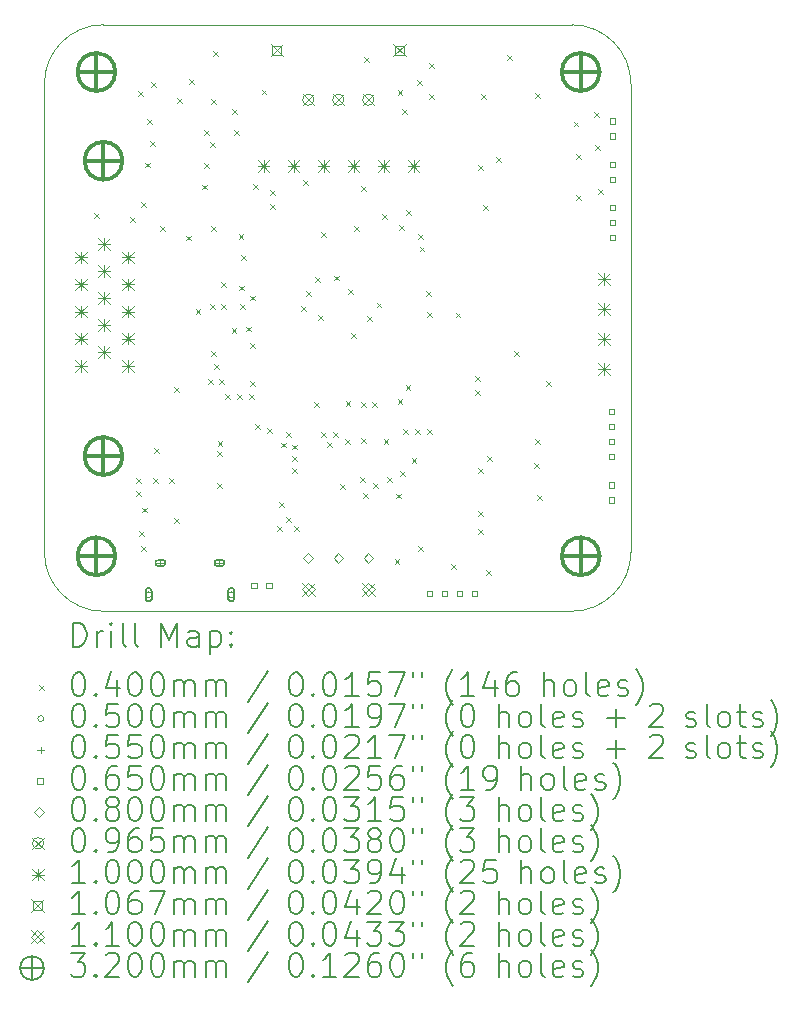
<source format=gbr>
%TF.GenerationSoftware,KiCad,Pcbnew,(7.0.0)*%
%TF.CreationDate,2023-09-29T14:09:26-04:00*%
%TF.ProjectId,_HW_ToslinkToDMX,5f48575f-546f-4736-9c69-6e6b546f444d,rev?*%
%TF.SameCoordinates,Original*%
%TF.FileFunction,Drillmap*%
%TF.FilePolarity,Positive*%
%FSLAX45Y45*%
G04 Gerber Fmt 4.5, Leading zero omitted, Abs format (unit mm)*
G04 Created by KiCad (PCBNEW (7.0.0)) date 2023-09-29 14:09:26*
%MOMM*%
%LPD*%
G01*
G04 APERTURE LIST*
%ADD10C,0.100000*%
%ADD11C,0.200000*%
%ADD12C,0.040000*%
%ADD13C,0.050000*%
%ADD14C,0.055000*%
%ADD15C,0.065000*%
%ADD16C,0.080000*%
%ADD17C,0.096520*%
%ADD18C,0.106680*%
%ADD19C,0.110000*%
%ADD20C,0.320000*%
G04 APERTURE END LIST*
D10*
X14525320Y-16065700D02*
X10559620Y-16065700D01*
X10059620Y-15565700D02*
G75*
G03*
X10559620Y-16065700I500000J0D01*
G01*
X10059620Y-15565700D02*
X10059620Y-11600000D01*
X14525320Y-16065700D02*
G75*
G03*
X15025320Y-15565700I0J500000D01*
G01*
X10559620Y-11100000D02*
G75*
G03*
X10059620Y-11600000I0J-500000D01*
G01*
X15025320Y-11600000D02*
X15025320Y-15565700D01*
X14525320Y-11100000D02*
X10559620Y-11100000D01*
X15025320Y-11600000D02*
G75*
G03*
X14525320Y-11100000I-500000J0D01*
G01*
D11*
D12*
X10482900Y-12692700D02*
X10522900Y-12732700D01*
X10522900Y-12692700D02*
X10482900Y-12732700D01*
X10787700Y-12730800D02*
X10827700Y-12770800D01*
X10827700Y-12730800D02*
X10787700Y-12770800D01*
X10838500Y-14940600D02*
X10878500Y-14980600D01*
X10878500Y-14940600D02*
X10838500Y-14980600D01*
X10839152Y-15051624D02*
X10879152Y-15091624D01*
X10879152Y-15051624D02*
X10839152Y-15091624D01*
X10851200Y-11664000D02*
X10891200Y-11704000D01*
X10891200Y-11664000D02*
X10851200Y-11704000D01*
X10863900Y-15385100D02*
X10903900Y-15425100D01*
X10903900Y-15385100D02*
X10863900Y-15425100D01*
X10876600Y-12603800D02*
X10916600Y-12643800D01*
X10916600Y-12603800D02*
X10876600Y-12643800D01*
X10876600Y-15512100D02*
X10916600Y-15552100D01*
X10916600Y-15512100D02*
X10876600Y-15552100D01*
X10885635Y-15189084D02*
X10925635Y-15229084D01*
X10925635Y-15189084D02*
X10885635Y-15229084D01*
X10910450Y-12267500D02*
X10950450Y-12307500D01*
X10950450Y-12267500D02*
X10910450Y-12307500D01*
X10927400Y-11899200D02*
X10967400Y-11939200D01*
X10967400Y-11899200D02*
X10927400Y-11939200D01*
X10952800Y-12083100D02*
X10992800Y-12123100D01*
X10992800Y-12083100D02*
X10952800Y-12123100D01*
X10965500Y-11587800D02*
X11005500Y-11627800D01*
X11005500Y-11587800D02*
X10965500Y-11627800D01*
X10978200Y-14940600D02*
X11018200Y-14980600D01*
X11018200Y-14940600D02*
X10978200Y-14980600D01*
X10990900Y-14683400D02*
X11030900Y-14723400D01*
X11030900Y-14683400D02*
X10990900Y-14723400D01*
X11041700Y-12807000D02*
X11081700Y-12847000D01*
X11081700Y-12807000D02*
X11041700Y-12847000D01*
X11117900Y-14940600D02*
X11157900Y-14980600D01*
X11157900Y-14940600D02*
X11117900Y-14980600D01*
X11156000Y-14165900D02*
X11196000Y-14205900D01*
X11196000Y-14165900D02*
X11156000Y-14205900D01*
X11156599Y-15278838D02*
X11196599Y-15318838D01*
X11196599Y-15278838D02*
X11156599Y-15318838D01*
X11180638Y-11720134D02*
X11220638Y-11760134D01*
X11220638Y-11720134D02*
X11180638Y-11760134D01*
X11257600Y-12886410D02*
X11297600Y-12926410D01*
X11297600Y-12886410D02*
X11257600Y-12926410D01*
X11283000Y-11562400D02*
X11323000Y-11602400D01*
X11323000Y-11562400D02*
X11283000Y-11602400D01*
X11340350Y-13505500D02*
X11380350Y-13545500D01*
X11380350Y-13505500D02*
X11340350Y-13545500D01*
X11397300Y-12452900D02*
X11437300Y-12492900D01*
X11437300Y-12452900D02*
X11397300Y-12492900D01*
X11414110Y-11994200D02*
X11454110Y-12034200D01*
X11454110Y-11994200D02*
X11414110Y-12034200D01*
X11414110Y-12273600D02*
X11454110Y-12313600D01*
X11454110Y-12273600D02*
X11414110Y-12313600D01*
X11448100Y-14102400D02*
X11488100Y-14142400D01*
X11488100Y-14102400D02*
X11448100Y-14142400D01*
X11460800Y-12095800D02*
X11500800Y-12135800D01*
X11500800Y-12095800D02*
X11460800Y-12135800D01*
X11460800Y-13467400D02*
X11500800Y-13507400D01*
X11500800Y-13467400D02*
X11460800Y-13507400D01*
X11469926Y-12807055D02*
X11509926Y-12847055D01*
X11509926Y-12807055D02*
X11469926Y-12847055D01*
X11473500Y-11727500D02*
X11513500Y-11767500D01*
X11513500Y-11727500D02*
X11473500Y-11767500D01*
X11473500Y-13861100D02*
X11513500Y-13901100D01*
X11513500Y-13861100D02*
X11473500Y-13901100D01*
X11486200Y-11322950D02*
X11526200Y-11362950D01*
X11526200Y-11322950D02*
X11486200Y-11362950D01*
X11494023Y-13970523D02*
X11534023Y-14010523D01*
X11534023Y-13970523D02*
X11494023Y-14010523D01*
X11524300Y-14712000D02*
X11564300Y-14752000D01*
X11564300Y-14712000D02*
X11524300Y-14752000D01*
X11524300Y-14978700D02*
X11564300Y-15018700D01*
X11564300Y-14978700D02*
X11524300Y-15018700D01*
X11526690Y-14623100D02*
X11566690Y-14663100D01*
X11566690Y-14623100D02*
X11526690Y-14663100D01*
X11537000Y-14102400D02*
X11577000Y-14142400D01*
X11577000Y-14102400D02*
X11537000Y-14142400D01*
X11556300Y-13467400D02*
X11596300Y-13507400D01*
X11596300Y-13467400D02*
X11556300Y-13507400D01*
X11557650Y-13276900D02*
X11597650Y-13316900D01*
X11597650Y-13276900D02*
X11557650Y-13316900D01*
X11587800Y-14229400D02*
X11627800Y-14269400D01*
X11627800Y-14229400D02*
X11587800Y-14269400D01*
X11644700Y-13670600D02*
X11684700Y-13710600D01*
X11684700Y-13670600D02*
X11644700Y-13710600D01*
X11651300Y-11816400D02*
X11691300Y-11856400D01*
X11691300Y-11816400D02*
X11651300Y-11856400D01*
X11665850Y-11994200D02*
X11705850Y-12034200D01*
X11705850Y-11994200D02*
X11665850Y-12034200D01*
X11689400Y-14229400D02*
X11729400Y-14269400D01*
X11729400Y-14229400D02*
X11689400Y-14269400D01*
X11705100Y-12872350D02*
X11745100Y-12912350D01*
X11745100Y-12872350D02*
X11705100Y-12912350D01*
X11709720Y-13309920D02*
X11749720Y-13349920D01*
X11749720Y-13309920D02*
X11709720Y-13349920D01*
X11714800Y-13467400D02*
X11754800Y-13507400D01*
X11754800Y-13467400D02*
X11714800Y-13507400D01*
X11727500Y-13048300D02*
X11767500Y-13088300D01*
X11767500Y-13048300D02*
X11727500Y-13088300D01*
X11765600Y-13656050D02*
X11805600Y-13696050D01*
X11805600Y-13656050D02*
X11765600Y-13696050D01*
X11791000Y-14229400D02*
X11831000Y-14269400D01*
X11831000Y-14229400D02*
X11791000Y-14269400D01*
X11802060Y-13795810D02*
X11842060Y-13835810D01*
X11842060Y-13795810D02*
X11802060Y-13835810D01*
X11802238Y-13393068D02*
X11842238Y-13433068D01*
X11842238Y-13393068D02*
X11802238Y-13433068D01*
X11803700Y-14115100D02*
X11843700Y-14155100D01*
X11843700Y-14115100D02*
X11803700Y-14155100D01*
X11829100Y-12449550D02*
X11869100Y-12489550D01*
X11869100Y-12449550D02*
X11829100Y-12489550D01*
X11841800Y-14483400D02*
X11881800Y-14523400D01*
X11881800Y-14483400D02*
X11841800Y-14523400D01*
X11899200Y-11649450D02*
X11939200Y-11689450D01*
X11939200Y-11649450D02*
X11899200Y-11689450D01*
X11947065Y-14514315D02*
X11987065Y-14554315D01*
X11987065Y-14514315D02*
X11947065Y-14554315D01*
X11968800Y-12502200D02*
X12008800Y-12542200D01*
X12008800Y-12502200D02*
X11968800Y-12542200D01*
X11968800Y-12616500D02*
X12008800Y-12656500D01*
X12008800Y-12616500D02*
X11968800Y-12656500D01*
X12032300Y-15347000D02*
X12072300Y-15387000D01*
X12072300Y-15347000D02*
X12032300Y-15387000D01*
X12045000Y-15143800D02*
X12085000Y-15183800D01*
X12085000Y-15143800D02*
X12045000Y-15183800D01*
X12063658Y-14638239D02*
X12103658Y-14678239D01*
X12103658Y-14638239D02*
X12063658Y-14678239D01*
X12108500Y-14546900D02*
X12148500Y-14586900D01*
X12148500Y-14546900D02*
X12108500Y-14586900D01*
X12108500Y-15270800D02*
X12148500Y-15310800D01*
X12148500Y-15270800D02*
X12108500Y-15310800D01*
X12157373Y-14654929D02*
X12197373Y-14694929D01*
X12197373Y-14654929D02*
X12157373Y-14694929D01*
X12159300Y-14750100D02*
X12199300Y-14790100D01*
X12199300Y-14750100D02*
X12159300Y-14790100D01*
X12159300Y-14851700D02*
X12199300Y-14891700D01*
X12199300Y-14851700D02*
X12159300Y-14891700D01*
X12172000Y-15347000D02*
X12212000Y-15387000D01*
X12212000Y-15347000D02*
X12172000Y-15387000D01*
X12234611Y-13480100D02*
X12274611Y-13520100D01*
X12274611Y-13480100D02*
X12234611Y-13520100D01*
X12248200Y-12413300D02*
X12288200Y-12453300D01*
X12288200Y-12413300D02*
X12248200Y-12453300D01*
X12273600Y-13353100D02*
X12313600Y-13393100D01*
X12313600Y-13353100D02*
X12273600Y-13393100D01*
X12343668Y-14297743D02*
X12383668Y-14337743D01*
X12383668Y-14297743D02*
X12343668Y-14337743D01*
X12349800Y-13238800D02*
X12389800Y-13278800D01*
X12389800Y-13238800D02*
X12349800Y-13278800D01*
X12375200Y-13556300D02*
X12415200Y-13596300D01*
X12415200Y-13556300D02*
X12375200Y-13596300D01*
X12400600Y-14546900D02*
X12440600Y-14586900D01*
X12440600Y-14546900D02*
X12400600Y-14586900D01*
X12402506Y-12857750D02*
X12442506Y-12897750D01*
X12442506Y-12857750D02*
X12402506Y-12897750D01*
X12451400Y-14635800D02*
X12491400Y-14675800D01*
X12491400Y-14635800D02*
X12451400Y-14675800D01*
X12502200Y-14546900D02*
X12542200Y-14586900D01*
X12542200Y-14546900D02*
X12502200Y-14586900D01*
X12513140Y-13224340D02*
X12553140Y-13264340D01*
X12553140Y-13224340D02*
X12513140Y-13264340D01*
X12565700Y-14991400D02*
X12605700Y-15031400D01*
X12605700Y-14991400D02*
X12565700Y-15031400D01*
X12604873Y-14607607D02*
X12644873Y-14647607D01*
X12644873Y-14607607D02*
X12604873Y-14647607D01*
X12611072Y-14283953D02*
X12651072Y-14323953D01*
X12651072Y-14283953D02*
X12611072Y-14323953D01*
X12629200Y-13340400D02*
X12669200Y-13380400D01*
X12669200Y-13340400D02*
X12629200Y-13380400D01*
X12654600Y-13708700D02*
X12694600Y-13748700D01*
X12694600Y-13708700D02*
X12654600Y-13748700D01*
X12680000Y-12803481D02*
X12720000Y-12843481D01*
X12720000Y-12803481D02*
X12680000Y-12843481D01*
X12730800Y-14927900D02*
X12770800Y-14967900D01*
X12770800Y-14927900D02*
X12730800Y-14967900D01*
X12741650Y-14597700D02*
X12781650Y-14637700D01*
X12781650Y-14597700D02*
X12741650Y-14637700D01*
X12741822Y-14296342D02*
X12781822Y-14336342D01*
X12781822Y-14296342D02*
X12741822Y-14336342D01*
X12743500Y-12464100D02*
X12783500Y-12504100D01*
X12783500Y-12464100D02*
X12743500Y-12504100D01*
X12756200Y-15065750D02*
X12796200Y-15105750D01*
X12796200Y-15065750D02*
X12756200Y-15105750D01*
X12768900Y-11371900D02*
X12808900Y-11411900D01*
X12808900Y-11371900D02*
X12768900Y-11411900D01*
X12794300Y-13569000D02*
X12834300Y-13609000D01*
X12834300Y-13569000D02*
X12794300Y-13609000D01*
X12837250Y-14292900D02*
X12877250Y-14332900D01*
X12877250Y-14292900D02*
X12837250Y-14332900D01*
X12845100Y-14978700D02*
X12885100Y-15018700D01*
X12885100Y-14978700D02*
X12845100Y-15018700D01*
X12872259Y-13452940D02*
X12912259Y-13492940D01*
X12912259Y-13452940D02*
X12872259Y-13492940D01*
X12921300Y-12705400D02*
X12961300Y-12745400D01*
X12961300Y-12705400D02*
X12921300Y-12745400D01*
X12931711Y-14608111D02*
X12971711Y-14648111D01*
X12971711Y-14608111D02*
X12931711Y-14648111D01*
X12959400Y-14927900D02*
X12999400Y-14967900D01*
X12999400Y-14927900D02*
X12959400Y-14967900D01*
X13024750Y-15626400D02*
X13064750Y-15666400D01*
X13064750Y-15626400D02*
X13024750Y-15666400D01*
X13037359Y-15069359D02*
X13077359Y-15109359D01*
X13077359Y-15069359D02*
X13037359Y-15109359D01*
X13050059Y-11651300D02*
X13090059Y-11691300D01*
X13090059Y-11651300D02*
X13050059Y-11691300D01*
X13050150Y-14267500D02*
X13090150Y-14307500D01*
X13090150Y-14267500D02*
X13050150Y-14307500D01*
X13061000Y-12794300D02*
X13101000Y-12834300D01*
X13101000Y-12794300D02*
X13061000Y-12834300D01*
X13073700Y-14877100D02*
X13113700Y-14917100D01*
X13113700Y-14877100D02*
X13073700Y-14917100D01*
X13086400Y-11816400D02*
X13126400Y-11856400D01*
X13126400Y-11816400D02*
X13086400Y-11856400D01*
X13099100Y-14521500D02*
X13139100Y-14561500D01*
X13139100Y-14521500D02*
X13099100Y-14561500D01*
X13118084Y-14150525D02*
X13158084Y-14190525D01*
X13158084Y-14150525D02*
X13118084Y-14190525D01*
X13124500Y-12667300D02*
X13164500Y-12707300D01*
X13164500Y-12667300D02*
X13124500Y-12707300D01*
X13168950Y-14769150D02*
X13208950Y-14809150D01*
X13208950Y-14769150D02*
X13168950Y-14809150D01*
X13200700Y-14521500D02*
X13240700Y-14561500D01*
X13240700Y-14521500D02*
X13200700Y-14561500D01*
X13214997Y-11569359D02*
X13254997Y-11609359D01*
X13254997Y-11569359D02*
X13214997Y-11609359D01*
X13226100Y-12870500D02*
X13266100Y-12910500D01*
X13266100Y-12870500D02*
X13226100Y-12910500D01*
X13226100Y-15512100D02*
X13266100Y-15552100D01*
X13266100Y-15512100D02*
X13226100Y-15552100D01*
X13236950Y-12979431D02*
X13276950Y-13019431D01*
X13276950Y-12979431D02*
X13236950Y-13019431D01*
X13291450Y-13353100D02*
X13331450Y-13393100D01*
X13331450Y-13353100D02*
X13291450Y-13393100D01*
X13302300Y-13530900D02*
X13342300Y-13570900D01*
X13342300Y-13530900D02*
X13302300Y-13570900D01*
X13302300Y-14521500D02*
X13342300Y-14561500D01*
X13342300Y-14521500D02*
X13302300Y-14561500D01*
X13315000Y-11424459D02*
X13355000Y-11464459D01*
X13355000Y-11424459D02*
X13315000Y-11464459D01*
X13316850Y-11689400D02*
X13356850Y-11729400D01*
X13356850Y-11689400D02*
X13316850Y-11729400D01*
X13505500Y-15664500D02*
X13545500Y-15704500D01*
X13545500Y-15664500D02*
X13505500Y-15704500D01*
X13542059Y-13538540D02*
X13582059Y-13578540D01*
X13582059Y-13538540D02*
X13542059Y-13578540D01*
X13708700Y-14077000D02*
X13748700Y-14117000D01*
X13748700Y-14077000D02*
X13708700Y-14117000D01*
X13708700Y-14193200D02*
X13748700Y-14233200D01*
X13748700Y-14193200D02*
X13708700Y-14233200D01*
X13734100Y-12286300D02*
X13774100Y-12326300D01*
X13774100Y-12286300D02*
X13734100Y-12326300D01*
X13734100Y-14851700D02*
X13774100Y-14891700D01*
X13774100Y-14851700D02*
X13734100Y-14891700D01*
X13734100Y-15220000D02*
X13774100Y-15260000D01*
X13774100Y-15220000D02*
X13734100Y-15260000D01*
X13734100Y-15372400D02*
X13774100Y-15412400D01*
X13774100Y-15372400D02*
X13734100Y-15412400D01*
X13759500Y-11689400D02*
X13799500Y-11729400D01*
X13799500Y-11689400D02*
X13759500Y-11729400D01*
X13772200Y-12629200D02*
X13812200Y-12669200D01*
X13812200Y-12629200D02*
X13772200Y-12669200D01*
X13797600Y-15715300D02*
X13837600Y-15755300D01*
X13837600Y-15715300D02*
X13797600Y-15755300D01*
X13810300Y-14750100D02*
X13850300Y-14790100D01*
X13850300Y-14750100D02*
X13810300Y-14790100D01*
X13886500Y-12220900D02*
X13926500Y-12260900D01*
X13926500Y-12220900D02*
X13886500Y-12260900D01*
X13975400Y-11359200D02*
X14015400Y-11399200D01*
X14015400Y-11359200D02*
X13975400Y-11399200D01*
X14038900Y-13861100D02*
X14078900Y-13901100D01*
X14078900Y-13861100D02*
X14038900Y-13901100D01*
X14204000Y-14813600D02*
X14244000Y-14853600D01*
X14244000Y-14813600D02*
X14204000Y-14853600D01*
X14216700Y-11676700D02*
X14256700Y-11716700D01*
X14256700Y-11676700D02*
X14216700Y-11716700D01*
X14216700Y-14610400D02*
X14256700Y-14650400D01*
X14256700Y-14610400D02*
X14216700Y-14650400D01*
X14229400Y-15080300D02*
X14269400Y-15120300D01*
X14269400Y-15080300D02*
X14229400Y-15120300D01*
X14305600Y-14115100D02*
X14345600Y-14155100D01*
X14345600Y-14115100D02*
X14305600Y-14155100D01*
X14541417Y-11919850D02*
X14581417Y-11959850D01*
X14581417Y-11919850D02*
X14541417Y-11959850D01*
X14559600Y-12197400D02*
X14599600Y-12237400D01*
X14599600Y-12197400D02*
X14559600Y-12237400D01*
X14559600Y-12540300D02*
X14599600Y-12580300D01*
X14599600Y-12540300D02*
X14559600Y-12580300D01*
X14712000Y-11841800D02*
X14752000Y-11881800D01*
X14752000Y-11841800D02*
X14712000Y-11881800D01*
X14724700Y-12121200D02*
X14764700Y-12161200D01*
X14764700Y-12121200D02*
X14724700Y-12161200D01*
X14750100Y-12489500D02*
X14790100Y-12529500D01*
X14790100Y-12489500D02*
X14750100Y-12529500D01*
D13*
X10966900Y-15925800D02*
G75*
G03*
X10966900Y-15925800I-25000J0D01*
G01*
D11*
X10916900Y-15893300D02*
X10916900Y-15958300D01*
X10916900Y-15958300D02*
G75*
G03*
X10966900Y-15958300I25000J0D01*
G01*
X10966900Y-15958300D02*
X10966900Y-15893300D01*
X10966900Y-15893300D02*
G75*
G03*
X10916900Y-15893300I-25000J0D01*
G01*
D13*
X11666900Y-15925800D02*
G75*
G03*
X11666900Y-15925800I-25000J0D01*
G01*
D11*
X11616900Y-15893300D02*
X11616900Y-15958300D01*
X11616900Y-15958300D02*
G75*
G03*
X11666900Y-15958300I25000J0D01*
G01*
X11666900Y-15958300D02*
X11666900Y-15893300D01*
X11666900Y-15893300D02*
G75*
G03*
X11616900Y-15893300I-25000J0D01*
G01*
D14*
X11041900Y-15628300D02*
X11041900Y-15683300D01*
X11014400Y-15655800D02*
X11069400Y-15655800D01*
D11*
X11026900Y-15683300D02*
X11056900Y-15683300D01*
X11056900Y-15683300D02*
G75*
G03*
X11056900Y-15628300I0J27500D01*
G01*
X11056900Y-15628300D02*
X11026900Y-15628300D01*
X11026900Y-15628300D02*
G75*
G03*
X11026900Y-15683300I0J-27500D01*
G01*
D14*
X11541900Y-15628300D02*
X11541900Y-15683300D01*
X11514400Y-15655800D02*
X11569400Y-15655800D01*
D11*
X11526900Y-15683300D02*
X11556900Y-15683300D01*
X11556900Y-15683300D02*
G75*
G03*
X11556900Y-15628300I0J27500D01*
G01*
X11556900Y-15628300D02*
X11526900Y-15628300D01*
X11526900Y-15628300D02*
G75*
G03*
X11526900Y-15683300I0J-27500D01*
G01*
D15*
X11857881Y-15872581D02*
X11857881Y-15826619D01*
X11811919Y-15826619D01*
X11811919Y-15872581D01*
X11857881Y-15872581D01*
X11984881Y-15872581D02*
X11984881Y-15826619D01*
X11938919Y-15826619D01*
X11938919Y-15872581D01*
X11984881Y-15872581D01*
X13344781Y-15936081D02*
X13344781Y-15890119D01*
X13298819Y-15890119D01*
X13298819Y-15936081D01*
X13344781Y-15936081D01*
X13471781Y-15936081D02*
X13471781Y-15890119D01*
X13425819Y-15890119D01*
X13425819Y-15936081D01*
X13471781Y-15936081D01*
X13598781Y-15936081D02*
X13598781Y-15890119D01*
X13552819Y-15890119D01*
X13552819Y-15936081D01*
X13598781Y-15936081D01*
X13725781Y-15936081D02*
X13725781Y-15890119D01*
X13679819Y-15890119D01*
X13679819Y-15936081D01*
X13725781Y-15936081D01*
X14881981Y-14399381D02*
X14881981Y-14353419D01*
X14836019Y-14353419D01*
X14836019Y-14399381D01*
X14881981Y-14399381D01*
X14881981Y-14526381D02*
X14881981Y-14480419D01*
X14836019Y-14480419D01*
X14836019Y-14526381D01*
X14881981Y-14526381D01*
X14881981Y-14653381D02*
X14881981Y-14607419D01*
X14836019Y-14607419D01*
X14836019Y-14653381D01*
X14881981Y-14653381D01*
X14881981Y-14780381D02*
X14881981Y-14734419D01*
X14836019Y-14734419D01*
X14836019Y-14780381D01*
X14881981Y-14780381D01*
X14881981Y-15020181D02*
X14881981Y-14974219D01*
X14836019Y-14974219D01*
X14836019Y-15020181D01*
X14881981Y-15020181D01*
X14881981Y-15147181D02*
X14881981Y-15101219D01*
X14836019Y-15101219D01*
X14836019Y-15147181D01*
X14881981Y-15147181D01*
X14894681Y-11937081D02*
X14894681Y-11891119D01*
X14848719Y-11891119D01*
X14848719Y-11937081D01*
X14894681Y-11937081D01*
X14894681Y-12064081D02*
X14894681Y-12018119D01*
X14848719Y-12018119D01*
X14848719Y-12064081D01*
X14894681Y-12064081D01*
X14894681Y-12303881D02*
X14894681Y-12257919D01*
X14848719Y-12257919D01*
X14848719Y-12303881D01*
X14894681Y-12303881D01*
X14894681Y-12430881D02*
X14894681Y-12384919D01*
X14848719Y-12384919D01*
X14848719Y-12430881D01*
X14894681Y-12430881D01*
X14894681Y-12672181D02*
X14894681Y-12626219D01*
X14848719Y-12626219D01*
X14848719Y-12672181D01*
X14894681Y-12672181D01*
X14894681Y-12799181D02*
X14894681Y-12753219D01*
X14848719Y-12753219D01*
X14848719Y-12799181D01*
X14894681Y-12799181D01*
X14894681Y-12926181D02*
X14894681Y-12880219D01*
X14848719Y-12880219D01*
X14848719Y-12926181D01*
X14894681Y-12926181D01*
D16*
X12293223Y-15655500D02*
X12333223Y-15615500D01*
X12293223Y-15575500D01*
X12253223Y-15615500D01*
X12293223Y-15655500D01*
X12547600Y-15655500D02*
X12587600Y-15615500D01*
X12547600Y-15575500D01*
X12507600Y-15615500D01*
X12547600Y-15655500D01*
X12803223Y-15655500D02*
X12843223Y-15615500D01*
X12803223Y-15575500D01*
X12763223Y-15615500D01*
X12803223Y-15655500D01*
D17*
X12245340Y-11686540D02*
X12341860Y-11783060D01*
X12341860Y-11686540D02*
X12245340Y-11783060D01*
X12341860Y-11734800D02*
G75*
G03*
X12341860Y-11734800I-48260J0D01*
G01*
X12499340Y-11686540D02*
X12595860Y-11783060D01*
X12595860Y-11686540D02*
X12499340Y-11783060D01*
X12595860Y-11734800D02*
G75*
G03*
X12595860Y-11734800I-48260J0D01*
G01*
X12753340Y-11686540D02*
X12849860Y-11783060D01*
X12849860Y-11686540D02*
X12753340Y-11783060D01*
X12849860Y-11734800D02*
G75*
G03*
X12849860Y-11734800I-48260J0D01*
G01*
D10*
X10319033Y-13020000D02*
X10419033Y-13120000D01*
X10419033Y-13020000D02*
X10319033Y-13120000D01*
X10369033Y-13020000D02*
X10369033Y-13120000D01*
X10319033Y-13070000D02*
X10419033Y-13070000D01*
X10319033Y-13249000D02*
X10419033Y-13349000D01*
X10419033Y-13249000D02*
X10319033Y-13349000D01*
X10369033Y-13249000D02*
X10369033Y-13349000D01*
X10319033Y-13299000D02*
X10419033Y-13299000D01*
X10319033Y-13478000D02*
X10419033Y-13578000D01*
X10419033Y-13478000D02*
X10319033Y-13578000D01*
X10369033Y-13478000D02*
X10369033Y-13578000D01*
X10319033Y-13528000D02*
X10419033Y-13528000D01*
X10319033Y-13707000D02*
X10419033Y-13807000D01*
X10419033Y-13707000D02*
X10319033Y-13807000D01*
X10369033Y-13707000D02*
X10369033Y-13807000D01*
X10319033Y-13757000D02*
X10419033Y-13757000D01*
X10319033Y-13936000D02*
X10419033Y-14036000D01*
X10419033Y-13936000D02*
X10319033Y-14036000D01*
X10369033Y-13936000D02*
X10369033Y-14036000D01*
X10319033Y-13986000D02*
X10419033Y-13986000D01*
X10517033Y-12905500D02*
X10617033Y-13005500D01*
X10617033Y-12905500D02*
X10517033Y-13005500D01*
X10567033Y-12905500D02*
X10567033Y-13005500D01*
X10517033Y-12955500D02*
X10617033Y-12955500D01*
X10517033Y-13134500D02*
X10617033Y-13234500D01*
X10617033Y-13134500D02*
X10517033Y-13234500D01*
X10567033Y-13134500D02*
X10567033Y-13234500D01*
X10517033Y-13184500D02*
X10617033Y-13184500D01*
X10517033Y-13363500D02*
X10617033Y-13463500D01*
X10617033Y-13363500D02*
X10517033Y-13463500D01*
X10567033Y-13363500D02*
X10567033Y-13463500D01*
X10517033Y-13413500D02*
X10617033Y-13413500D01*
X10517033Y-13592500D02*
X10617033Y-13692500D01*
X10617033Y-13592500D02*
X10517033Y-13692500D01*
X10567033Y-13592500D02*
X10567033Y-13692500D01*
X10517033Y-13642500D02*
X10617033Y-13642500D01*
X10517033Y-13821500D02*
X10617033Y-13921500D01*
X10617033Y-13821500D02*
X10517033Y-13921500D01*
X10567033Y-13821500D02*
X10567033Y-13921500D01*
X10517033Y-13871500D02*
X10617033Y-13871500D01*
X10715033Y-13020000D02*
X10815033Y-13120000D01*
X10815033Y-13020000D02*
X10715033Y-13120000D01*
X10765033Y-13020000D02*
X10765033Y-13120000D01*
X10715033Y-13070000D02*
X10815033Y-13070000D01*
X10715033Y-13249000D02*
X10815033Y-13349000D01*
X10815033Y-13249000D02*
X10715033Y-13349000D01*
X10765033Y-13249000D02*
X10765033Y-13349000D01*
X10715033Y-13299000D02*
X10815033Y-13299000D01*
X10715033Y-13478000D02*
X10815033Y-13578000D01*
X10815033Y-13478000D02*
X10715033Y-13578000D01*
X10765033Y-13478000D02*
X10765033Y-13578000D01*
X10715033Y-13528000D02*
X10815033Y-13528000D01*
X10715033Y-13707000D02*
X10815033Y-13807000D01*
X10815033Y-13707000D02*
X10715033Y-13807000D01*
X10765033Y-13707000D02*
X10765033Y-13807000D01*
X10715033Y-13757000D02*
X10815033Y-13757000D01*
X10715033Y-13936000D02*
X10815033Y-14036000D01*
X10815033Y-13936000D02*
X10715033Y-14036000D01*
X10765033Y-13936000D02*
X10765033Y-14036000D01*
X10715033Y-13986000D02*
X10815033Y-13986000D01*
X11865100Y-12243600D02*
X11965100Y-12343600D01*
X11965100Y-12243600D02*
X11865100Y-12343600D01*
X11915100Y-12243600D02*
X11915100Y-12343600D01*
X11865100Y-12293600D02*
X11965100Y-12293600D01*
X12119100Y-12243600D02*
X12219100Y-12343600D01*
X12219100Y-12243600D02*
X12119100Y-12343600D01*
X12169100Y-12243600D02*
X12169100Y-12343600D01*
X12119100Y-12293600D02*
X12219100Y-12293600D01*
X12373100Y-12243600D02*
X12473100Y-12343600D01*
X12473100Y-12243600D02*
X12373100Y-12343600D01*
X12423100Y-12243600D02*
X12423100Y-12343600D01*
X12373100Y-12293600D02*
X12473100Y-12293600D01*
X12627100Y-12243600D02*
X12727100Y-12343600D01*
X12727100Y-12243600D02*
X12627100Y-12343600D01*
X12677100Y-12243600D02*
X12677100Y-12343600D01*
X12627100Y-12293600D02*
X12727100Y-12293600D01*
X12881100Y-12243600D02*
X12981100Y-12343600D01*
X12981100Y-12243600D02*
X12881100Y-12343600D01*
X12931100Y-12243600D02*
X12931100Y-12343600D01*
X12881100Y-12293600D02*
X12981100Y-12293600D01*
X13135100Y-12243600D02*
X13235100Y-12343600D01*
X13235100Y-12243600D02*
X13135100Y-12343600D01*
X13185100Y-12243600D02*
X13185100Y-12343600D01*
X13135100Y-12293600D02*
X13235100Y-12293600D01*
X14750350Y-13203550D02*
X14850350Y-13303550D01*
X14850350Y-13203550D02*
X14750350Y-13303550D01*
X14800350Y-13203550D02*
X14800350Y-13303550D01*
X14750350Y-13253550D02*
X14850350Y-13253550D01*
X14750350Y-13457550D02*
X14850350Y-13557550D01*
X14850350Y-13457550D02*
X14750350Y-13557550D01*
X14800350Y-13457550D02*
X14800350Y-13557550D01*
X14750350Y-13507550D02*
X14850350Y-13507550D01*
X14750350Y-13711550D02*
X14850350Y-13811550D01*
X14850350Y-13711550D02*
X14750350Y-13811550D01*
X14800350Y-13711550D02*
X14800350Y-13811550D01*
X14750350Y-13761550D02*
X14850350Y-13761550D01*
X14750350Y-13965550D02*
X14850350Y-14065550D01*
X14850350Y-13965550D02*
X14750350Y-14065550D01*
X14800350Y-13965550D02*
X14800350Y-14065550D01*
X14750350Y-14015550D02*
X14850350Y-14015550D01*
D18*
X11974260Y-11261460D02*
X12080940Y-11368140D01*
X12080940Y-11261460D02*
X11974260Y-11368140D01*
X12065317Y-11352517D02*
X12065317Y-11277083D01*
X11989883Y-11277083D01*
X11989883Y-11352517D01*
X12065317Y-11352517D01*
X13014260Y-11261460D02*
X13120940Y-11368140D01*
X13120940Y-11261460D02*
X13014260Y-11368140D01*
X13105317Y-11352517D02*
X13105317Y-11277083D01*
X13029883Y-11277083D01*
X13029883Y-11352517D01*
X13105317Y-11352517D01*
D19*
X12238223Y-15825500D02*
X12348223Y-15935500D01*
X12348223Y-15825500D02*
X12238223Y-15935500D01*
X12293223Y-15935500D02*
X12348223Y-15880500D01*
X12293223Y-15825500D01*
X12238223Y-15880500D01*
X12293223Y-15935500D01*
X12748223Y-15825500D02*
X12858223Y-15935500D01*
X12858223Y-15825500D02*
X12748223Y-15935500D01*
X12803223Y-15935500D02*
X12858223Y-15880500D01*
X12803223Y-15825500D01*
X12748223Y-15880500D01*
X12803223Y-15935500D01*
D20*
X10500000Y-11340000D02*
X10500000Y-11660000D01*
X10340000Y-11500000D02*
X10660000Y-11500000D01*
X10660000Y-11500000D02*
G75*
G03*
X10660000Y-11500000I-160000J0D01*
G01*
X10500000Y-15440000D02*
X10500000Y-15760000D01*
X10340000Y-15600000D02*
X10660000Y-15600000D01*
X10660000Y-15600000D02*
G75*
G03*
X10660000Y-15600000I-160000J0D01*
G01*
X10560033Y-12091500D02*
X10560033Y-12411500D01*
X10400033Y-12251500D02*
X10720033Y-12251500D01*
X10720033Y-12251500D02*
G75*
G03*
X10720033Y-12251500I-160000J0D01*
G01*
X10560033Y-14591500D02*
X10560033Y-14911500D01*
X10400033Y-14751500D02*
X10720033Y-14751500D01*
X10720033Y-14751500D02*
G75*
G03*
X10720033Y-14751500I-160000J0D01*
G01*
X14600000Y-11340000D02*
X14600000Y-11660000D01*
X14440000Y-11500000D02*
X14760000Y-11500000D01*
X14760000Y-11500000D02*
G75*
G03*
X14760000Y-11500000I-160000J0D01*
G01*
X14600000Y-15440000D02*
X14600000Y-15760000D01*
X14440000Y-15600000D02*
X14760000Y-15600000D01*
X14760000Y-15600000D02*
G75*
G03*
X14760000Y-15600000I-160000J0D01*
G01*
D11*
X10302239Y-16364176D02*
X10302239Y-16164176D01*
X10302239Y-16164176D02*
X10349858Y-16164176D01*
X10349858Y-16164176D02*
X10378430Y-16173700D01*
X10378430Y-16173700D02*
X10397477Y-16192748D01*
X10397477Y-16192748D02*
X10407001Y-16211795D01*
X10407001Y-16211795D02*
X10416525Y-16249890D01*
X10416525Y-16249890D02*
X10416525Y-16278462D01*
X10416525Y-16278462D02*
X10407001Y-16316557D01*
X10407001Y-16316557D02*
X10397477Y-16335605D01*
X10397477Y-16335605D02*
X10378430Y-16354652D01*
X10378430Y-16354652D02*
X10349858Y-16364176D01*
X10349858Y-16364176D02*
X10302239Y-16364176D01*
X10502239Y-16364176D02*
X10502239Y-16230843D01*
X10502239Y-16268938D02*
X10511763Y-16249890D01*
X10511763Y-16249890D02*
X10521287Y-16240367D01*
X10521287Y-16240367D02*
X10540334Y-16230843D01*
X10540334Y-16230843D02*
X10559382Y-16230843D01*
X10626049Y-16364176D02*
X10626049Y-16230843D01*
X10626049Y-16164176D02*
X10616525Y-16173700D01*
X10616525Y-16173700D02*
X10626049Y-16183224D01*
X10626049Y-16183224D02*
X10635572Y-16173700D01*
X10635572Y-16173700D02*
X10626049Y-16164176D01*
X10626049Y-16164176D02*
X10626049Y-16183224D01*
X10749858Y-16364176D02*
X10730810Y-16354652D01*
X10730810Y-16354652D02*
X10721287Y-16335605D01*
X10721287Y-16335605D02*
X10721287Y-16164176D01*
X10854620Y-16364176D02*
X10835572Y-16354652D01*
X10835572Y-16354652D02*
X10826049Y-16335605D01*
X10826049Y-16335605D02*
X10826049Y-16164176D01*
X11050810Y-16364176D02*
X11050810Y-16164176D01*
X11050810Y-16164176D02*
X11117477Y-16307033D01*
X11117477Y-16307033D02*
X11184144Y-16164176D01*
X11184144Y-16164176D02*
X11184144Y-16364176D01*
X11365096Y-16364176D02*
X11365096Y-16259414D01*
X11365096Y-16259414D02*
X11355572Y-16240367D01*
X11355572Y-16240367D02*
X11336525Y-16230843D01*
X11336525Y-16230843D02*
X11298429Y-16230843D01*
X11298429Y-16230843D02*
X11279382Y-16240367D01*
X11365096Y-16354652D02*
X11346048Y-16364176D01*
X11346048Y-16364176D02*
X11298429Y-16364176D01*
X11298429Y-16364176D02*
X11279382Y-16354652D01*
X11279382Y-16354652D02*
X11269858Y-16335605D01*
X11269858Y-16335605D02*
X11269858Y-16316557D01*
X11269858Y-16316557D02*
X11279382Y-16297509D01*
X11279382Y-16297509D02*
X11298429Y-16287986D01*
X11298429Y-16287986D02*
X11346048Y-16287986D01*
X11346048Y-16287986D02*
X11365096Y-16278462D01*
X11460334Y-16230843D02*
X11460334Y-16430843D01*
X11460334Y-16240367D02*
X11479382Y-16230843D01*
X11479382Y-16230843D02*
X11517477Y-16230843D01*
X11517477Y-16230843D02*
X11536525Y-16240367D01*
X11536525Y-16240367D02*
X11546048Y-16249890D01*
X11546048Y-16249890D02*
X11555572Y-16268938D01*
X11555572Y-16268938D02*
X11555572Y-16326081D01*
X11555572Y-16326081D02*
X11546048Y-16345128D01*
X11546048Y-16345128D02*
X11536525Y-16354652D01*
X11536525Y-16354652D02*
X11517477Y-16364176D01*
X11517477Y-16364176D02*
X11479382Y-16364176D01*
X11479382Y-16364176D02*
X11460334Y-16354652D01*
X11641287Y-16345128D02*
X11650810Y-16354652D01*
X11650810Y-16354652D02*
X11641287Y-16364176D01*
X11641287Y-16364176D02*
X11631763Y-16354652D01*
X11631763Y-16354652D02*
X11641287Y-16345128D01*
X11641287Y-16345128D02*
X11641287Y-16364176D01*
X11641287Y-16240367D02*
X11650810Y-16249890D01*
X11650810Y-16249890D02*
X11641287Y-16259414D01*
X11641287Y-16259414D02*
X11631763Y-16249890D01*
X11631763Y-16249890D02*
X11641287Y-16240367D01*
X11641287Y-16240367D02*
X11641287Y-16259414D01*
D12*
X10014620Y-16690700D02*
X10054620Y-16730700D01*
X10054620Y-16690700D02*
X10014620Y-16730700D01*
D11*
X10340334Y-16584176D02*
X10359382Y-16584176D01*
X10359382Y-16584176D02*
X10378430Y-16593700D01*
X10378430Y-16593700D02*
X10387953Y-16603224D01*
X10387953Y-16603224D02*
X10397477Y-16622271D01*
X10397477Y-16622271D02*
X10407001Y-16660367D01*
X10407001Y-16660367D02*
X10407001Y-16707986D01*
X10407001Y-16707986D02*
X10397477Y-16746081D01*
X10397477Y-16746081D02*
X10387953Y-16765128D01*
X10387953Y-16765128D02*
X10378430Y-16774652D01*
X10378430Y-16774652D02*
X10359382Y-16784176D01*
X10359382Y-16784176D02*
X10340334Y-16784176D01*
X10340334Y-16784176D02*
X10321287Y-16774652D01*
X10321287Y-16774652D02*
X10311763Y-16765128D01*
X10311763Y-16765128D02*
X10302239Y-16746081D01*
X10302239Y-16746081D02*
X10292715Y-16707986D01*
X10292715Y-16707986D02*
X10292715Y-16660367D01*
X10292715Y-16660367D02*
X10302239Y-16622271D01*
X10302239Y-16622271D02*
X10311763Y-16603224D01*
X10311763Y-16603224D02*
X10321287Y-16593700D01*
X10321287Y-16593700D02*
X10340334Y-16584176D01*
X10492715Y-16765128D02*
X10502239Y-16774652D01*
X10502239Y-16774652D02*
X10492715Y-16784176D01*
X10492715Y-16784176D02*
X10483191Y-16774652D01*
X10483191Y-16774652D02*
X10492715Y-16765128D01*
X10492715Y-16765128D02*
X10492715Y-16784176D01*
X10673668Y-16650843D02*
X10673668Y-16784176D01*
X10626049Y-16574652D02*
X10578430Y-16717509D01*
X10578430Y-16717509D02*
X10702239Y-16717509D01*
X10816525Y-16584176D02*
X10835572Y-16584176D01*
X10835572Y-16584176D02*
X10854620Y-16593700D01*
X10854620Y-16593700D02*
X10864144Y-16603224D01*
X10864144Y-16603224D02*
X10873668Y-16622271D01*
X10873668Y-16622271D02*
X10883191Y-16660367D01*
X10883191Y-16660367D02*
X10883191Y-16707986D01*
X10883191Y-16707986D02*
X10873668Y-16746081D01*
X10873668Y-16746081D02*
X10864144Y-16765128D01*
X10864144Y-16765128D02*
X10854620Y-16774652D01*
X10854620Y-16774652D02*
X10835572Y-16784176D01*
X10835572Y-16784176D02*
X10816525Y-16784176D01*
X10816525Y-16784176D02*
X10797477Y-16774652D01*
X10797477Y-16774652D02*
X10787953Y-16765128D01*
X10787953Y-16765128D02*
X10778430Y-16746081D01*
X10778430Y-16746081D02*
X10768906Y-16707986D01*
X10768906Y-16707986D02*
X10768906Y-16660367D01*
X10768906Y-16660367D02*
X10778430Y-16622271D01*
X10778430Y-16622271D02*
X10787953Y-16603224D01*
X10787953Y-16603224D02*
X10797477Y-16593700D01*
X10797477Y-16593700D02*
X10816525Y-16584176D01*
X11007001Y-16584176D02*
X11026049Y-16584176D01*
X11026049Y-16584176D02*
X11045096Y-16593700D01*
X11045096Y-16593700D02*
X11054620Y-16603224D01*
X11054620Y-16603224D02*
X11064144Y-16622271D01*
X11064144Y-16622271D02*
X11073668Y-16660367D01*
X11073668Y-16660367D02*
X11073668Y-16707986D01*
X11073668Y-16707986D02*
X11064144Y-16746081D01*
X11064144Y-16746081D02*
X11054620Y-16765128D01*
X11054620Y-16765128D02*
X11045096Y-16774652D01*
X11045096Y-16774652D02*
X11026049Y-16784176D01*
X11026049Y-16784176D02*
X11007001Y-16784176D01*
X11007001Y-16784176D02*
X10987953Y-16774652D01*
X10987953Y-16774652D02*
X10978430Y-16765128D01*
X10978430Y-16765128D02*
X10968906Y-16746081D01*
X10968906Y-16746081D02*
X10959382Y-16707986D01*
X10959382Y-16707986D02*
X10959382Y-16660367D01*
X10959382Y-16660367D02*
X10968906Y-16622271D01*
X10968906Y-16622271D02*
X10978430Y-16603224D01*
X10978430Y-16603224D02*
X10987953Y-16593700D01*
X10987953Y-16593700D02*
X11007001Y-16584176D01*
X11159382Y-16784176D02*
X11159382Y-16650843D01*
X11159382Y-16669890D02*
X11168906Y-16660367D01*
X11168906Y-16660367D02*
X11187953Y-16650843D01*
X11187953Y-16650843D02*
X11216525Y-16650843D01*
X11216525Y-16650843D02*
X11235572Y-16660367D01*
X11235572Y-16660367D02*
X11245096Y-16679414D01*
X11245096Y-16679414D02*
X11245096Y-16784176D01*
X11245096Y-16679414D02*
X11254620Y-16660367D01*
X11254620Y-16660367D02*
X11273668Y-16650843D01*
X11273668Y-16650843D02*
X11302239Y-16650843D01*
X11302239Y-16650843D02*
X11321287Y-16660367D01*
X11321287Y-16660367D02*
X11330810Y-16679414D01*
X11330810Y-16679414D02*
X11330810Y-16784176D01*
X11426049Y-16784176D02*
X11426049Y-16650843D01*
X11426049Y-16669890D02*
X11435572Y-16660367D01*
X11435572Y-16660367D02*
X11454620Y-16650843D01*
X11454620Y-16650843D02*
X11483191Y-16650843D01*
X11483191Y-16650843D02*
X11502239Y-16660367D01*
X11502239Y-16660367D02*
X11511763Y-16679414D01*
X11511763Y-16679414D02*
X11511763Y-16784176D01*
X11511763Y-16679414D02*
X11521287Y-16660367D01*
X11521287Y-16660367D02*
X11540334Y-16650843D01*
X11540334Y-16650843D02*
X11568906Y-16650843D01*
X11568906Y-16650843D02*
X11587953Y-16660367D01*
X11587953Y-16660367D02*
X11597477Y-16679414D01*
X11597477Y-16679414D02*
X11597477Y-16784176D01*
X11955572Y-16574652D02*
X11784144Y-16831795D01*
X12180334Y-16584176D02*
X12199382Y-16584176D01*
X12199382Y-16584176D02*
X12218430Y-16593700D01*
X12218430Y-16593700D02*
X12227953Y-16603224D01*
X12227953Y-16603224D02*
X12237477Y-16622271D01*
X12237477Y-16622271D02*
X12247001Y-16660367D01*
X12247001Y-16660367D02*
X12247001Y-16707986D01*
X12247001Y-16707986D02*
X12237477Y-16746081D01*
X12237477Y-16746081D02*
X12227953Y-16765128D01*
X12227953Y-16765128D02*
X12218430Y-16774652D01*
X12218430Y-16774652D02*
X12199382Y-16784176D01*
X12199382Y-16784176D02*
X12180334Y-16784176D01*
X12180334Y-16784176D02*
X12161287Y-16774652D01*
X12161287Y-16774652D02*
X12151763Y-16765128D01*
X12151763Y-16765128D02*
X12142239Y-16746081D01*
X12142239Y-16746081D02*
X12132715Y-16707986D01*
X12132715Y-16707986D02*
X12132715Y-16660367D01*
X12132715Y-16660367D02*
X12142239Y-16622271D01*
X12142239Y-16622271D02*
X12151763Y-16603224D01*
X12151763Y-16603224D02*
X12161287Y-16593700D01*
X12161287Y-16593700D02*
X12180334Y-16584176D01*
X12332715Y-16765128D02*
X12342239Y-16774652D01*
X12342239Y-16774652D02*
X12332715Y-16784176D01*
X12332715Y-16784176D02*
X12323191Y-16774652D01*
X12323191Y-16774652D02*
X12332715Y-16765128D01*
X12332715Y-16765128D02*
X12332715Y-16784176D01*
X12466049Y-16584176D02*
X12485096Y-16584176D01*
X12485096Y-16584176D02*
X12504144Y-16593700D01*
X12504144Y-16593700D02*
X12513668Y-16603224D01*
X12513668Y-16603224D02*
X12523191Y-16622271D01*
X12523191Y-16622271D02*
X12532715Y-16660367D01*
X12532715Y-16660367D02*
X12532715Y-16707986D01*
X12532715Y-16707986D02*
X12523191Y-16746081D01*
X12523191Y-16746081D02*
X12513668Y-16765128D01*
X12513668Y-16765128D02*
X12504144Y-16774652D01*
X12504144Y-16774652D02*
X12485096Y-16784176D01*
X12485096Y-16784176D02*
X12466049Y-16784176D01*
X12466049Y-16784176D02*
X12447001Y-16774652D01*
X12447001Y-16774652D02*
X12437477Y-16765128D01*
X12437477Y-16765128D02*
X12427953Y-16746081D01*
X12427953Y-16746081D02*
X12418430Y-16707986D01*
X12418430Y-16707986D02*
X12418430Y-16660367D01*
X12418430Y-16660367D02*
X12427953Y-16622271D01*
X12427953Y-16622271D02*
X12437477Y-16603224D01*
X12437477Y-16603224D02*
X12447001Y-16593700D01*
X12447001Y-16593700D02*
X12466049Y-16584176D01*
X12723191Y-16784176D02*
X12608906Y-16784176D01*
X12666049Y-16784176D02*
X12666049Y-16584176D01*
X12666049Y-16584176D02*
X12647001Y-16612748D01*
X12647001Y-16612748D02*
X12627953Y-16631795D01*
X12627953Y-16631795D02*
X12608906Y-16641319D01*
X12904144Y-16584176D02*
X12808906Y-16584176D01*
X12808906Y-16584176D02*
X12799382Y-16679414D01*
X12799382Y-16679414D02*
X12808906Y-16669890D01*
X12808906Y-16669890D02*
X12827953Y-16660367D01*
X12827953Y-16660367D02*
X12875572Y-16660367D01*
X12875572Y-16660367D02*
X12894620Y-16669890D01*
X12894620Y-16669890D02*
X12904144Y-16679414D01*
X12904144Y-16679414D02*
X12913668Y-16698462D01*
X12913668Y-16698462D02*
X12913668Y-16746081D01*
X12913668Y-16746081D02*
X12904144Y-16765128D01*
X12904144Y-16765128D02*
X12894620Y-16774652D01*
X12894620Y-16774652D02*
X12875572Y-16784176D01*
X12875572Y-16784176D02*
X12827953Y-16784176D01*
X12827953Y-16784176D02*
X12808906Y-16774652D01*
X12808906Y-16774652D02*
X12799382Y-16765128D01*
X12980334Y-16584176D02*
X13113668Y-16584176D01*
X13113668Y-16584176D02*
X13027953Y-16784176D01*
X13180334Y-16584176D02*
X13180334Y-16622271D01*
X13256525Y-16584176D02*
X13256525Y-16622271D01*
X13519382Y-16860367D02*
X13509858Y-16850843D01*
X13509858Y-16850843D02*
X13490811Y-16822271D01*
X13490811Y-16822271D02*
X13481287Y-16803224D01*
X13481287Y-16803224D02*
X13471763Y-16774652D01*
X13471763Y-16774652D02*
X13462239Y-16727033D01*
X13462239Y-16727033D02*
X13462239Y-16688938D01*
X13462239Y-16688938D02*
X13471763Y-16641319D01*
X13471763Y-16641319D02*
X13481287Y-16612748D01*
X13481287Y-16612748D02*
X13490811Y-16593700D01*
X13490811Y-16593700D02*
X13509858Y-16565128D01*
X13509858Y-16565128D02*
X13519382Y-16555605D01*
X13700334Y-16784176D02*
X13586049Y-16784176D01*
X13643191Y-16784176D02*
X13643191Y-16584176D01*
X13643191Y-16584176D02*
X13624144Y-16612748D01*
X13624144Y-16612748D02*
X13605096Y-16631795D01*
X13605096Y-16631795D02*
X13586049Y-16641319D01*
X13871763Y-16650843D02*
X13871763Y-16784176D01*
X13824144Y-16574652D02*
X13776525Y-16717509D01*
X13776525Y-16717509D02*
X13900334Y-16717509D01*
X14062239Y-16584176D02*
X14024144Y-16584176D01*
X14024144Y-16584176D02*
X14005096Y-16593700D01*
X14005096Y-16593700D02*
X13995572Y-16603224D01*
X13995572Y-16603224D02*
X13976525Y-16631795D01*
X13976525Y-16631795D02*
X13967001Y-16669890D01*
X13967001Y-16669890D02*
X13967001Y-16746081D01*
X13967001Y-16746081D02*
X13976525Y-16765128D01*
X13976525Y-16765128D02*
X13986049Y-16774652D01*
X13986049Y-16774652D02*
X14005096Y-16784176D01*
X14005096Y-16784176D02*
X14043192Y-16784176D01*
X14043192Y-16784176D02*
X14062239Y-16774652D01*
X14062239Y-16774652D02*
X14071763Y-16765128D01*
X14071763Y-16765128D02*
X14081287Y-16746081D01*
X14081287Y-16746081D02*
X14081287Y-16698462D01*
X14081287Y-16698462D02*
X14071763Y-16679414D01*
X14071763Y-16679414D02*
X14062239Y-16669890D01*
X14062239Y-16669890D02*
X14043192Y-16660367D01*
X14043192Y-16660367D02*
X14005096Y-16660367D01*
X14005096Y-16660367D02*
X13986049Y-16669890D01*
X13986049Y-16669890D02*
X13976525Y-16679414D01*
X13976525Y-16679414D02*
X13967001Y-16698462D01*
X14287001Y-16784176D02*
X14287001Y-16584176D01*
X14372715Y-16784176D02*
X14372715Y-16679414D01*
X14372715Y-16679414D02*
X14363192Y-16660367D01*
X14363192Y-16660367D02*
X14344144Y-16650843D01*
X14344144Y-16650843D02*
X14315572Y-16650843D01*
X14315572Y-16650843D02*
X14296525Y-16660367D01*
X14296525Y-16660367D02*
X14287001Y-16669890D01*
X14496525Y-16784176D02*
X14477477Y-16774652D01*
X14477477Y-16774652D02*
X14467953Y-16765128D01*
X14467953Y-16765128D02*
X14458430Y-16746081D01*
X14458430Y-16746081D02*
X14458430Y-16688938D01*
X14458430Y-16688938D02*
X14467953Y-16669890D01*
X14467953Y-16669890D02*
X14477477Y-16660367D01*
X14477477Y-16660367D02*
X14496525Y-16650843D01*
X14496525Y-16650843D02*
X14525096Y-16650843D01*
X14525096Y-16650843D02*
X14544144Y-16660367D01*
X14544144Y-16660367D02*
X14553668Y-16669890D01*
X14553668Y-16669890D02*
X14563192Y-16688938D01*
X14563192Y-16688938D02*
X14563192Y-16746081D01*
X14563192Y-16746081D02*
X14553668Y-16765128D01*
X14553668Y-16765128D02*
X14544144Y-16774652D01*
X14544144Y-16774652D02*
X14525096Y-16784176D01*
X14525096Y-16784176D02*
X14496525Y-16784176D01*
X14677477Y-16784176D02*
X14658430Y-16774652D01*
X14658430Y-16774652D02*
X14648906Y-16755605D01*
X14648906Y-16755605D02*
X14648906Y-16584176D01*
X14829858Y-16774652D02*
X14810811Y-16784176D01*
X14810811Y-16784176D02*
X14772715Y-16784176D01*
X14772715Y-16784176D02*
X14753668Y-16774652D01*
X14753668Y-16774652D02*
X14744144Y-16755605D01*
X14744144Y-16755605D02*
X14744144Y-16679414D01*
X14744144Y-16679414D02*
X14753668Y-16660367D01*
X14753668Y-16660367D02*
X14772715Y-16650843D01*
X14772715Y-16650843D02*
X14810811Y-16650843D01*
X14810811Y-16650843D02*
X14829858Y-16660367D01*
X14829858Y-16660367D02*
X14839382Y-16679414D01*
X14839382Y-16679414D02*
X14839382Y-16698462D01*
X14839382Y-16698462D02*
X14744144Y-16717509D01*
X14915573Y-16774652D02*
X14934620Y-16784176D01*
X14934620Y-16784176D02*
X14972715Y-16784176D01*
X14972715Y-16784176D02*
X14991763Y-16774652D01*
X14991763Y-16774652D02*
X15001287Y-16755605D01*
X15001287Y-16755605D02*
X15001287Y-16746081D01*
X15001287Y-16746081D02*
X14991763Y-16727033D01*
X14991763Y-16727033D02*
X14972715Y-16717509D01*
X14972715Y-16717509D02*
X14944144Y-16717509D01*
X14944144Y-16717509D02*
X14925096Y-16707986D01*
X14925096Y-16707986D02*
X14915573Y-16688938D01*
X14915573Y-16688938D02*
X14915573Y-16679414D01*
X14915573Y-16679414D02*
X14925096Y-16660367D01*
X14925096Y-16660367D02*
X14944144Y-16650843D01*
X14944144Y-16650843D02*
X14972715Y-16650843D01*
X14972715Y-16650843D02*
X14991763Y-16660367D01*
X15067954Y-16860367D02*
X15077477Y-16850843D01*
X15077477Y-16850843D02*
X15096525Y-16822271D01*
X15096525Y-16822271D02*
X15106049Y-16803224D01*
X15106049Y-16803224D02*
X15115573Y-16774652D01*
X15115573Y-16774652D02*
X15125096Y-16727033D01*
X15125096Y-16727033D02*
X15125096Y-16688938D01*
X15125096Y-16688938D02*
X15115573Y-16641319D01*
X15115573Y-16641319D02*
X15106049Y-16612748D01*
X15106049Y-16612748D02*
X15096525Y-16593700D01*
X15096525Y-16593700D02*
X15077477Y-16565128D01*
X15077477Y-16565128D02*
X15067954Y-16555605D01*
D13*
X10054620Y-16974700D02*
G75*
G03*
X10054620Y-16974700I-25000J0D01*
G01*
D11*
X10340334Y-16848176D02*
X10359382Y-16848176D01*
X10359382Y-16848176D02*
X10378430Y-16857700D01*
X10378430Y-16857700D02*
X10387953Y-16867224D01*
X10387953Y-16867224D02*
X10397477Y-16886271D01*
X10397477Y-16886271D02*
X10407001Y-16924367D01*
X10407001Y-16924367D02*
X10407001Y-16971986D01*
X10407001Y-16971986D02*
X10397477Y-17010081D01*
X10397477Y-17010081D02*
X10387953Y-17029129D01*
X10387953Y-17029129D02*
X10378430Y-17038652D01*
X10378430Y-17038652D02*
X10359382Y-17048176D01*
X10359382Y-17048176D02*
X10340334Y-17048176D01*
X10340334Y-17048176D02*
X10321287Y-17038652D01*
X10321287Y-17038652D02*
X10311763Y-17029129D01*
X10311763Y-17029129D02*
X10302239Y-17010081D01*
X10302239Y-17010081D02*
X10292715Y-16971986D01*
X10292715Y-16971986D02*
X10292715Y-16924367D01*
X10292715Y-16924367D02*
X10302239Y-16886271D01*
X10302239Y-16886271D02*
X10311763Y-16867224D01*
X10311763Y-16867224D02*
X10321287Y-16857700D01*
X10321287Y-16857700D02*
X10340334Y-16848176D01*
X10492715Y-17029129D02*
X10502239Y-17038652D01*
X10502239Y-17038652D02*
X10492715Y-17048176D01*
X10492715Y-17048176D02*
X10483191Y-17038652D01*
X10483191Y-17038652D02*
X10492715Y-17029129D01*
X10492715Y-17029129D02*
X10492715Y-17048176D01*
X10683191Y-16848176D02*
X10587953Y-16848176D01*
X10587953Y-16848176D02*
X10578430Y-16943414D01*
X10578430Y-16943414D02*
X10587953Y-16933890D01*
X10587953Y-16933890D02*
X10607001Y-16924367D01*
X10607001Y-16924367D02*
X10654620Y-16924367D01*
X10654620Y-16924367D02*
X10673668Y-16933890D01*
X10673668Y-16933890D02*
X10683191Y-16943414D01*
X10683191Y-16943414D02*
X10692715Y-16962462D01*
X10692715Y-16962462D02*
X10692715Y-17010081D01*
X10692715Y-17010081D02*
X10683191Y-17029129D01*
X10683191Y-17029129D02*
X10673668Y-17038652D01*
X10673668Y-17038652D02*
X10654620Y-17048176D01*
X10654620Y-17048176D02*
X10607001Y-17048176D01*
X10607001Y-17048176D02*
X10587953Y-17038652D01*
X10587953Y-17038652D02*
X10578430Y-17029129D01*
X10816525Y-16848176D02*
X10835572Y-16848176D01*
X10835572Y-16848176D02*
X10854620Y-16857700D01*
X10854620Y-16857700D02*
X10864144Y-16867224D01*
X10864144Y-16867224D02*
X10873668Y-16886271D01*
X10873668Y-16886271D02*
X10883191Y-16924367D01*
X10883191Y-16924367D02*
X10883191Y-16971986D01*
X10883191Y-16971986D02*
X10873668Y-17010081D01*
X10873668Y-17010081D02*
X10864144Y-17029129D01*
X10864144Y-17029129D02*
X10854620Y-17038652D01*
X10854620Y-17038652D02*
X10835572Y-17048176D01*
X10835572Y-17048176D02*
X10816525Y-17048176D01*
X10816525Y-17048176D02*
X10797477Y-17038652D01*
X10797477Y-17038652D02*
X10787953Y-17029129D01*
X10787953Y-17029129D02*
X10778430Y-17010081D01*
X10778430Y-17010081D02*
X10768906Y-16971986D01*
X10768906Y-16971986D02*
X10768906Y-16924367D01*
X10768906Y-16924367D02*
X10778430Y-16886271D01*
X10778430Y-16886271D02*
X10787953Y-16867224D01*
X10787953Y-16867224D02*
X10797477Y-16857700D01*
X10797477Y-16857700D02*
X10816525Y-16848176D01*
X11007001Y-16848176D02*
X11026049Y-16848176D01*
X11026049Y-16848176D02*
X11045096Y-16857700D01*
X11045096Y-16857700D02*
X11054620Y-16867224D01*
X11054620Y-16867224D02*
X11064144Y-16886271D01*
X11064144Y-16886271D02*
X11073668Y-16924367D01*
X11073668Y-16924367D02*
X11073668Y-16971986D01*
X11073668Y-16971986D02*
X11064144Y-17010081D01*
X11064144Y-17010081D02*
X11054620Y-17029129D01*
X11054620Y-17029129D02*
X11045096Y-17038652D01*
X11045096Y-17038652D02*
X11026049Y-17048176D01*
X11026049Y-17048176D02*
X11007001Y-17048176D01*
X11007001Y-17048176D02*
X10987953Y-17038652D01*
X10987953Y-17038652D02*
X10978430Y-17029129D01*
X10978430Y-17029129D02*
X10968906Y-17010081D01*
X10968906Y-17010081D02*
X10959382Y-16971986D01*
X10959382Y-16971986D02*
X10959382Y-16924367D01*
X10959382Y-16924367D02*
X10968906Y-16886271D01*
X10968906Y-16886271D02*
X10978430Y-16867224D01*
X10978430Y-16867224D02*
X10987953Y-16857700D01*
X10987953Y-16857700D02*
X11007001Y-16848176D01*
X11159382Y-17048176D02*
X11159382Y-16914843D01*
X11159382Y-16933890D02*
X11168906Y-16924367D01*
X11168906Y-16924367D02*
X11187953Y-16914843D01*
X11187953Y-16914843D02*
X11216525Y-16914843D01*
X11216525Y-16914843D02*
X11235572Y-16924367D01*
X11235572Y-16924367D02*
X11245096Y-16943414D01*
X11245096Y-16943414D02*
X11245096Y-17048176D01*
X11245096Y-16943414D02*
X11254620Y-16924367D01*
X11254620Y-16924367D02*
X11273668Y-16914843D01*
X11273668Y-16914843D02*
X11302239Y-16914843D01*
X11302239Y-16914843D02*
X11321287Y-16924367D01*
X11321287Y-16924367D02*
X11330810Y-16943414D01*
X11330810Y-16943414D02*
X11330810Y-17048176D01*
X11426049Y-17048176D02*
X11426049Y-16914843D01*
X11426049Y-16933890D02*
X11435572Y-16924367D01*
X11435572Y-16924367D02*
X11454620Y-16914843D01*
X11454620Y-16914843D02*
X11483191Y-16914843D01*
X11483191Y-16914843D02*
X11502239Y-16924367D01*
X11502239Y-16924367D02*
X11511763Y-16943414D01*
X11511763Y-16943414D02*
X11511763Y-17048176D01*
X11511763Y-16943414D02*
X11521287Y-16924367D01*
X11521287Y-16924367D02*
X11540334Y-16914843D01*
X11540334Y-16914843D02*
X11568906Y-16914843D01*
X11568906Y-16914843D02*
X11587953Y-16924367D01*
X11587953Y-16924367D02*
X11597477Y-16943414D01*
X11597477Y-16943414D02*
X11597477Y-17048176D01*
X11955572Y-16838652D02*
X11784144Y-17095795D01*
X12180334Y-16848176D02*
X12199382Y-16848176D01*
X12199382Y-16848176D02*
X12218430Y-16857700D01*
X12218430Y-16857700D02*
X12227953Y-16867224D01*
X12227953Y-16867224D02*
X12237477Y-16886271D01*
X12237477Y-16886271D02*
X12247001Y-16924367D01*
X12247001Y-16924367D02*
X12247001Y-16971986D01*
X12247001Y-16971986D02*
X12237477Y-17010081D01*
X12237477Y-17010081D02*
X12227953Y-17029129D01*
X12227953Y-17029129D02*
X12218430Y-17038652D01*
X12218430Y-17038652D02*
X12199382Y-17048176D01*
X12199382Y-17048176D02*
X12180334Y-17048176D01*
X12180334Y-17048176D02*
X12161287Y-17038652D01*
X12161287Y-17038652D02*
X12151763Y-17029129D01*
X12151763Y-17029129D02*
X12142239Y-17010081D01*
X12142239Y-17010081D02*
X12132715Y-16971986D01*
X12132715Y-16971986D02*
X12132715Y-16924367D01*
X12132715Y-16924367D02*
X12142239Y-16886271D01*
X12142239Y-16886271D02*
X12151763Y-16867224D01*
X12151763Y-16867224D02*
X12161287Y-16857700D01*
X12161287Y-16857700D02*
X12180334Y-16848176D01*
X12332715Y-17029129D02*
X12342239Y-17038652D01*
X12342239Y-17038652D02*
X12332715Y-17048176D01*
X12332715Y-17048176D02*
X12323191Y-17038652D01*
X12323191Y-17038652D02*
X12332715Y-17029129D01*
X12332715Y-17029129D02*
X12332715Y-17048176D01*
X12466049Y-16848176D02*
X12485096Y-16848176D01*
X12485096Y-16848176D02*
X12504144Y-16857700D01*
X12504144Y-16857700D02*
X12513668Y-16867224D01*
X12513668Y-16867224D02*
X12523191Y-16886271D01*
X12523191Y-16886271D02*
X12532715Y-16924367D01*
X12532715Y-16924367D02*
X12532715Y-16971986D01*
X12532715Y-16971986D02*
X12523191Y-17010081D01*
X12523191Y-17010081D02*
X12513668Y-17029129D01*
X12513668Y-17029129D02*
X12504144Y-17038652D01*
X12504144Y-17038652D02*
X12485096Y-17048176D01*
X12485096Y-17048176D02*
X12466049Y-17048176D01*
X12466049Y-17048176D02*
X12447001Y-17038652D01*
X12447001Y-17038652D02*
X12437477Y-17029129D01*
X12437477Y-17029129D02*
X12427953Y-17010081D01*
X12427953Y-17010081D02*
X12418430Y-16971986D01*
X12418430Y-16971986D02*
X12418430Y-16924367D01*
X12418430Y-16924367D02*
X12427953Y-16886271D01*
X12427953Y-16886271D02*
X12437477Y-16867224D01*
X12437477Y-16867224D02*
X12447001Y-16857700D01*
X12447001Y-16857700D02*
X12466049Y-16848176D01*
X12723191Y-17048176D02*
X12608906Y-17048176D01*
X12666049Y-17048176D02*
X12666049Y-16848176D01*
X12666049Y-16848176D02*
X12647001Y-16876748D01*
X12647001Y-16876748D02*
X12627953Y-16895795D01*
X12627953Y-16895795D02*
X12608906Y-16905319D01*
X12818430Y-17048176D02*
X12856525Y-17048176D01*
X12856525Y-17048176D02*
X12875572Y-17038652D01*
X12875572Y-17038652D02*
X12885096Y-17029129D01*
X12885096Y-17029129D02*
X12904144Y-17000557D01*
X12904144Y-17000557D02*
X12913668Y-16962462D01*
X12913668Y-16962462D02*
X12913668Y-16886271D01*
X12913668Y-16886271D02*
X12904144Y-16867224D01*
X12904144Y-16867224D02*
X12894620Y-16857700D01*
X12894620Y-16857700D02*
X12875572Y-16848176D01*
X12875572Y-16848176D02*
X12837477Y-16848176D01*
X12837477Y-16848176D02*
X12818430Y-16857700D01*
X12818430Y-16857700D02*
X12808906Y-16867224D01*
X12808906Y-16867224D02*
X12799382Y-16886271D01*
X12799382Y-16886271D02*
X12799382Y-16933890D01*
X12799382Y-16933890D02*
X12808906Y-16952938D01*
X12808906Y-16952938D02*
X12818430Y-16962462D01*
X12818430Y-16962462D02*
X12837477Y-16971986D01*
X12837477Y-16971986D02*
X12875572Y-16971986D01*
X12875572Y-16971986D02*
X12894620Y-16962462D01*
X12894620Y-16962462D02*
X12904144Y-16952938D01*
X12904144Y-16952938D02*
X12913668Y-16933890D01*
X12980334Y-16848176D02*
X13113668Y-16848176D01*
X13113668Y-16848176D02*
X13027953Y-17048176D01*
X13180334Y-16848176D02*
X13180334Y-16886271D01*
X13256525Y-16848176D02*
X13256525Y-16886271D01*
X13519382Y-17124367D02*
X13509858Y-17114843D01*
X13509858Y-17114843D02*
X13490811Y-17086271D01*
X13490811Y-17086271D02*
X13481287Y-17067224D01*
X13481287Y-17067224D02*
X13471763Y-17038652D01*
X13471763Y-17038652D02*
X13462239Y-16991033D01*
X13462239Y-16991033D02*
X13462239Y-16952938D01*
X13462239Y-16952938D02*
X13471763Y-16905319D01*
X13471763Y-16905319D02*
X13481287Y-16876748D01*
X13481287Y-16876748D02*
X13490811Y-16857700D01*
X13490811Y-16857700D02*
X13509858Y-16829129D01*
X13509858Y-16829129D02*
X13519382Y-16819605D01*
X13633668Y-16848176D02*
X13652715Y-16848176D01*
X13652715Y-16848176D02*
X13671763Y-16857700D01*
X13671763Y-16857700D02*
X13681287Y-16867224D01*
X13681287Y-16867224D02*
X13690811Y-16886271D01*
X13690811Y-16886271D02*
X13700334Y-16924367D01*
X13700334Y-16924367D02*
X13700334Y-16971986D01*
X13700334Y-16971986D02*
X13690811Y-17010081D01*
X13690811Y-17010081D02*
X13681287Y-17029129D01*
X13681287Y-17029129D02*
X13671763Y-17038652D01*
X13671763Y-17038652D02*
X13652715Y-17048176D01*
X13652715Y-17048176D02*
X13633668Y-17048176D01*
X13633668Y-17048176D02*
X13614620Y-17038652D01*
X13614620Y-17038652D02*
X13605096Y-17029129D01*
X13605096Y-17029129D02*
X13595572Y-17010081D01*
X13595572Y-17010081D02*
X13586049Y-16971986D01*
X13586049Y-16971986D02*
X13586049Y-16924367D01*
X13586049Y-16924367D02*
X13595572Y-16886271D01*
X13595572Y-16886271D02*
X13605096Y-16867224D01*
X13605096Y-16867224D02*
X13614620Y-16857700D01*
X13614620Y-16857700D02*
X13633668Y-16848176D01*
X13906049Y-17048176D02*
X13906049Y-16848176D01*
X13991763Y-17048176D02*
X13991763Y-16943414D01*
X13991763Y-16943414D02*
X13982239Y-16924367D01*
X13982239Y-16924367D02*
X13963192Y-16914843D01*
X13963192Y-16914843D02*
X13934620Y-16914843D01*
X13934620Y-16914843D02*
X13915572Y-16924367D01*
X13915572Y-16924367D02*
X13906049Y-16933890D01*
X14115572Y-17048176D02*
X14096525Y-17038652D01*
X14096525Y-17038652D02*
X14087001Y-17029129D01*
X14087001Y-17029129D02*
X14077477Y-17010081D01*
X14077477Y-17010081D02*
X14077477Y-16952938D01*
X14077477Y-16952938D02*
X14087001Y-16933890D01*
X14087001Y-16933890D02*
X14096525Y-16924367D01*
X14096525Y-16924367D02*
X14115572Y-16914843D01*
X14115572Y-16914843D02*
X14144144Y-16914843D01*
X14144144Y-16914843D02*
X14163192Y-16924367D01*
X14163192Y-16924367D02*
X14172715Y-16933890D01*
X14172715Y-16933890D02*
X14182239Y-16952938D01*
X14182239Y-16952938D02*
X14182239Y-17010081D01*
X14182239Y-17010081D02*
X14172715Y-17029129D01*
X14172715Y-17029129D02*
X14163192Y-17038652D01*
X14163192Y-17038652D02*
X14144144Y-17048176D01*
X14144144Y-17048176D02*
X14115572Y-17048176D01*
X14296525Y-17048176D02*
X14277477Y-17038652D01*
X14277477Y-17038652D02*
X14267953Y-17019605D01*
X14267953Y-17019605D02*
X14267953Y-16848176D01*
X14448906Y-17038652D02*
X14429858Y-17048176D01*
X14429858Y-17048176D02*
X14391763Y-17048176D01*
X14391763Y-17048176D02*
X14372715Y-17038652D01*
X14372715Y-17038652D02*
X14363192Y-17019605D01*
X14363192Y-17019605D02*
X14363192Y-16943414D01*
X14363192Y-16943414D02*
X14372715Y-16924367D01*
X14372715Y-16924367D02*
X14391763Y-16914843D01*
X14391763Y-16914843D02*
X14429858Y-16914843D01*
X14429858Y-16914843D02*
X14448906Y-16924367D01*
X14448906Y-16924367D02*
X14458430Y-16943414D01*
X14458430Y-16943414D02*
X14458430Y-16962462D01*
X14458430Y-16962462D02*
X14363192Y-16981510D01*
X14534620Y-17038652D02*
X14553668Y-17048176D01*
X14553668Y-17048176D02*
X14591763Y-17048176D01*
X14591763Y-17048176D02*
X14610811Y-17038652D01*
X14610811Y-17038652D02*
X14620334Y-17019605D01*
X14620334Y-17019605D02*
X14620334Y-17010081D01*
X14620334Y-17010081D02*
X14610811Y-16991033D01*
X14610811Y-16991033D02*
X14591763Y-16981510D01*
X14591763Y-16981510D02*
X14563192Y-16981510D01*
X14563192Y-16981510D02*
X14544144Y-16971986D01*
X14544144Y-16971986D02*
X14534620Y-16952938D01*
X14534620Y-16952938D02*
X14534620Y-16943414D01*
X14534620Y-16943414D02*
X14544144Y-16924367D01*
X14544144Y-16924367D02*
X14563192Y-16914843D01*
X14563192Y-16914843D02*
X14591763Y-16914843D01*
X14591763Y-16914843D02*
X14610811Y-16924367D01*
X14826049Y-16971986D02*
X14978430Y-16971986D01*
X14902239Y-17048176D02*
X14902239Y-16895795D01*
X15184144Y-16867224D02*
X15193668Y-16857700D01*
X15193668Y-16857700D02*
X15212715Y-16848176D01*
X15212715Y-16848176D02*
X15260334Y-16848176D01*
X15260334Y-16848176D02*
X15279382Y-16857700D01*
X15279382Y-16857700D02*
X15288906Y-16867224D01*
X15288906Y-16867224D02*
X15298430Y-16886271D01*
X15298430Y-16886271D02*
X15298430Y-16905319D01*
X15298430Y-16905319D02*
X15288906Y-16933890D01*
X15288906Y-16933890D02*
X15174620Y-17048176D01*
X15174620Y-17048176D02*
X15298430Y-17048176D01*
X15494620Y-17038652D02*
X15513668Y-17048176D01*
X15513668Y-17048176D02*
X15551763Y-17048176D01*
X15551763Y-17048176D02*
X15570811Y-17038652D01*
X15570811Y-17038652D02*
X15580334Y-17019605D01*
X15580334Y-17019605D02*
X15580334Y-17010081D01*
X15580334Y-17010081D02*
X15570811Y-16991033D01*
X15570811Y-16991033D02*
X15551763Y-16981510D01*
X15551763Y-16981510D02*
X15523192Y-16981510D01*
X15523192Y-16981510D02*
X15504144Y-16971986D01*
X15504144Y-16971986D02*
X15494620Y-16952938D01*
X15494620Y-16952938D02*
X15494620Y-16943414D01*
X15494620Y-16943414D02*
X15504144Y-16924367D01*
X15504144Y-16924367D02*
X15523192Y-16914843D01*
X15523192Y-16914843D02*
X15551763Y-16914843D01*
X15551763Y-16914843D02*
X15570811Y-16924367D01*
X15694620Y-17048176D02*
X15675573Y-17038652D01*
X15675573Y-17038652D02*
X15666049Y-17019605D01*
X15666049Y-17019605D02*
X15666049Y-16848176D01*
X15799382Y-17048176D02*
X15780334Y-17038652D01*
X15780334Y-17038652D02*
X15770811Y-17029129D01*
X15770811Y-17029129D02*
X15761287Y-17010081D01*
X15761287Y-17010081D02*
X15761287Y-16952938D01*
X15761287Y-16952938D02*
X15770811Y-16933890D01*
X15770811Y-16933890D02*
X15780334Y-16924367D01*
X15780334Y-16924367D02*
X15799382Y-16914843D01*
X15799382Y-16914843D02*
X15827954Y-16914843D01*
X15827954Y-16914843D02*
X15847001Y-16924367D01*
X15847001Y-16924367D02*
X15856525Y-16933890D01*
X15856525Y-16933890D02*
X15866049Y-16952938D01*
X15866049Y-16952938D02*
X15866049Y-17010081D01*
X15866049Y-17010081D02*
X15856525Y-17029129D01*
X15856525Y-17029129D02*
X15847001Y-17038652D01*
X15847001Y-17038652D02*
X15827954Y-17048176D01*
X15827954Y-17048176D02*
X15799382Y-17048176D01*
X15923192Y-16914843D02*
X15999382Y-16914843D01*
X15951763Y-16848176D02*
X15951763Y-17019605D01*
X15951763Y-17019605D02*
X15961287Y-17038652D01*
X15961287Y-17038652D02*
X15980334Y-17048176D01*
X15980334Y-17048176D02*
X15999382Y-17048176D01*
X16056525Y-17038652D02*
X16075573Y-17048176D01*
X16075573Y-17048176D02*
X16113668Y-17048176D01*
X16113668Y-17048176D02*
X16132715Y-17038652D01*
X16132715Y-17038652D02*
X16142239Y-17019605D01*
X16142239Y-17019605D02*
X16142239Y-17010081D01*
X16142239Y-17010081D02*
X16132715Y-16991033D01*
X16132715Y-16991033D02*
X16113668Y-16981510D01*
X16113668Y-16981510D02*
X16085096Y-16981510D01*
X16085096Y-16981510D02*
X16066049Y-16971986D01*
X16066049Y-16971986D02*
X16056525Y-16952938D01*
X16056525Y-16952938D02*
X16056525Y-16943414D01*
X16056525Y-16943414D02*
X16066049Y-16924367D01*
X16066049Y-16924367D02*
X16085096Y-16914843D01*
X16085096Y-16914843D02*
X16113668Y-16914843D01*
X16113668Y-16914843D02*
X16132715Y-16924367D01*
X16208906Y-17124367D02*
X16218430Y-17114843D01*
X16218430Y-17114843D02*
X16237477Y-17086271D01*
X16237477Y-17086271D02*
X16247001Y-17067224D01*
X16247001Y-17067224D02*
X16256525Y-17038652D01*
X16256525Y-17038652D02*
X16266049Y-16991033D01*
X16266049Y-16991033D02*
X16266049Y-16952938D01*
X16266049Y-16952938D02*
X16256525Y-16905319D01*
X16256525Y-16905319D02*
X16247001Y-16876748D01*
X16247001Y-16876748D02*
X16237477Y-16857700D01*
X16237477Y-16857700D02*
X16218430Y-16829129D01*
X16218430Y-16829129D02*
X16208906Y-16819605D01*
D14*
X10027120Y-17211200D02*
X10027120Y-17266200D01*
X9999620Y-17238700D02*
X10054620Y-17238700D01*
D11*
X10340334Y-17112176D02*
X10359382Y-17112176D01*
X10359382Y-17112176D02*
X10378430Y-17121700D01*
X10378430Y-17121700D02*
X10387953Y-17131224D01*
X10387953Y-17131224D02*
X10397477Y-17150271D01*
X10397477Y-17150271D02*
X10407001Y-17188367D01*
X10407001Y-17188367D02*
X10407001Y-17235986D01*
X10407001Y-17235986D02*
X10397477Y-17274081D01*
X10397477Y-17274081D02*
X10387953Y-17293129D01*
X10387953Y-17293129D02*
X10378430Y-17302652D01*
X10378430Y-17302652D02*
X10359382Y-17312176D01*
X10359382Y-17312176D02*
X10340334Y-17312176D01*
X10340334Y-17312176D02*
X10321287Y-17302652D01*
X10321287Y-17302652D02*
X10311763Y-17293129D01*
X10311763Y-17293129D02*
X10302239Y-17274081D01*
X10302239Y-17274081D02*
X10292715Y-17235986D01*
X10292715Y-17235986D02*
X10292715Y-17188367D01*
X10292715Y-17188367D02*
X10302239Y-17150271D01*
X10302239Y-17150271D02*
X10311763Y-17131224D01*
X10311763Y-17131224D02*
X10321287Y-17121700D01*
X10321287Y-17121700D02*
X10340334Y-17112176D01*
X10492715Y-17293129D02*
X10502239Y-17302652D01*
X10502239Y-17302652D02*
X10492715Y-17312176D01*
X10492715Y-17312176D02*
X10483191Y-17302652D01*
X10483191Y-17302652D02*
X10492715Y-17293129D01*
X10492715Y-17293129D02*
X10492715Y-17312176D01*
X10683191Y-17112176D02*
X10587953Y-17112176D01*
X10587953Y-17112176D02*
X10578430Y-17207414D01*
X10578430Y-17207414D02*
X10587953Y-17197890D01*
X10587953Y-17197890D02*
X10607001Y-17188367D01*
X10607001Y-17188367D02*
X10654620Y-17188367D01*
X10654620Y-17188367D02*
X10673668Y-17197890D01*
X10673668Y-17197890D02*
X10683191Y-17207414D01*
X10683191Y-17207414D02*
X10692715Y-17226462D01*
X10692715Y-17226462D02*
X10692715Y-17274081D01*
X10692715Y-17274081D02*
X10683191Y-17293129D01*
X10683191Y-17293129D02*
X10673668Y-17302652D01*
X10673668Y-17302652D02*
X10654620Y-17312176D01*
X10654620Y-17312176D02*
X10607001Y-17312176D01*
X10607001Y-17312176D02*
X10587953Y-17302652D01*
X10587953Y-17302652D02*
X10578430Y-17293129D01*
X10873668Y-17112176D02*
X10778430Y-17112176D01*
X10778430Y-17112176D02*
X10768906Y-17207414D01*
X10768906Y-17207414D02*
X10778430Y-17197890D01*
X10778430Y-17197890D02*
X10797477Y-17188367D01*
X10797477Y-17188367D02*
X10845096Y-17188367D01*
X10845096Y-17188367D02*
X10864144Y-17197890D01*
X10864144Y-17197890D02*
X10873668Y-17207414D01*
X10873668Y-17207414D02*
X10883191Y-17226462D01*
X10883191Y-17226462D02*
X10883191Y-17274081D01*
X10883191Y-17274081D02*
X10873668Y-17293129D01*
X10873668Y-17293129D02*
X10864144Y-17302652D01*
X10864144Y-17302652D02*
X10845096Y-17312176D01*
X10845096Y-17312176D02*
X10797477Y-17312176D01*
X10797477Y-17312176D02*
X10778430Y-17302652D01*
X10778430Y-17302652D02*
X10768906Y-17293129D01*
X11007001Y-17112176D02*
X11026049Y-17112176D01*
X11026049Y-17112176D02*
X11045096Y-17121700D01*
X11045096Y-17121700D02*
X11054620Y-17131224D01*
X11054620Y-17131224D02*
X11064144Y-17150271D01*
X11064144Y-17150271D02*
X11073668Y-17188367D01*
X11073668Y-17188367D02*
X11073668Y-17235986D01*
X11073668Y-17235986D02*
X11064144Y-17274081D01*
X11064144Y-17274081D02*
X11054620Y-17293129D01*
X11054620Y-17293129D02*
X11045096Y-17302652D01*
X11045096Y-17302652D02*
X11026049Y-17312176D01*
X11026049Y-17312176D02*
X11007001Y-17312176D01*
X11007001Y-17312176D02*
X10987953Y-17302652D01*
X10987953Y-17302652D02*
X10978430Y-17293129D01*
X10978430Y-17293129D02*
X10968906Y-17274081D01*
X10968906Y-17274081D02*
X10959382Y-17235986D01*
X10959382Y-17235986D02*
X10959382Y-17188367D01*
X10959382Y-17188367D02*
X10968906Y-17150271D01*
X10968906Y-17150271D02*
X10978430Y-17131224D01*
X10978430Y-17131224D02*
X10987953Y-17121700D01*
X10987953Y-17121700D02*
X11007001Y-17112176D01*
X11159382Y-17312176D02*
X11159382Y-17178843D01*
X11159382Y-17197890D02*
X11168906Y-17188367D01*
X11168906Y-17188367D02*
X11187953Y-17178843D01*
X11187953Y-17178843D02*
X11216525Y-17178843D01*
X11216525Y-17178843D02*
X11235572Y-17188367D01*
X11235572Y-17188367D02*
X11245096Y-17207414D01*
X11245096Y-17207414D02*
X11245096Y-17312176D01*
X11245096Y-17207414D02*
X11254620Y-17188367D01*
X11254620Y-17188367D02*
X11273668Y-17178843D01*
X11273668Y-17178843D02*
X11302239Y-17178843D01*
X11302239Y-17178843D02*
X11321287Y-17188367D01*
X11321287Y-17188367D02*
X11330810Y-17207414D01*
X11330810Y-17207414D02*
X11330810Y-17312176D01*
X11426049Y-17312176D02*
X11426049Y-17178843D01*
X11426049Y-17197890D02*
X11435572Y-17188367D01*
X11435572Y-17188367D02*
X11454620Y-17178843D01*
X11454620Y-17178843D02*
X11483191Y-17178843D01*
X11483191Y-17178843D02*
X11502239Y-17188367D01*
X11502239Y-17188367D02*
X11511763Y-17207414D01*
X11511763Y-17207414D02*
X11511763Y-17312176D01*
X11511763Y-17207414D02*
X11521287Y-17188367D01*
X11521287Y-17188367D02*
X11540334Y-17178843D01*
X11540334Y-17178843D02*
X11568906Y-17178843D01*
X11568906Y-17178843D02*
X11587953Y-17188367D01*
X11587953Y-17188367D02*
X11597477Y-17207414D01*
X11597477Y-17207414D02*
X11597477Y-17312176D01*
X11955572Y-17102652D02*
X11784144Y-17359795D01*
X12180334Y-17112176D02*
X12199382Y-17112176D01*
X12199382Y-17112176D02*
X12218430Y-17121700D01*
X12218430Y-17121700D02*
X12227953Y-17131224D01*
X12227953Y-17131224D02*
X12237477Y-17150271D01*
X12237477Y-17150271D02*
X12247001Y-17188367D01*
X12247001Y-17188367D02*
X12247001Y-17235986D01*
X12247001Y-17235986D02*
X12237477Y-17274081D01*
X12237477Y-17274081D02*
X12227953Y-17293129D01*
X12227953Y-17293129D02*
X12218430Y-17302652D01*
X12218430Y-17302652D02*
X12199382Y-17312176D01*
X12199382Y-17312176D02*
X12180334Y-17312176D01*
X12180334Y-17312176D02*
X12161287Y-17302652D01*
X12161287Y-17302652D02*
X12151763Y-17293129D01*
X12151763Y-17293129D02*
X12142239Y-17274081D01*
X12142239Y-17274081D02*
X12132715Y-17235986D01*
X12132715Y-17235986D02*
X12132715Y-17188367D01*
X12132715Y-17188367D02*
X12142239Y-17150271D01*
X12142239Y-17150271D02*
X12151763Y-17131224D01*
X12151763Y-17131224D02*
X12161287Y-17121700D01*
X12161287Y-17121700D02*
X12180334Y-17112176D01*
X12332715Y-17293129D02*
X12342239Y-17302652D01*
X12342239Y-17302652D02*
X12332715Y-17312176D01*
X12332715Y-17312176D02*
X12323191Y-17302652D01*
X12323191Y-17302652D02*
X12332715Y-17293129D01*
X12332715Y-17293129D02*
X12332715Y-17312176D01*
X12466049Y-17112176D02*
X12485096Y-17112176D01*
X12485096Y-17112176D02*
X12504144Y-17121700D01*
X12504144Y-17121700D02*
X12513668Y-17131224D01*
X12513668Y-17131224D02*
X12523191Y-17150271D01*
X12523191Y-17150271D02*
X12532715Y-17188367D01*
X12532715Y-17188367D02*
X12532715Y-17235986D01*
X12532715Y-17235986D02*
X12523191Y-17274081D01*
X12523191Y-17274081D02*
X12513668Y-17293129D01*
X12513668Y-17293129D02*
X12504144Y-17302652D01*
X12504144Y-17302652D02*
X12485096Y-17312176D01*
X12485096Y-17312176D02*
X12466049Y-17312176D01*
X12466049Y-17312176D02*
X12447001Y-17302652D01*
X12447001Y-17302652D02*
X12437477Y-17293129D01*
X12437477Y-17293129D02*
X12427953Y-17274081D01*
X12427953Y-17274081D02*
X12418430Y-17235986D01*
X12418430Y-17235986D02*
X12418430Y-17188367D01*
X12418430Y-17188367D02*
X12427953Y-17150271D01*
X12427953Y-17150271D02*
X12437477Y-17131224D01*
X12437477Y-17131224D02*
X12447001Y-17121700D01*
X12447001Y-17121700D02*
X12466049Y-17112176D01*
X12608906Y-17131224D02*
X12618430Y-17121700D01*
X12618430Y-17121700D02*
X12637477Y-17112176D01*
X12637477Y-17112176D02*
X12685096Y-17112176D01*
X12685096Y-17112176D02*
X12704144Y-17121700D01*
X12704144Y-17121700D02*
X12713668Y-17131224D01*
X12713668Y-17131224D02*
X12723191Y-17150271D01*
X12723191Y-17150271D02*
X12723191Y-17169319D01*
X12723191Y-17169319D02*
X12713668Y-17197890D01*
X12713668Y-17197890D02*
X12599382Y-17312176D01*
X12599382Y-17312176D02*
X12723191Y-17312176D01*
X12913668Y-17312176D02*
X12799382Y-17312176D01*
X12856525Y-17312176D02*
X12856525Y-17112176D01*
X12856525Y-17112176D02*
X12837477Y-17140748D01*
X12837477Y-17140748D02*
X12818430Y-17159795D01*
X12818430Y-17159795D02*
X12799382Y-17169319D01*
X12980334Y-17112176D02*
X13113668Y-17112176D01*
X13113668Y-17112176D02*
X13027953Y-17312176D01*
X13180334Y-17112176D02*
X13180334Y-17150271D01*
X13256525Y-17112176D02*
X13256525Y-17150271D01*
X13519382Y-17388367D02*
X13509858Y-17378843D01*
X13509858Y-17378843D02*
X13490811Y-17350271D01*
X13490811Y-17350271D02*
X13481287Y-17331224D01*
X13481287Y-17331224D02*
X13471763Y-17302652D01*
X13471763Y-17302652D02*
X13462239Y-17255033D01*
X13462239Y-17255033D02*
X13462239Y-17216938D01*
X13462239Y-17216938D02*
X13471763Y-17169319D01*
X13471763Y-17169319D02*
X13481287Y-17140748D01*
X13481287Y-17140748D02*
X13490811Y-17121700D01*
X13490811Y-17121700D02*
X13509858Y-17093129D01*
X13509858Y-17093129D02*
X13519382Y-17083605D01*
X13633668Y-17112176D02*
X13652715Y-17112176D01*
X13652715Y-17112176D02*
X13671763Y-17121700D01*
X13671763Y-17121700D02*
X13681287Y-17131224D01*
X13681287Y-17131224D02*
X13690811Y-17150271D01*
X13690811Y-17150271D02*
X13700334Y-17188367D01*
X13700334Y-17188367D02*
X13700334Y-17235986D01*
X13700334Y-17235986D02*
X13690811Y-17274081D01*
X13690811Y-17274081D02*
X13681287Y-17293129D01*
X13681287Y-17293129D02*
X13671763Y-17302652D01*
X13671763Y-17302652D02*
X13652715Y-17312176D01*
X13652715Y-17312176D02*
X13633668Y-17312176D01*
X13633668Y-17312176D02*
X13614620Y-17302652D01*
X13614620Y-17302652D02*
X13605096Y-17293129D01*
X13605096Y-17293129D02*
X13595572Y-17274081D01*
X13595572Y-17274081D02*
X13586049Y-17235986D01*
X13586049Y-17235986D02*
X13586049Y-17188367D01*
X13586049Y-17188367D02*
X13595572Y-17150271D01*
X13595572Y-17150271D02*
X13605096Y-17131224D01*
X13605096Y-17131224D02*
X13614620Y-17121700D01*
X13614620Y-17121700D02*
X13633668Y-17112176D01*
X13906049Y-17312176D02*
X13906049Y-17112176D01*
X13991763Y-17312176D02*
X13991763Y-17207414D01*
X13991763Y-17207414D02*
X13982239Y-17188367D01*
X13982239Y-17188367D02*
X13963192Y-17178843D01*
X13963192Y-17178843D02*
X13934620Y-17178843D01*
X13934620Y-17178843D02*
X13915572Y-17188367D01*
X13915572Y-17188367D02*
X13906049Y-17197890D01*
X14115572Y-17312176D02*
X14096525Y-17302652D01*
X14096525Y-17302652D02*
X14087001Y-17293129D01*
X14087001Y-17293129D02*
X14077477Y-17274081D01*
X14077477Y-17274081D02*
X14077477Y-17216938D01*
X14077477Y-17216938D02*
X14087001Y-17197890D01*
X14087001Y-17197890D02*
X14096525Y-17188367D01*
X14096525Y-17188367D02*
X14115572Y-17178843D01*
X14115572Y-17178843D02*
X14144144Y-17178843D01*
X14144144Y-17178843D02*
X14163192Y-17188367D01*
X14163192Y-17188367D02*
X14172715Y-17197890D01*
X14172715Y-17197890D02*
X14182239Y-17216938D01*
X14182239Y-17216938D02*
X14182239Y-17274081D01*
X14182239Y-17274081D02*
X14172715Y-17293129D01*
X14172715Y-17293129D02*
X14163192Y-17302652D01*
X14163192Y-17302652D02*
X14144144Y-17312176D01*
X14144144Y-17312176D02*
X14115572Y-17312176D01*
X14296525Y-17312176D02*
X14277477Y-17302652D01*
X14277477Y-17302652D02*
X14267953Y-17283605D01*
X14267953Y-17283605D02*
X14267953Y-17112176D01*
X14448906Y-17302652D02*
X14429858Y-17312176D01*
X14429858Y-17312176D02*
X14391763Y-17312176D01*
X14391763Y-17312176D02*
X14372715Y-17302652D01*
X14372715Y-17302652D02*
X14363192Y-17283605D01*
X14363192Y-17283605D02*
X14363192Y-17207414D01*
X14363192Y-17207414D02*
X14372715Y-17188367D01*
X14372715Y-17188367D02*
X14391763Y-17178843D01*
X14391763Y-17178843D02*
X14429858Y-17178843D01*
X14429858Y-17178843D02*
X14448906Y-17188367D01*
X14448906Y-17188367D02*
X14458430Y-17207414D01*
X14458430Y-17207414D02*
X14458430Y-17226462D01*
X14458430Y-17226462D02*
X14363192Y-17245510D01*
X14534620Y-17302652D02*
X14553668Y-17312176D01*
X14553668Y-17312176D02*
X14591763Y-17312176D01*
X14591763Y-17312176D02*
X14610811Y-17302652D01*
X14610811Y-17302652D02*
X14620334Y-17283605D01*
X14620334Y-17283605D02*
X14620334Y-17274081D01*
X14620334Y-17274081D02*
X14610811Y-17255033D01*
X14610811Y-17255033D02*
X14591763Y-17245510D01*
X14591763Y-17245510D02*
X14563192Y-17245510D01*
X14563192Y-17245510D02*
X14544144Y-17235986D01*
X14544144Y-17235986D02*
X14534620Y-17216938D01*
X14534620Y-17216938D02*
X14534620Y-17207414D01*
X14534620Y-17207414D02*
X14544144Y-17188367D01*
X14544144Y-17188367D02*
X14563192Y-17178843D01*
X14563192Y-17178843D02*
X14591763Y-17178843D01*
X14591763Y-17178843D02*
X14610811Y-17188367D01*
X14826049Y-17235986D02*
X14978430Y-17235986D01*
X14902239Y-17312176D02*
X14902239Y-17159795D01*
X15184144Y-17131224D02*
X15193668Y-17121700D01*
X15193668Y-17121700D02*
X15212715Y-17112176D01*
X15212715Y-17112176D02*
X15260334Y-17112176D01*
X15260334Y-17112176D02*
X15279382Y-17121700D01*
X15279382Y-17121700D02*
X15288906Y-17131224D01*
X15288906Y-17131224D02*
X15298430Y-17150271D01*
X15298430Y-17150271D02*
X15298430Y-17169319D01*
X15298430Y-17169319D02*
X15288906Y-17197890D01*
X15288906Y-17197890D02*
X15174620Y-17312176D01*
X15174620Y-17312176D02*
X15298430Y-17312176D01*
X15494620Y-17302652D02*
X15513668Y-17312176D01*
X15513668Y-17312176D02*
X15551763Y-17312176D01*
X15551763Y-17312176D02*
X15570811Y-17302652D01*
X15570811Y-17302652D02*
X15580334Y-17283605D01*
X15580334Y-17283605D02*
X15580334Y-17274081D01*
X15580334Y-17274081D02*
X15570811Y-17255033D01*
X15570811Y-17255033D02*
X15551763Y-17245510D01*
X15551763Y-17245510D02*
X15523192Y-17245510D01*
X15523192Y-17245510D02*
X15504144Y-17235986D01*
X15504144Y-17235986D02*
X15494620Y-17216938D01*
X15494620Y-17216938D02*
X15494620Y-17207414D01*
X15494620Y-17207414D02*
X15504144Y-17188367D01*
X15504144Y-17188367D02*
X15523192Y-17178843D01*
X15523192Y-17178843D02*
X15551763Y-17178843D01*
X15551763Y-17178843D02*
X15570811Y-17188367D01*
X15694620Y-17312176D02*
X15675573Y-17302652D01*
X15675573Y-17302652D02*
X15666049Y-17283605D01*
X15666049Y-17283605D02*
X15666049Y-17112176D01*
X15799382Y-17312176D02*
X15780334Y-17302652D01*
X15780334Y-17302652D02*
X15770811Y-17293129D01*
X15770811Y-17293129D02*
X15761287Y-17274081D01*
X15761287Y-17274081D02*
X15761287Y-17216938D01*
X15761287Y-17216938D02*
X15770811Y-17197890D01*
X15770811Y-17197890D02*
X15780334Y-17188367D01*
X15780334Y-17188367D02*
X15799382Y-17178843D01*
X15799382Y-17178843D02*
X15827954Y-17178843D01*
X15827954Y-17178843D02*
X15847001Y-17188367D01*
X15847001Y-17188367D02*
X15856525Y-17197890D01*
X15856525Y-17197890D02*
X15866049Y-17216938D01*
X15866049Y-17216938D02*
X15866049Y-17274081D01*
X15866049Y-17274081D02*
X15856525Y-17293129D01*
X15856525Y-17293129D02*
X15847001Y-17302652D01*
X15847001Y-17302652D02*
X15827954Y-17312176D01*
X15827954Y-17312176D02*
X15799382Y-17312176D01*
X15923192Y-17178843D02*
X15999382Y-17178843D01*
X15951763Y-17112176D02*
X15951763Y-17283605D01*
X15951763Y-17283605D02*
X15961287Y-17302652D01*
X15961287Y-17302652D02*
X15980334Y-17312176D01*
X15980334Y-17312176D02*
X15999382Y-17312176D01*
X16056525Y-17302652D02*
X16075573Y-17312176D01*
X16075573Y-17312176D02*
X16113668Y-17312176D01*
X16113668Y-17312176D02*
X16132715Y-17302652D01*
X16132715Y-17302652D02*
X16142239Y-17283605D01*
X16142239Y-17283605D02*
X16142239Y-17274081D01*
X16142239Y-17274081D02*
X16132715Y-17255033D01*
X16132715Y-17255033D02*
X16113668Y-17245510D01*
X16113668Y-17245510D02*
X16085096Y-17245510D01*
X16085096Y-17245510D02*
X16066049Y-17235986D01*
X16066049Y-17235986D02*
X16056525Y-17216938D01*
X16056525Y-17216938D02*
X16056525Y-17207414D01*
X16056525Y-17207414D02*
X16066049Y-17188367D01*
X16066049Y-17188367D02*
X16085096Y-17178843D01*
X16085096Y-17178843D02*
X16113668Y-17178843D01*
X16113668Y-17178843D02*
X16132715Y-17188367D01*
X16208906Y-17388367D02*
X16218430Y-17378843D01*
X16218430Y-17378843D02*
X16237477Y-17350271D01*
X16237477Y-17350271D02*
X16247001Y-17331224D01*
X16247001Y-17331224D02*
X16256525Y-17302652D01*
X16256525Y-17302652D02*
X16266049Y-17255033D01*
X16266049Y-17255033D02*
X16266049Y-17216938D01*
X16266049Y-17216938D02*
X16256525Y-17169319D01*
X16256525Y-17169319D02*
X16247001Y-17140748D01*
X16247001Y-17140748D02*
X16237477Y-17121700D01*
X16237477Y-17121700D02*
X16218430Y-17093129D01*
X16218430Y-17093129D02*
X16208906Y-17083605D01*
D15*
X10045101Y-17525681D02*
X10045101Y-17479719D01*
X9999139Y-17479719D01*
X9999139Y-17525681D01*
X10045101Y-17525681D01*
D11*
X10340334Y-17376176D02*
X10359382Y-17376176D01*
X10359382Y-17376176D02*
X10378430Y-17385700D01*
X10378430Y-17385700D02*
X10387953Y-17395224D01*
X10387953Y-17395224D02*
X10397477Y-17414271D01*
X10397477Y-17414271D02*
X10407001Y-17452367D01*
X10407001Y-17452367D02*
X10407001Y-17499986D01*
X10407001Y-17499986D02*
X10397477Y-17538081D01*
X10397477Y-17538081D02*
X10387953Y-17557129D01*
X10387953Y-17557129D02*
X10378430Y-17566652D01*
X10378430Y-17566652D02*
X10359382Y-17576176D01*
X10359382Y-17576176D02*
X10340334Y-17576176D01*
X10340334Y-17576176D02*
X10321287Y-17566652D01*
X10321287Y-17566652D02*
X10311763Y-17557129D01*
X10311763Y-17557129D02*
X10302239Y-17538081D01*
X10302239Y-17538081D02*
X10292715Y-17499986D01*
X10292715Y-17499986D02*
X10292715Y-17452367D01*
X10292715Y-17452367D02*
X10302239Y-17414271D01*
X10302239Y-17414271D02*
X10311763Y-17395224D01*
X10311763Y-17395224D02*
X10321287Y-17385700D01*
X10321287Y-17385700D02*
X10340334Y-17376176D01*
X10492715Y-17557129D02*
X10502239Y-17566652D01*
X10502239Y-17566652D02*
X10492715Y-17576176D01*
X10492715Y-17576176D02*
X10483191Y-17566652D01*
X10483191Y-17566652D02*
X10492715Y-17557129D01*
X10492715Y-17557129D02*
X10492715Y-17576176D01*
X10673668Y-17376176D02*
X10635572Y-17376176D01*
X10635572Y-17376176D02*
X10616525Y-17385700D01*
X10616525Y-17385700D02*
X10607001Y-17395224D01*
X10607001Y-17395224D02*
X10587953Y-17423795D01*
X10587953Y-17423795D02*
X10578430Y-17461890D01*
X10578430Y-17461890D02*
X10578430Y-17538081D01*
X10578430Y-17538081D02*
X10587953Y-17557129D01*
X10587953Y-17557129D02*
X10597477Y-17566652D01*
X10597477Y-17566652D02*
X10616525Y-17576176D01*
X10616525Y-17576176D02*
X10654620Y-17576176D01*
X10654620Y-17576176D02*
X10673668Y-17566652D01*
X10673668Y-17566652D02*
X10683191Y-17557129D01*
X10683191Y-17557129D02*
X10692715Y-17538081D01*
X10692715Y-17538081D02*
X10692715Y-17490462D01*
X10692715Y-17490462D02*
X10683191Y-17471414D01*
X10683191Y-17471414D02*
X10673668Y-17461890D01*
X10673668Y-17461890D02*
X10654620Y-17452367D01*
X10654620Y-17452367D02*
X10616525Y-17452367D01*
X10616525Y-17452367D02*
X10597477Y-17461890D01*
X10597477Y-17461890D02*
X10587953Y-17471414D01*
X10587953Y-17471414D02*
X10578430Y-17490462D01*
X10873668Y-17376176D02*
X10778430Y-17376176D01*
X10778430Y-17376176D02*
X10768906Y-17471414D01*
X10768906Y-17471414D02*
X10778430Y-17461890D01*
X10778430Y-17461890D02*
X10797477Y-17452367D01*
X10797477Y-17452367D02*
X10845096Y-17452367D01*
X10845096Y-17452367D02*
X10864144Y-17461890D01*
X10864144Y-17461890D02*
X10873668Y-17471414D01*
X10873668Y-17471414D02*
X10883191Y-17490462D01*
X10883191Y-17490462D02*
X10883191Y-17538081D01*
X10883191Y-17538081D02*
X10873668Y-17557129D01*
X10873668Y-17557129D02*
X10864144Y-17566652D01*
X10864144Y-17566652D02*
X10845096Y-17576176D01*
X10845096Y-17576176D02*
X10797477Y-17576176D01*
X10797477Y-17576176D02*
X10778430Y-17566652D01*
X10778430Y-17566652D02*
X10768906Y-17557129D01*
X11007001Y-17376176D02*
X11026049Y-17376176D01*
X11026049Y-17376176D02*
X11045096Y-17385700D01*
X11045096Y-17385700D02*
X11054620Y-17395224D01*
X11054620Y-17395224D02*
X11064144Y-17414271D01*
X11064144Y-17414271D02*
X11073668Y-17452367D01*
X11073668Y-17452367D02*
X11073668Y-17499986D01*
X11073668Y-17499986D02*
X11064144Y-17538081D01*
X11064144Y-17538081D02*
X11054620Y-17557129D01*
X11054620Y-17557129D02*
X11045096Y-17566652D01*
X11045096Y-17566652D02*
X11026049Y-17576176D01*
X11026049Y-17576176D02*
X11007001Y-17576176D01*
X11007001Y-17576176D02*
X10987953Y-17566652D01*
X10987953Y-17566652D02*
X10978430Y-17557129D01*
X10978430Y-17557129D02*
X10968906Y-17538081D01*
X10968906Y-17538081D02*
X10959382Y-17499986D01*
X10959382Y-17499986D02*
X10959382Y-17452367D01*
X10959382Y-17452367D02*
X10968906Y-17414271D01*
X10968906Y-17414271D02*
X10978430Y-17395224D01*
X10978430Y-17395224D02*
X10987953Y-17385700D01*
X10987953Y-17385700D02*
X11007001Y-17376176D01*
X11159382Y-17576176D02*
X11159382Y-17442843D01*
X11159382Y-17461890D02*
X11168906Y-17452367D01*
X11168906Y-17452367D02*
X11187953Y-17442843D01*
X11187953Y-17442843D02*
X11216525Y-17442843D01*
X11216525Y-17442843D02*
X11235572Y-17452367D01*
X11235572Y-17452367D02*
X11245096Y-17471414D01*
X11245096Y-17471414D02*
X11245096Y-17576176D01*
X11245096Y-17471414D02*
X11254620Y-17452367D01*
X11254620Y-17452367D02*
X11273668Y-17442843D01*
X11273668Y-17442843D02*
X11302239Y-17442843D01*
X11302239Y-17442843D02*
X11321287Y-17452367D01*
X11321287Y-17452367D02*
X11330810Y-17471414D01*
X11330810Y-17471414D02*
X11330810Y-17576176D01*
X11426049Y-17576176D02*
X11426049Y-17442843D01*
X11426049Y-17461890D02*
X11435572Y-17452367D01*
X11435572Y-17452367D02*
X11454620Y-17442843D01*
X11454620Y-17442843D02*
X11483191Y-17442843D01*
X11483191Y-17442843D02*
X11502239Y-17452367D01*
X11502239Y-17452367D02*
X11511763Y-17471414D01*
X11511763Y-17471414D02*
X11511763Y-17576176D01*
X11511763Y-17471414D02*
X11521287Y-17452367D01*
X11521287Y-17452367D02*
X11540334Y-17442843D01*
X11540334Y-17442843D02*
X11568906Y-17442843D01*
X11568906Y-17442843D02*
X11587953Y-17452367D01*
X11587953Y-17452367D02*
X11597477Y-17471414D01*
X11597477Y-17471414D02*
X11597477Y-17576176D01*
X11955572Y-17366652D02*
X11784144Y-17623795D01*
X12180334Y-17376176D02*
X12199382Y-17376176D01*
X12199382Y-17376176D02*
X12218430Y-17385700D01*
X12218430Y-17385700D02*
X12227953Y-17395224D01*
X12227953Y-17395224D02*
X12237477Y-17414271D01*
X12237477Y-17414271D02*
X12247001Y-17452367D01*
X12247001Y-17452367D02*
X12247001Y-17499986D01*
X12247001Y-17499986D02*
X12237477Y-17538081D01*
X12237477Y-17538081D02*
X12227953Y-17557129D01*
X12227953Y-17557129D02*
X12218430Y-17566652D01*
X12218430Y-17566652D02*
X12199382Y-17576176D01*
X12199382Y-17576176D02*
X12180334Y-17576176D01*
X12180334Y-17576176D02*
X12161287Y-17566652D01*
X12161287Y-17566652D02*
X12151763Y-17557129D01*
X12151763Y-17557129D02*
X12142239Y-17538081D01*
X12142239Y-17538081D02*
X12132715Y-17499986D01*
X12132715Y-17499986D02*
X12132715Y-17452367D01*
X12132715Y-17452367D02*
X12142239Y-17414271D01*
X12142239Y-17414271D02*
X12151763Y-17395224D01*
X12151763Y-17395224D02*
X12161287Y-17385700D01*
X12161287Y-17385700D02*
X12180334Y-17376176D01*
X12332715Y-17557129D02*
X12342239Y-17566652D01*
X12342239Y-17566652D02*
X12332715Y-17576176D01*
X12332715Y-17576176D02*
X12323191Y-17566652D01*
X12323191Y-17566652D02*
X12332715Y-17557129D01*
X12332715Y-17557129D02*
X12332715Y-17576176D01*
X12466049Y-17376176D02*
X12485096Y-17376176D01*
X12485096Y-17376176D02*
X12504144Y-17385700D01*
X12504144Y-17385700D02*
X12513668Y-17395224D01*
X12513668Y-17395224D02*
X12523191Y-17414271D01*
X12523191Y-17414271D02*
X12532715Y-17452367D01*
X12532715Y-17452367D02*
X12532715Y-17499986D01*
X12532715Y-17499986D02*
X12523191Y-17538081D01*
X12523191Y-17538081D02*
X12513668Y-17557129D01*
X12513668Y-17557129D02*
X12504144Y-17566652D01*
X12504144Y-17566652D02*
X12485096Y-17576176D01*
X12485096Y-17576176D02*
X12466049Y-17576176D01*
X12466049Y-17576176D02*
X12447001Y-17566652D01*
X12447001Y-17566652D02*
X12437477Y-17557129D01*
X12437477Y-17557129D02*
X12427953Y-17538081D01*
X12427953Y-17538081D02*
X12418430Y-17499986D01*
X12418430Y-17499986D02*
X12418430Y-17452367D01*
X12418430Y-17452367D02*
X12427953Y-17414271D01*
X12427953Y-17414271D02*
X12437477Y-17395224D01*
X12437477Y-17395224D02*
X12447001Y-17385700D01*
X12447001Y-17385700D02*
X12466049Y-17376176D01*
X12608906Y-17395224D02*
X12618430Y-17385700D01*
X12618430Y-17385700D02*
X12637477Y-17376176D01*
X12637477Y-17376176D02*
X12685096Y-17376176D01*
X12685096Y-17376176D02*
X12704144Y-17385700D01*
X12704144Y-17385700D02*
X12713668Y-17395224D01*
X12713668Y-17395224D02*
X12723191Y-17414271D01*
X12723191Y-17414271D02*
X12723191Y-17433319D01*
X12723191Y-17433319D02*
X12713668Y-17461890D01*
X12713668Y-17461890D02*
X12599382Y-17576176D01*
X12599382Y-17576176D02*
X12723191Y-17576176D01*
X12904144Y-17376176D02*
X12808906Y-17376176D01*
X12808906Y-17376176D02*
X12799382Y-17471414D01*
X12799382Y-17471414D02*
X12808906Y-17461890D01*
X12808906Y-17461890D02*
X12827953Y-17452367D01*
X12827953Y-17452367D02*
X12875572Y-17452367D01*
X12875572Y-17452367D02*
X12894620Y-17461890D01*
X12894620Y-17461890D02*
X12904144Y-17471414D01*
X12904144Y-17471414D02*
X12913668Y-17490462D01*
X12913668Y-17490462D02*
X12913668Y-17538081D01*
X12913668Y-17538081D02*
X12904144Y-17557129D01*
X12904144Y-17557129D02*
X12894620Y-17566652D01*
X12894620Y-17566652D02*
X12875572Y-17576176D01*
X12875572Y-17576176D02*
X12827953Y-17576176D01*
X12827953Y-17576176D02*
X12808906Y-17566652D01*
X12808906Y-17566652D02*
X12799382Y-17557129D01*
X13085096Y-17376176D02*
X13047001Y-17376176D01*
X13047001Y-17376176D02*
X13027953Y-17385700D01*
X13027953Y-17385700D02*
X13018430Y-17395224D01*
X13018430Y-17395224D02*
X12999382Y-17423795D01*
X12999382Y-17423795D02*
X12989858Y-17461890D01*
X12989858Y-17461890D02*
X12989858Y-17538081D01*
X12989858Y-17538081D02*
X12999382Y-17557129D01*
X12999382Y-17557129D02*
X13008906Y-17566652D01*
X13008906Y-17566652D02*
X13027953Y-17576176D01*
X13027953Y-17576176D02*
X13066049Y-17576176D01*
X13066049Y-17576176D02*
X13085096Y-17566652D01*
X13085096Y-17566652D02*
X13094620Y-17557129D01*
X13094620Y-17557129D02*
X13104144Y-17538081D01*
X13104144Y-17538081D02*
X13104144Y-17490462D01*
X13104144Y-17490462D02*
X13094620Y-17471414D01*
X13094620Y-17471414D02*
X13085096Y-17461890D01*
X13085096Y-17461890D02*
X13066049Y-17452367D01*
X13066049Y-17452367D02*
X13027953Y-17452367D01*
X13027953Y-17452367D02*
X13008906Y-17461890D01*
X13008906Y-17461890D02*
X12999382Y-17471414D01*
X12999382Y-17471414D02*
X12989858Y-17490462D01*
X13180334Y-17376176D02*
X13180334Y-17414271D01*
X13256525Y-17376176D02*
X13256525Y-17414271D01*
X13519382Y-17652367D02*
X13509858Y-17642843D01*
X13509858Y-17642843D02*
X13490811Y-17614271D01*
X13490811Y-17614271D02*
X13481287Y-17595224D01*
X13481287Y-17595224D02*
X13471763Y-17566652D01*
X13471763Y-17566652D02*
X13462239Y-17519033D01*
X13462239Y-17519033D02*
X13462239Y-17480938D01*
X13462239Y-17480938D02*
X13471763Y-17433319D01*
X13471763Y-17433319D02*
X13481287Y-17404748D01*
X13481287Y-17404748D02*
X13490811Y-17385700D01*
X13490811Y-17385700D02*
X13509858Y-17357129D01*
X13509858Y-17357129D02*
X13519382Y-17347605D01*
X13700334Y-17576176D02*
X13586049Y-17576176D01*
X13643191Y-17576176D02*
X13643191Y-17376176D01*
X13643191Y-17376176D02*
X13624144Y-17404748D01*
X13624144Y-17404748D02*
X13605096Y-17423795D01*
X13605096Y-17423795D02*
X13586049Y-17433319D01*
X13795572Y-17576176D02*
X13833668Y-17576176D01*
X13833668Y-17576176D02*
X13852715Y-17566652D01*
X13852715Y-17566652D02*
X13862239Y-17557129D01*
X13862239Y-17557129D02*
X13881287Y-17528557D01*
X13881287Y-17528557D02*
X13890811Y-17490462D01*
X13890811Y-17490462D02*
X13890811Y-17414271D01*
X13890811Y-17414271D02*
X13881287Y-17395224D01*
X13881287Y-17395224D02*
X13871763Y-17385700D01*
X13871763Y-17385700D02*
X13852715Y-17376176D01*
X13852715Y-17376176D02*
X13814620Y-17376176D01*
X13814620Y-17376176D02*
X13795572Y-17385700D01*
X13795572Y-17385700D02*
X13786049Y-17395224D01*
X13786049Y-17395224D02*
X13776525Y-17414271D01*
X13776525Y-17414271D02*
X13776525Y-17461890D01*
X13776525Y-17461890D02*
X13786049Y-17480938D01*
X13786049Y-17480938D02*
X13795572Y-17490462D01*
X13795572Y-17490462D02*
X13814620Y-17499986D01*
X13814620Y-17499986D02*
X13852715Y-17499986D01*
X13852715Y-17499986D02*
X13871763Y-17490462D01*
X13871763Y-17490462D02*
X13881287Y-17480938D01*
X13881287Y-17480938D02*
X13890811Y-17461890D01*
X14096525Y-17576176D02*
X14096525Y-17376176D01*
X14182239Y-17576176D02*
X14182239Y-17471414D01*
X14182239Y-17471414D02*
X14172715Y-17452367D01*
X14172715Y-17452367D02*
X14153668Y-17442843D01*
X14153668Y-17442843D02*
X14125096Y-17442843D01*
X14125096Y-17442843D02*
X14106049Y-17452367D01*
X14106049Y-17452367D02*
X14096525Y-17461890D01*
X14306049Y-17576176D02*
X14287001Y-17566652D01*
X14287001Y-17566652D02*
X14277477Y-17557129D01*
X14277477Y-17557129D02*
X14267953Y-17538081D01*
X14267953Y-17538081D02*
X14267953Y-17480938D01*
X14267953Y-17480938D02*
X14277477Y-17461890D01*
X14277477Y-17461890D02*
X14287001Y-17452367D01*
X14287001Y-17452367D02*
X14306049Y-17442843D01*
X14306049Y-17442843D02*
X14334620Y-17442843D01*
X14334620Y-17442843D02*
X14353668Y-17452367D01*
X14353668Y-17452367D02*
X14363192Y-17461890D01*
X14363192Y-17461890D02*
X14372715Y-17480938D01*
X14372715Y-17480938D02*
X14372715Y-17538081D01*
X14372715Y-17538081D02*
X14363192Y-17557129D01*
X14363192Y-17557129D02*
X14353668Y-17566652D01*
X14353668Y-17566652D02*
X14334620Y-17576176D01*
X14334620Y-17576176D02*
X14306049Y-17576176D01*
X14487001Y-17576176D02*
X14467953Y-17566652D01*
X14467953Y-17566652D02*
X14458430Y-17547605D01*
X14458430Y-17547605D02*
X14458430Y-17376176D01*
X14639382Y-17566652D02*
X14620334Y-17576176D01*
X14620334Y-17576176D02*
X14582239Y-17576176D01*
X14582239Y-17576176D02*
X14563192Y-17566652D01*
X14563192Y-17566652D02*
X14553668Y-17547605D01*
X14553668Y-17547605D02*
X14553668Y-17471414D01*
X14553668Y-17471414D02*
X14563192Y-17452367D01*
X14563192Y-17452367D02*
X14582239Y-17442843D01*
X14582239Y-17442843D02*
X14620334Y-17442843D01*
X14620334Y-17442843D02*
X14639382Y-17452367D01*
X14639382Y-17452367D02*
X14648906Y-17471414D01*
X14648906Y-17471414D02*
X14648906Y-17490462D01*
X14648906Y-17490462D02*
X14553668Y-17509510D01*
X14725096Y-17566652D02*
X14744144Y-17576176D01*
X14744144Y-17576176D02*
X14782239Y-17576176D01*
X14782239Y-17576176D02*
X14801287Y-17566652D01*
X14801287Y-17566652D02*
X14810811Y-17547605D01*
X14810811Y-17547605D02*
X14810811Y-17538081D01*
X14810811Y-17538081D02*
X14801287Y-17519033D01*
X14801287Y-17519033D02*
X14782239Y-17509510D01*
X14782239Y-17509510D02*
X14753668Y-17509510D01*
X14753668Y-17509510D02*
X14734620Y-17499986D01*
X14734620Y-17499986D02*
X14725096Y-17480938D01*
X14725096Y-17480938D02*
X14725096Y-17471414D01*
X14725096Y-17471414D02*
X14734620Y-17452367D01*
X14734620Y-17452367D02*
X14753668Y-17442843D01*
X14753668Y-17442843D02*
X14782239Y-17442843D01*
X14782239Y-17442843D02*
X14801287Y-17452367D01*
X14877477Y-17652367D02*
X14887001Y-17642843D01*
X14887001Y-17642843D02*
X14906049Y-17614271D01*
X14906049Y-17614271D02*
X14915573Y-17595224D01*
X14915573Y-17595224D02*
X14925096Y-17566652D01*
X14925096Y-17566652D02*
X14934620Y-17519033D01*
X14934620Y-17519033D02*
X14934620Y-17480938D01*
X14934620Y-17480938D02*
X14925096Y-17433319D01*
X14925096Y-17433319D02*
X14915573Y-17404748D01*
X14915573Y-17404748D02*
X14906049Y-17385700D01*
X14906049Y-17385700D02*
X14887001Y-17357129D01*
X14887001Y-17357129D02*
X14877477Y-17347605D01*
D16*
X10014620Y-17806700D02*
X10054620Y-17766700D01*
X10014620Y-17726700D01*
X9974620Y-17766700D01*
X10014620Y-17806700D01*
D11*
X10340334Y-17640176D02*
X10359382Y-17640176D01*
X10359382Y-17640176D02*
X10378430Y-17649700D01*
X10378430Y-17649700D02*
X10387953Y-17659224D01*
X10387953Y-17659224D02*
X10397477Y-17678271D01*
X10397477Y-17678271D02*
X10407001Y-17716367D01*
X10407001Y-17716367D02*
X10407001Y-17763986D01*
X10407001Y-17763986D02*
X10397477Y-17802081D01*
X10397477Y-17802081D02*
X10387953Y-17821129D01*
X10387953Y-17821129D02*
X10378430Y-17830652D01*
X10378430Y-17830652D02*
X10359382Y-17840176D01*
X10359382Y-17840176D02*
X10340334Y-17840176D01*
X10340334Y-17840176D02*
X10321287Y-17830652D01*
X10321287Y-17830652D02*
X10311763Y-17821129D01*
X10311763Y-17821129D02*
X10302239Y-17802081D01*
X10302239Y-17802081D02*
X10292715Y-17763986D01*
X10292715Y-17763986D02*
X10292715Y-17716367D01*
X10292715Y-17716367D02*
X10302239Y-17678271D01*
X10302239Y-17678271D02*
X10311763Y-17659224D01*
X10311763Y-17659224D02*
X10321287Y-17649700D01*
X10321287Y-17649700D02*
X10340334Y-17640176D01*
X10492715Y-17821129D02*
X10502239Y-17830652D01*
X10502239Y-17830652D02*
X10492715Y-17840176D01*
X10492715Y-17840176D02*
X10483191Y-17830652D01*
X10483191Y-17830652D02*
X10492715Y-17821129D01*
X10492715Y-17821129D02*
X10492715Y-17840176D01*
X10616525Y-17725890D02*
X10597477Y-17716367D01*
X10597477Y-17716367D02*
X10587953Y-17706843D01*
X10587953Y-17706843D02*
X10578430Y-17687795D01*
X10578430Y-17687795D02*
X10578430Y-17678271D01*
X10578430Y-17678271D02*
X10587953Y-17659224D01*
X10587953Y-17659224D02*
X10597477Y-17649700D01*
X10597477Y-17649700D02*
X10616525Y-17640176D01*
X10616525Y-17640176D02*
X10654620Y-17640176D01*
X10654620Y-17640176D02*
X10673668Y-17649700D01*
X10673668Y-17649700D02*
X10683191Y-17659224D01*
X10683191Y-17659224D02*
X10692715Y-17678271D01*
X10692715Y-17678271D02*
X10692715Y-17687795D01*
X10692715Y-17687795D02*
X10683191Y-17706843D01*
X10683191Y-17706843D02*
X10673668Y-17716367D01*
X10673668Y-17716367D02*
X10654620Y-17725890D01*
X10654620Y-17725890D02*
X10616525Y-17725890D01*
X10616525Y-17725890D02*
X10597477Y-17735414D01*
X10597477Y-17735414D02*
X10587953Y-17744938D01*
X10587953Y-17744938D02*
X10578430Y-17763986D01*
X10578430Y-17763986D02*
X10578430Y-17802081D01*
X10578430Y-17802081D02*
X10587953Y-17821129D01*
X10587953Y-17821129D02*
X10597477Y-17830652D01*
X10597477Y-17830652D02*
X10616525Y-17840176D01*
X10616525Y-17840176D02*
X10654620Y-17840176D01*
X10654620Y-17840176D02*
X10673668Y-17830652D01*
X10673668Y-17830652D02*
X10683191Y-17821129D01*
X10683191Y-17821129D02*
X10692715Y-17802081D01*
X10692715Y-17802081D02*
X10692715Y-17763986D01*
X10692715Y-17763986D02*
X10683191Y-17744938D01*
X10683191Y-17744938D02*
X10673668Y-17735414D01*
X10673668Y-17735414D02*
X10654620Y-17725890D01*
X10816525Y-17640176D02*
X10835572Y-17640176D01*
X10835572Y-17640176D02*
X10854620Y-17649700D01*
X10854620Y-17649700D02*
X10864144Y-17659224D01*
X10864144Y-17659224D02*
X10873668Y-17678271D01*
X10873668Y-17678271D02*
X10883191Y-17716367D01*
X10883191Y-17716367D02*
X10883191Y-17763986D01*
X10883191Y-17763986D02*
X10873668Y-17802081D01*
X10873668Y-17802081D02*
X10864144Y-17821129D01*
X10864144Y-17821129D02*
X10854620Y-17830652D01*
X10854620Y-17830652D02*
X10835572Y-17840176D01*
X10835572Y-17840176D02*
X10816525Y-17840176D01*
X10816525Y-17840176D02*
X10797477Y-17830652D01*
X10797477Y-17830652D02*
X10787953Y-17821129D01*
X10787953Y-17821129D02*
X10778430Y-17802081D01*
X10778430Y-17802081D02*
X10768906Y-17763986D01*
X10768906Y-17763986D02*
X10768906Y-17716367D01*
X10768906Y-17716367D02*
X10778430Y-17678271D01*
X10778430Y-17678271D02*
X10787953Y-17659224D01*
X10787953Y-17659224D02*
X10797477Y-17649700D01*
X10797477Y-17649700D02*
X10816525Y-17640176D01*
X11007001Y-17640176D02*
X11026049Y-17640176D01*
X11026049Y-17640176D02*
X11045096Y-17649700D01*
X11045096Y-17649700D02*
X11054620Y-17659224D01*
X11054620Y-17659224D02*
X11064144Y-17678271D01*
X11064144Y-17678271D02*
X11073668Y-17716367D01*
X11073668Y-17716367D02*
X11073668Y-17763986D01*
X11073668Y-17763986D02*
X11064144Y-17802081D01*
X11064144Y-17802081D02*
X11054620Y-17821129D01*
X11054620Y-17821129D02*
X11045096Y-17830652D01*
X11045096Y-17830652D02*
X11026049Y-17840176D01*
X11026049Y-17840176D02*
X11007001Y-17840176D01*
X11007001Y-17840176D02*
X10987953Y-17830652D01*
X10987953Y-17830652D02*
X10978430Y-17821129D01*
X10978430Y-17821129D02*
X10968906Y-17802081D01*
X10968906Y-17802081D02*
X10959382Y-17763986D01*
X10959382Y-17763986D02*
X10959382Y-17716367D01*
X10959382Y-17716367D02*
X10968906Y-17678271D01*
X10968906Y-17678271D02*
X10978430Y-17659224D01*
X10978430Y-17659224D02*
X10987953Y-17649700D01*
X10987953Y-17649700D02*
X11007001Y-17640176D01*
X11159382Y-17840176D02*
X11159382Y-17706843D01*
X11159382Y-17725890D02*
X11168906Y-17716367D01*
X11168906Y-17716367D02*
X11187953Y-17706843D01*
X11187953Y-17706843D02*
X11216525Y-17706843D01*
X11216525Y-17706843D02*
X11235572Y-17716367D01*
X11235572Y-17716367D02*
X11245096Y-17735414D01*
X11245096Y-17735414D02*
X11245096Y-17840176D01*
X11245096Y-17735414D02*
X11254620Y-17716367D01*
X11254620Y-17716367D02*
X11273668Y-17706843D01*
X11273668Y-17706843D02*
X11302239Y-17706843D01*
X11302239Y-17706843D02*
X11321287Y-17716367D01*
X11321287Y-17716367D02*
X11330810Y-17735414D01*
X11330810Y-17735414D02*
X11330810Y-17840176D01*
X11426049Y-17840176D02*
X11426049Y-17706843D01*
X11426049Y-17725890D02*
X11435572Y-17716367D01*
X11435572Y-17716367D02*
X11454620Y-17706843D01*
X11454620Y-17706843D02*
X11483191Y-17706843D01*
X11483191Y-17706843D02*
X11502239Y-17716367D01*
X11502239Y-17716367D02*
X11511763Y-17735414D01*
X11511763Y-17735414D02*
X11511763Y-17840176D01*
X11511763Y-17735414D02*
X11521287Y-17716367D01*
X11521287Y-17716367D02*
X11540334Y-17706843D01*
X11540334Y-17706843D02*
X11568906Y-17706843D01*
X11568906Y-17706843D02*
X11587953Y-17716367D01*
X11587953Y-17716367D02*
X11597477Y-17735414D01*
X11597477Y-17735414D02*
X11597477Y-17840176D01*
X11955572Y-17630652D02*
X11784144Y-17887795D01*
X12180334Y-17640176D02*
X12199382Y-17640176D01*
X12199382Y-17640176D02*
X12218430Y-17649700D01*
X12218430Y-17649700D02*
X12227953Y-17659224D01*
X12227953Y-17659224D02*
X12237477Y-17678271D01*
X12237477Y-17678271D02*
X12247001Y-17716367D01*
X12247001Y-17716367D02*
X12247001Y-17763986D01*
X12247001Y-17763986D02*
X12237477Y-17802081D01*
X12237477Y-17802081D02*
X12227953Y-17821129D01*
X12227953Y-17821129D02*
X12218430Y-17830652D01*
X12218430Y-17830652D02*
X12199382Y-17840176D01*
X12199382Y-17840176D02*
X12180334Y-17840176D01*
X12180334Y-17840176D02*
X12161287Y-17830652D01*
X12161287Y-17830652D02*
X12151763Y-17821129D01*
X12151763Y-17821129D02*
X12142239Y-17802081D01*
X12142239Y-17802081D02*
X12132715Y-17763986D01*
X12132715Y-17763986D02*
X12132715Y-17716367D01*
X12132715Y-17716367D02*
X12142239Y-17678271D01*
X12142239Y-17678271D02*
X12151763Y-17659224D01*
X12151763Y-17659224D02*
X12161287Y-17649700D01*
X12161287Y-17649700D02*
X12180334Y-17640176D01*
X12332715Y-17821129D02*
X12342239Y-17830652D01*
X12342239Y-17830652D02*
X12332715Y-17840176D01*
X12332715Y-17840176D02*
X12323191Y-17830652D01*
X12323191Y-17830652D02*
X12332715Y-17821129D01*
X12332715Y-17821129D02*
X12332715Y-17840176D01*
X12466049Y-17640176D02*
X12485096Y-17640176D01*
X12485096Y-17640176D02*
X12504144Y-17649700D01*
X12504144Y-17649700D02*
X12513668Y-17659224D01*
X12513668Y-17659224D02*
X12523191Y-17678271D01*
X12523191Y-17678271D02*
X12532715Y-17716367D01*
X12532715Y-17716367D02*
X12532715Y-17763986D01*
X12532715Y-17763986D02*
X12523191Y-17802081D01*
X12523191Y-17802081D02*
X12513668Y-17821129D01*
X12513668Y-17821129D02*
X12504144Y-17830652D01*
X12504144Y-17830652D02*
X12485096Y-17840176D01*
X12485096Y-17840176D02*
X12466049Y-17840176D01*
X12466049Y-17840176D02*
X12447001Y-17830652D01*
X12447001Y-17830652D02*
X12437477Y-17821129D01*
X12437477Y-17821129D02*
X12427953Y-17802081D01*
X12427953Y-17802081D02*
X12418430Y-17763986D01*
X12418430Y-17763986D02*
X12418430Y-17716367D01*
X12418430Y-17716367D02*
X12427953Y-17678271D01*
X12427953Y-17678271D02*
X12437477Y-17659224D01*
X12437477Y-17659224D02*
X12447001Y-17649700D01*
X12447001Y-17649700D02*
X12466049Y-17640176D01*
X12599382Y-17640176D02*
X12723191Y-17640176D01*
X12723191Y-17640176D02*
X12656525Y-17716367D01*
X12656525Y-17716367D02*
X12685096Y-17716367D01*
X12685096Y-17716367D02*
X12704144Y-17725890D01*
X12704144Y-17725890D02*
X12713668Y-17735414D01*
X12713668Y-17735414D02*
X12723191Y-17754462D01*
X12723191Y-17754462D02*
X12723191Y-17802081D01*
X12723191Y-17802081D02*
X12713668Y-17821129D01*
X12713668Y-17821129D02*
X12704144Y-17830652D01*
X12704144Y-17830652D02*
X12685096Y-17840176D01*
X12685096Y-17840176D02*
X12627953Y-17840176D01*
X12627953Y-17840176D02*
X12608906Y-17830652D01*
X12608906Y-17830652D02*
X12599382Y-17821129D01*
X12913668Y-17840176D02*
X12799382Y-17840176D01*
X12856525Y-17840176D02*
X12856525Y-17640176D01*
X12856525Y-17640176D02*
X12837477Y-17668748D01*
X12837477Y-17668748D02*
X12818430Y-17687795D01*
X12818430Y-17687795D02*
X12799382Y-17697319D01*
X13094620Y-17640176D02*
X12999382Y-17640176D01*
X12999382Y-17640176D02*
X12989858Y-17735414D01*
X12989858Y-17735414D02*
X12999382Y-17725890D01*
X12999382Y-17725890D02*
X13018430Y-17716367D01*
X13018430Y-17716367D02*
X13066049Y-17716367D01*
X13066049Y-17716367D02*
X13085096Y-17725890D01*
X13085096Y-17725890D02*
X13094620Y-17735414D01*
X13094620Y-17735414D02*
X13104144Y-17754462D01*
X13104144Y-17754462D02*
X13104144Y-17802081D01*
X13104144Y-17802081D02*
X13094620Y-17821129D01*
X13094620Y-17821129D02*
X13085096Y-17830652D01*
X13085096Y-17830652D02*
X13066049Y-17840176D01*
X13066049Y-17840176D02*
X13018430Y-17840176D01*
X13018430Y-17840176D02*
X12999382Y-17830652D01*
X12999382Y-17830652D02*
X12989858Y-17821129D01*
X13180334Y-17640176D02*
X13180334Y-17678271D01*
X13256525Y-17640176D02*
X13256525Y-17678271D01*
X13519382Y-17916367D02*
X13509858Y-17906843D01*
X13509858Y-17906843D02*
X13490811Y-17878271D01*
X13490811Y-17878271D02*
X13481287Y-17859224D01*
X13481287Y-17859224D02*
X13471763Y-17830652D01*
X13471763Y-17830652D02*
X13462239Y-17783033D01*
X13462239Y-17783033D02*
X13462239Y-17744938D01*
X13462239Y-17744938D02*
X13471763Y-17697319D01*
X13471763Y-17697319D02*
X13481287Y-17668748D01*
X13481287Y-17668748D02*
X13490811Y-17649700D01*
X13490811Y-17649700D02*
X13509858Y-17621129D01*
X13509858Y-17621129D02*
X13519382Y-17611605D01*
X13576525Y-17640176D02*
X13700334Y-17640176D01*
X13700334Y-17640176D02*
X13633668Y-17716367D01*
X13633668Y-17716367D02*
X13662239Y-17716367D01*
X13662239Y-17716367D02*
X13681287Y-17725890D01*
X13681287Y-17725890D02*
X13690811Y-17735414D01*
X13690811Y-17735414D02*
X13700334Y-17754462D01*
X13700334Y-17754462D02*
X13700334Y-17802081D01*
X13700334Y-17802081D02*
X13690811Y-17821129D01*
X13690811Y-17821129D02*
X13681287Y-17830652D01*
X13681287Y-17830652D02*
X13662239Y-17840176D01*
X13662239Y-17840176D02*
X13605096Y-17840176D01*
X13605096Y-17840176D02*
X13586049Y-17830652D01*
X13586049Y-17830652D02*
X13576525Y-17821129D01*
X13906049Y-17840176D02*
X13906049Y-17640176D01*
X13991763Y-17840176D02*
X13991763Y-17735414D01*
X13991763Y-17735414D02*
X13982239Y-17716367D01*
X13982239Y-17716367D02*
X13963192Y-17706843D01*
X13963192Y-17706843D02*
X13934620Y-17706843D01*
X13934620Y-17706843D02*
X13915572Y-17716367D01*
X13915572Y-17716367D02*
X13906049Y-17725890D01*
X14115572Y-17840176D02*
X14096525Y-17830652D01*
X14096525Y-17830652D02*
X14087001Y-17821129D01*
X14087001Y-17821129D02*
X14077477Y-17802081D01*
X14077477Y-17802081D02*
X14077477Y-17744938D01*
X14077477Y-17744938D02*
X14087001Y-17725890D01*
X14087001Y-17725890D02*
X14096525Y-17716367D01*
X14096525Y-17716367D02*
X14115572Y-17706843D01*
X14115572Y-17706843D02*
X14144144Y-17706843D01*
X14144144Y-17706843D02*
X14163192Y-17716367D01*
X14163192Y-17716367D02*
X14172715Y-17725890D01*
X14172715Y-17725890D02*
X14182239Y-17744938D01*
X14182239Y-17744938D02*
X14182239Y-17802081D01*
X14182239Y-17802081D02*
X14172715Y-17821129D01*
X14172715Y-17821129D02*
X14163192Y-17830652D01*
X14163192Y-17830652D02*
X14144144Y-17840176D01*
X14144144Y-17840176D02*
X14115572Y-17840176D01*
X14296525Y-17840176D02*
X14277477Y-17830652D01*
X14277477Y-17830652D02*
X14267953Y-17811605D01*
X14267953Y-17811605D02*
X14267953Y-17640176D01*
X14448906Y-17830652D02*
X14429858Y-17840176D01*
X14429858Y-17840176D02*
X14391763Y-17840176D01*
X14391763Y-17840176D02*
X14372715Y-17830652D01*
X14372715Y-17830652D02*
X14363192Y-17811605D01*
X14363192Y-17811605D02*
X14363192Y-17735414D01*
X14363192Y-17735414D02*
X14372715Y-17716367D01*
X14372715Y-17716367D02*
X14391763Y-17706843D01*
X14391763Y-17706843D02*
X14429858Y-17706843D01*
X14429858Y-17706843D02*
X14448906Y-17716367D01*
X14448906Y-17716367D02*
X14458430Y-17735414D01*
X14458430Y-17735414D02*
X14458430Y-17754462D01*
X14458430Y-17754462D02*
X14363192Y-17773510D01*
X14534620Y-17830652D02*
X14553668Y-17840176D01*
X14553668Y-17840176D02*
X14591763Y-17840176D01*
X14591763Y-17840176D02*
X14610811Y-17830652D01*
X14610811Y-17830652D02*
X14620334Y-17811605D01*
X14620334Y-17811605D02*
X14620334Y-17802081D01*
X14620334Y-17802081D02*
X14610811Y-17783033D01*
X14610811Y-17783033D02*
X14591763Y-17773510D01*
X14591763Y-17773510D02*
X14563192Y-17773510D01*
X14563192Y-17773510D02*
X14544144Y-17763986D01*
X14544144Y-17763986D02*
X14534620Y-17744938D01*
X14534620Y-17744938D02*
X14534620Y-17735414D01*
X14534620Y-17735414D02*
X14544144Y-17716367D01*
X14544144Y-17716367D02*
X14563192Y-17706843D01*
X14563192Y-17706843D02*
X14591763Y-17706843D01*
X14591763Y-17706843D02*
X14610811Y-17716367D01*
X14687001Y-17916367D02*
X14696525Y-17906843D01*
X14696525Y-17906843D02*
X14715573Y-17878271D01*
X14715573Y-17878271D02*
X14725096Y-17859224D01*
X14725096Y-17859224D02*
X14734620Y-17830652D01*
X14734620Y-17830652D02*
X14744144Y-17783033D01*
X14744144Y-17783033D02*
X14744144Y-17744938D01*
X14744144Y-17744938D02*
X14734620Y-17697319D01*
X14734620Y-17697319D02*
X14725096Y-17668748D01*
X14725096Y-17668748D02*
X14715573Y-17649700D01*
X14715573Y-17649700D02*
X14696525Y-17621129D01*
X14696525Y-17621129D02*
X14687001Y-17611605D01*
D17*
X9958100Y-17982440D02*
X10054620Y-18078960D01*
X10054620Y-17982440D02*
X9958100Y-18078960D01*
X10054620Y-18030700D02*
G75*
G03*
X10054620Y-18030700I-48260J0D01*
G01*
D11*
X10340334Y-17904176D02*
X10359382Y-17904176D01*
X10359382Y-17904176D02*
X10378430Y-17913700D01*
X10378430Y-17913700D02*
X10387953Y-17923224D01*
X10387953Y-17923224D02*
X10397477Y-17942271D01*
X10397477Y-17942271D02*
X10407001Y-17980367D01*
X10407001Y-17980367D02*
X10407001Y-18027986D01*
X10407001Y-18027986D02*
X10397477Y-18066081D01*
X10397477Y-18066081D02*
X10387953Y-18085129D01*
X10387953Y-18085129D02*
X10378430Y-18094652D01*
X10378430Y-18094652D02*
X10359382Y-18104176D01*
X10359382Y-18104176D02*
X10340334Y-18104176D01*
X10340334Y-18104176D02*
X10321287Y-18094652D01*
X10321287Y-18094652D02*
X10311763Y-18085129D01*
X10311763Y-18085129D02*
X10302239Y-18066081D01*
X10302239Y-18066081D02*
X10292715Y-18027986D01*
X10292715Y-18027986D02*
X10292715Y-17980367D01*
X10292715Y-17980367D02*
X10302239Y-17942271D01*
X10302239Y-17942271D02*
X10311763Y-17923224D01*
X10311763Y-17923224D02*
X10321287Y-17913700D01*
X10321287Y-17913700D02*
X10340334Y-17904176D01*
X10492715Y-18085129D02*
X10502239Y-18094652D01*
X10502239Y-18094652D02*
X10492715Y-18104176D01*
X10492715Y-18104176D02*
X10483191Y-18094652D01*
X10483191Y-18094652D02*
X10492715Y-18085129D01*
X10492715Y-18085129D02*
X10492715Y-18104176D01*
X10597477Y-18104176D02*
X10635572Y-18104176D01*
X10635572Y-18104176D02*
X10654620Y-18094652D01*
X10654620Y-18094652D02*
X10664144Y-18085129D01*
X10664144Y-18085129D02*
X10683191Y-18056557D01*
X10683191Y-18056557D02*
X10692715Y-18018462D01*
X10692715Y-18018462D02*
X10692715Y-17942271D01*
X10692715Y-17942271D02*
X10683191Y-17923224D01*
X10683191Y-17923224D02*
X10673668Y-17913700D01*
X10673668Y-17913700D02*
X10654620Y-17904176D01*
X10654620Y-17904176D02*
X10616525Y-17904176D01*
X10616525Y-17904176D02*
X10597477Y-17913700D01*
X10597477Y-17913700D02*
X10587953Y-17923224D01*
X10587953Y-17923224D02*
X10578430Y-17942271D01*
X10578430Y-17942271D02*
X10578430Y-17989890D01*
X10578430Y-17989890D02*
X10587953Y-18008938D01*
X10587953Y-18008938D02*
X10597477Y-18018462D01*
X10597477Y-18018462D02*
X10616525Y-18027986D01*
X10616525Y-18027986D02*
X10654620Y-18027986D01*
X10654620Y-18027986D02*
X10673668Y-18018462D01*
X10673668Y-18018462D02*
X10683191Y-18008938D01*
X10683191Y-18008938D02*
X10692715Y-17989890D01*
X10864144Y-17904176D02*
X10826049Y-17904176D01*
X10826049Y-17904176D02*
X10807001Y-17913700D01*
X10807001Y-17913700D02*
X10797477Y-17923224D01*
X10797477Y-17923224D02*
X10778430Y-17951795D01*
X10778430Y-17951795D02*
X10768906Y-17989890D01*
X10768906Y-17989890D02*
X10768906Y-18066081D01*
X10768906Y-18066081D02*
X10778430Y-18085129D01*
X10778430Y-18085129D02*
X10787953Y-18094652D01*
X10787953Y-18094652D02*
X10807001Y-18104176D01*
X10807001Y-18104176D02*
X10845096Y-18104176D01*
X10845096Y-18104176D02*
X10864144Y-18094652D01*
X10864144Y-18094652D02*
X10873668Y-18085129D01*
X10873668Y-18085129D02*
X10883191Y-18066081D01*
X10883191Y-18066081D02*
X10883191Y-18018462D01*
X10883191Y-18018462D02*
X10873668Y-17999414D01*
X10873668Y-17999414D02*
X10864144Y-17989890D01*
X10864144Y-17989890D02*
X10845096Y-17980367D01*
X10845096Y-17980367D02*
X10807001Y-17980367D01*
X10807001Y-17980367D02*
X10787953Y-17989890D01*
X10787953Y-17989890D02*
X10778430Y-17999414D01*
X10778430Y-17999414D02*
X10768906Y-18018462D01*
X11064144Y-17904176D02*
X10968906Y-17904176D01*
X10968906Y-17904176D02*
X10959382Y-17999414D01*
X10959382Y-17999414D02*
X10968906Y-17989890D01*
X10968906Y-17989890D02*
X10987953Y-17980367D01*
X10987953Y-17980367D02*
X11035572Y-17980367D01*
X11035572Y-17980367D02*
X11054620Y-17989890D01*
X11054620Y-17989890D02*
X11064144Y-17999414D01*
X11064144Y-17999414D02*
X11073668Y-18018462D01*
X11073668Y-18018462D02*
X11073668Y-18066081D01*
X11073668Y-18066081D02*
X11064144Y-18085129D01*
X11064144Y-18085129D02*
X11054620Y-18094652D01*
X11054620Y-18094652D02*
X11035572Y-18104176D01*
X11035572Y-18104176D02*
X10987953Y-18104176D01*
X10987953Y-18104176D02*
X10968906Y-18094652D01*
X10968906Y-18094652D02*
X10959382Y-18085129D01*
X11159382Y-18104176D02*
X11159382Y-17970843D01*
X11159382Y-17989890D02*
X11168906Y-17980367D01*
X11168906Y-17980367D02*
X11187953Y-17970843D01*
X11187953Y-17970843D02*
X11216525Y-17970843D01*
X11216525Y-17970843D02*
X11235572Y-17980367D01*
X11235572Y-17980367D02*
X11245096Y-17999414D01*
X11245096Y-17999414D02*
X11245096Y-18104176D01*
X11245096Y-17999414D02*
X11254620Y-17980367D01*
X11254620Y-17980367D02*
X11273668Y-17970843D01*
X11273668Y-17970843D02*
X11302239Y-17970843D01*
X11302239Y-17970843D02*
X11321287Y-17980367D01*
X11321287Y-17980367D02*
X11330810Y-17999414D01*
X11330810Y-17999414D02*
X11330810Y-18104176D01*
X11426049Y-18104176D02*
X11426049Y-17970843D01*
X11426049Y-17989890D02*
X11435572Y-17980367D01*
X11435572Y-17980367D02*
X11454620Y-17970843D01*
X11454620Y-17970843D02*
X11483191Y-17970843D01*
X11483191Y-17970843D02*
X11502239Y-17980367D01*
X11502239Y-17980367D02*
X11511763Y-17999414D01*
X11511763Y-17999414D02*
X11511763Y-18104176D01*
X11511763Y-17999414D02*
X11521287Y-17980367D01*
X11521287Y-17980367D02*
X11540334Y-17970843D01*
X11540334Y-17970843D02*
X11568906Y-17970843D01*
X11568906Y-17970843D02*
X11587953Y-17980367D01*
X11587953Y-17980367D02*
X11597477Y-17999414D01*
X11597477Y-17999414D02*
X11597477Y-18104176D01*
X11955572Y-17894652D02*
X11784144Y-18151795D01*
X12180334Y-17904176D02*
X12199382Y-17904176D01*
X12199382Y-17904176D02*
X12218430Y-17913700D01*
X12218430Y-17913700D02*
X12227953Y-17923224D01*
X12227953Y-17923224D02*
X12237477Y-17942271D01*
X12237477Y-17942271D02*
X12247001Y-17980367D01*
X12247001Y-17980367D02*
X12247001Y-18027986D01*
X12247001Y-18027986D02*
X12237477Y-18066081D01*
X12237477Y-18066081D02*
X12227953Y-18085129D01*
X12227953Y-18085129D02*
X12218430Y-18094652D01*
X12218430Y-18094652D02*
X12199382Y-18104176D01*
X12199382Y-18104176D02*
X12180334Y-18104176D01*
X12180334Y-18104176D02*
X12161287Y-18094652D01*
X12161287Y-18094652D02*
X12151763Y-18085129D01*
X12151763Y-18085129D02*
X12142239Y-18066081D01*
X12142239Y-18066081D02*
X12132715Y-18027986D01*
X12132715Y-18027986D02*
X12132715Y-17980367D01*
X12132715Y-17980367D02*
X12142239Y-17942271D01*
X12142239Y-17942271D02*
X12151763Y-17923224D01*
X12151763Y-17923224D02*
X12161287Y-17913700D01*
X12161287Y-17913700D02*
X12180334Y-17904176D01*
X12332715Y-18085129D02*
X12342239Y-18094652D01*
X12342239Y-18094652D02*
X12332715Y-18104176D01*
X12332715Y-18104176D02*
X12323191Y-18094652D01*
X12323191Y-18094652D02*
X12332715Y-18085129D01*
X12332715Y-18085129D02*
X12332715Y-18104176D01*
X12466049Y-17904176D02*
X12485096Y-17904176D01*
X12485096Y-17904176D02*
X12504144Y-17913700D01*
X12504144Y-17913700D02*
X12513668Y-17923224D01*
X12513668Y-17923224D02*
X12523191Y-17942271D01*
X12523191Y-17942271D02*
X12532715Y-17980367D01*
X12532715Y-17980367D02*
X12532715Y-18027986D01*
X12532715Y-18027986D02*
X12523191Y-18066081D01*
X12523191Y-18066081D02*
X12513668Y-18085129D01*
X12513668Y-18085129D02*
X12504144Y-18094652D01*
X12504144Y-18094652D02*
X12485096Y-18104176D01*
X12485096Y-18104176D02*
X12466049Y-18104176D01*
X12466049Y-18104176D02*
X12447001Y-18094652D01*
X12447001Y-18094652D02*
X12437477Y-18085129D01*
X12437477Y-18085129D02*
X12427953Y-18066081D01*
X12427953Y-18066081D02*
X12418430Y-18027986D01*
X12418430Y-18027986D02*
X12418430Y-17980367D01*
X12418430Y-17980367D02*
X12427953Y-17942271D01*
X12427953Y-17942271D02*
X12437477Y-17923224D01*
X12437477Y-17923224D02*
X12447001Y-17913700D01*
X12447001Y-17913700D02*
X12466049Y-17904176D01*
X12599382Y-17904176D02*
X12723191Y-17904176D01*
X12723191Y-17904176D02*
X12656525Y-17980367D01*
X12656525Y-17980367D02*
X12685096Y-17980367D01*
X12685096Y-17980367D02*
X12704144Y-17989890D01*
X12704144Y-17989890D02*
X12713668Y-17999414D01*
X12713668Y-17999414D02*
X12723191Y-18018462D01*
X12723191Y-18018462D02*
X12723191Y-18066081D01*
X12723191Y-18066081D02*
X12713668Y-18085129D01*
X12713668Y-18085129D02*
X12704144Y-18094652D01*
X12704144Y-18094652D02*
X12685096Y-18104176D01*
X12685096Y-18104176D02*
X12627953Y-18104176D01*
X12627953Y-18104176D02*
X12608906Y-18094652D01*
X12608906Y-18094652D02*
X12599382Y-18085129D01*
X12837477Y-17989890D02*
X12818430Y-17980367D01*
X12818430Y-17980367D02*
X12808906Y-17970843D01*
X12808906Y-17970843D02*
X12799382Y-17951795D01*
X12799382Y-17951795D02*
X12799382Y-17942271D01*
X12799382Y-17942271D02*
X12808906Y-17923224D01*
X12808906Y-17923224D02*
X12818430Y-17913700D01*
X12818430Y-17913700D02*
X12837477Y-17904176D01*
X12837477Y-17904176D02*
X12875572Y-17904176D01*
X12875572Y-17904176D02*
X12894620Y-17913700D01*
X12894620Y-17913700D02*
X12904144Y-17923224D01*
X12904144Y-17923224D02*
X12913668Y-17942271D01*
X12913668Y-17942271D02*
X12913668Y-17951795D01*
X12913668Y-17951795D02*
X12904144Y-17970843D01*
X12904144Y-17970843D02*
X12894620Y-17980367D01*
X12894620Y-17980367D02*
X12875572Y-17989890D01*
X12875572Y-17989890D02*
X12837477Y-17989890D01*
X12837477Y-17989890D02*
X12818430Y-17999414D01*
X12818430Y-17999414D02*
X12808906Y-18008938D01*
X12808906Y-18008938D02*
X12799382Y-18027986D01*
X12799382Y-18027986D02*
X12799382Y-18066081D01*
X12799382Y-18066081D02*
X12808906Y-18085129D01*
X12808906Y-18085129D02*
X12818430Y-18094652D01*
X12818430Y-18094652D02*
X12837477Y-18104176D01*
X12837477Y-18104176D02*
X12875572Y-18104176D01*
X12875572Y-18104176D02*
X12894620Y-18094652D01*
X12894620Y-18094652D02*
X12904144Y-18085129D01*
X12904144Y-18085129D02*
X12913668Y-18066081D01*
X12913668Y-18066081D02*
X12913668Y-18027986D01*
X12913668Y-18027986D02*
X12904144Y-18008938D01*
X12904144Y-18008938D02*
X12894620Y-17999414D01*
X12894620Y-17999414D02*
X12875572Y-17989890D01*
X13037477Y-17904176D02*
X13056525Y-17904176D01*
X13056525Y-17904176D02*
X13075572Y-17913700D01*
X13075572Y-17913700D02*
X13085096Y-17923224D01*
X13085096Y-17923224D02*
X13094620Y-17942271D01*
X13094620Y-17942271D02*
X13104144Y-17980367D01*
X13104144Y-17980367D02*
X13104144Y-18027986D01*
X13104144Y-18027986D02*
X13094620Y-18066081D01*
X13094620Y-18066081D02*
X13085096Y-18085129D01*
X13085096Y-18085129D02*
X13075572Y-18094652D01*
X13075572Y-18094652D02*
X13056525Y-18104176D01*
X13056525Y-18104176D02*
X13037477Y-18104176D01*
X13037477Y-18104176D02*
X13018430Y-18094652D01*
X13018430Y-18094652D02*
X13008906Y-18085129D01*
X13008906Y-18085129D02*
X12999382Y-18066081D01*
X12999382Y-18066081D02*
X12989858Y-18027986D01*
X12989858Y-18027986D02*
X12989858Y-17980367D01*
X12989858Y-17980367D02*
X12999382Y-17942271D01*
X12999382Y-17942271D02*
X13008906Y-17923224D01*
X13008906Y-17923224D02*
X13018430Y-17913700D01*
X13018430Y-17913700D02*
X13037477Y-17904176D01*
X13180334Y-17904176D02*
X13180334Y-17942271D01*
X13256525Y-17904176D02*
X13256525Y-17942271D01*
X13519382Y-18180367D02*
X13509858Y-18170843D01*
X13509858Y-18170843D02*
X13490811Y-18142271D01*
X13490811Y-18142271D02*
X13481287Y-18123224D01*
X13481287Y-18123224D02*
X13471763Y-18094652D01*
X13471763Y-18094652D02*
X13462239Y-18047033D01*
X13462239Y-18047033D02*
X13462239Y-18008938D01*
X13462239Y-18008938D02*
X13471763Y-17961319D01*
X13471763Y-17961319D02*
X13481287Y-17932748D01*
X13481287Y-17932748D02*
X13490811Y-17913700D01*
X13490811Y-17913700D02*
X13509858Y-17885129D01*
X13509858Y-17885129D02*
X13519382Y-17875605D01*
X13576525Y-17904176D02*
X13700334Y-17904176D01*
X13700334Y-17904176D02*
X13633668Y-17980367D01*
X13633668Y-17980367D02*
X13662239Y-17980367D01*
X13662239Y-17980367D02*
X13681287Y-17989890D01*
X13681287Y-17989890D02*
X13690811Y-17999414D01*
X13690811Y-17999414D02*
X13700334Y-18018462D01*
X13700334Y-18018462D02*
X13700334Y-18066081D01*
X13700334Y-18066081D02*
X13690811Y-18085129D01*
X13690811Y-18085129D02*
X13681287Y-18094652D01*
X13681287Y-18094652D02*
X13662239Y-18104176D01*
X13662239Y-18104176D02*
X13605096Y-18104176D01*
X13605096Y-18104176D02*
X13586049Y-18094652D01*
X13586049Y-18094652D02*
X13576525Y-18085129D01*
X13906049Y-18104176D02*
X13906049Y-17904176D01*
X13991763Y-18104176D02*
X13991763Y-17999414D01*
X13991763Y-17999414D02*
X13982239Y-17980367D01*
X13982239Y-17980367D02*
X13963192Y-17970843D01*
X13963192Y-17970843D02*
X13934620Y-17970843D01*
X13934620Y-17970843D02*
X13915572Y-17980367D01*
X13915572Y-17980367D02*
X13906049Y-17989890D01*
X14115572Y-18104176D02*
X14096525Y-18094652D01*
X14096525Y-18094652D02*
X14087001Y-18085129D01*
X14087001Y-18085129D02*
X14077477Y-18066081D01*
X14077477Y-18066081D02*
X14077477Y-18008938D01*
X14077477Y-18008938D02*
X14087001Y-17989890D01*
X14087001Y-17989890D02*
X14096525Y-17980367D01*
X14096525Y-17980367D02*
X14115572Y-17970843D01*
X14115572Y-17970843D02*
X14144144Y-17970843D01*
X14144144Y-17970843D02*
X14163192Y-17980367D01*
X14163192Y-17980367D02*
X14172715Y-17989890D01*
X14172715Y-17989890D02*
X14182239Y-18008938D01*
X14182239Y-18008938D02*
X14182239Y-18066081D01*
X14182239Y-18066081D02*
X14172715Y-18085129D01*
X14172715Y-18085129D02*
X14163192Y-18094652D01*
X14163192Y-18094652D02*
X14144144Y-18104176D01*
X14144144Y-18104176D02*
X14115572Y-18104176D01*
X14296525Y-18104176D02*
X14277477Y-18094652D01*
X14277477Y-18094652D02*
X14267953Y-18075605D01*
X14267953Y-18075605D02*
X14267953Y-17904176D01*
X14448906Y-18094652D02*
X14429858Y-18104176D01*
X14429858Y-18104176D02*
X14391763Y-18104176D01*
X14391763Y-18104176D02*
X14372715Y-18094652D01*
X14372715Y-18094652D02*
X14363192Y-18075605D01*
X14363192Y-18075605D02*
X14363192Y-17999414D01*
X14363192Y-17999414D02*
X14372715Y-17980367D01*
X14372715Y-17980367D02*
X14391763Y-17970843D01*
X14391763Y-17970843D02*
X14429858Y-17970843D01*
X14429858Y-17970843D02*
X14448906Y-17980367D01*
X14448906Y-17980367D02*
X14458430Y-17999414D01*
X14458430Y-17999414D02*
X14458430Y-18018462D01*
X14458430Y-18018462D02*
X14363192Y-18037510D01*
X14534620Y-18094652D02*
X14553668Y-18104176D01*
X14553668Y-18104176D02*
X14591763Y-18104176D01*
X14591763Y-18104176D02*
X14610811Y-18094652D01*
X14610811Y-18094652D02*
X14620334Y-18075605D01*
X14620334Y-18075605D02*
X14620334Y-18066081D01*
X14620334Y-18066081D02*
X14610811Y-18047033D01*
X14610811Y-18047033D02*
X14591763Y-18037510D01*
X14591763Y-18037510D02*
X14563192Y-18037510D01*
X14563192Y-18037510D02*
X14544144Y-18027986D01*
X14544144Y-18027986D02*
X14534620Y-18008938D01*
X14534620Y-18008938D02*
X14534620Y-17999414D01*
X14534620Y-17999414D02*
X14544144Y-17980367D01*
X14544144Y-17980367D02*
X14563192Y-17970843D01*
X14563192Y-17970843D02*
X14591763Y-17970843D01*
X14591763Y-17970843D02*
X14610811Y-17980367D01*
X14687001Y-18180367D02*
X14696525Y-18170843D01*
X14696525Y-18170843D02*
X14715573Y-18142271D01*
X14715573Y-18142271D02*
X14725096Y-18123224D01*
X14725096Y-18123224D02*
X14734620Y-18094652D01*
X14734620Y-18094652D02*
X14744144Y-18047033D01*
X14744144Y-18047033D02*
X14744144Y-18008938D01*
X14744144Y-18008938D02*
X14734620Y-17961319D01*
X14734620Y-17961319D02*
X14725096Y-17932748D01*
X14725096Y-17932748D02*
X14715573Y-17913700D01*
X14715573Y-17913700D02*
X14696525Y-17885129D01*
X14696525Y-17885129D02*
X14687001Y-17875605D01*
D10*
X9954620Y-18244700D02*
X10054620Y-18344700D01*
X10054620Y-18244700D02*
X9954620Y-18344700D01*
X10004620Y-18244700D02*
X10004620Y-18344700D01*
X9954620Y-18294700D02*
X10054620Y-18294700D01*
D11*
X10407001Y-18368176D02*
X10292715Y-18368176D01*
X10349858Y-18368176D02*
X10349858Y-18168176D01*
X10349858Y-18168176D02*
X10330810Y-18196748D01*
X10330810Y-18196748D02*
X10311763Y-18215795D01*
X10311763Y-18215795D02*
X10292715Y-18225319D01*
X10492715Y-18349129D02*
X10502239Y-18358652D01*
X10502239Y-18358652D02*
X10492715Y-18368176D01*
X10492715Y-18368176D02*
X10483191Y-18358652D01*
X10483191Y-18358652D02*
X10492715Y-18349129D01*
X10492715Y-18349129D02*
X10492715Y-18368176D01*
X10626049Y-18168176D02*
X10645096Y-18168176D01*
X10645096Y-18168176D02*
X10664144Y-18177700D01*
X10664144Y-18177700D02*
X10673668Y-18187224D01*
X10673668Y-18187224D02*
X10683191Y-18206271D01*
X10683191Y-18206271D02*
X10692715Y-18244367D01*
X10692715Y-18244367D02*
X10692715Y-18291986D01*
X10692715Y-18291986D02*
X10683191Y-18330081D01*
X10683191Y-18330081D02*
X10673668Y-18349129D01*
X10673668Y-18349129D02*
X10664144Y-18358652D01*
X10664144Y-18358652D02*
X10645096Y-18368176D01*
X10645096Y-18368176D02*
X10626049Y-18368176D01*
X10626049Y-18368176D02*
X10607001Y-18358652D01*
X10607001Y-18358652D02*
X10597477Y-18349129D01*
X10597477Y-18349129D02*
X10587953Y-18330081D01*
X10587953Y-18330081D02*
X10578430Y-18291986D01*
X10578430Y-18291986D02*
X10578430Y-18244367D01*
X10578430Y-18244367D02*
X10587953Y-18206271D01*
X10587953Y-18206271D02*
X10597477Y-18187224D01*
X10597477Y-18187224D02*
X10607001Y-18177700D01*
X10607001Y-18177700D02*
X10626049Y-18168176D01*
X10816525Y-18168176D02*
X10835572Y-18168176D01*
X10835572Y-18168176D02*
X10854620Y-18177700D01*
X10854620Y-18177700D02*
X10864144Y-18187224D01*
X10864144Y-18187224D02*
X10873668Y-18206271D01*
X10873668Y-18206271D02*
X10883191Y-18244367D01*
X10883191Y-18244367D02*
X10883191Y-18291986D01*
X10883191Y-18291986D02*
X10873668Y-18330081D01*
X10873668Y-18330081D02*
X10864144Y-18349129D01*
X10864144Y-18349129D02*
X10854620Y-18358652D01*
X10854620Y-18358652D02*
X10835572Y-18368176D01*
X10835572Y-18368176D02*
X10816525Y-18368176D01*
X10816525Y-18368176D02*
X10797477Y-18358652D01*
X10797477Y-18358652D02*
X10787953Y-18349129D01*
X10787953Y-18349129D02*
X10778430Y-18330081D01*
X10778430Y-18330081D02*
X10768906Y-18291986D01*
X10768906Y-18291986D02*
X10768906Y-18244367D01*
X10768906Y-18244367D02*
X10778430Y-18206271D01*
X10778430Y-18206271D02*
X10787953Y-18187224D01*
X10787953Y-18187224D02*
X10797477Y-18177700D01*
X10797477Y-18177700D02*
X10816525Y-18168176D01*
X11007001Y-18168176D02*
X11026049Y-18168176D01*
X11026049Y-18168176D02*
X11045096Y-18177700D01*
X11045096Y-18177700D02*
X11054620Y-18187224D01*
X11054620Y-18187224D02*
X11064144Y-18206271D01*
X11064144Y-18206271D02*
X11073668Y-18244367D01*
X11073668Y-18244367D02*
X11073668Y-18291986D01*
X11073668Y-18291986D02*
X11064144Y-18330081D01*
X11064144Y-18330081D02*
X11054620Y-18349129D01*
X11054620Y-18349129D02*
X11045096Y-18358652D01*
X11045096Y-18358652D02*
X11026049Y-18368176D01*
X11026049Y-18368176D02*
X11007001Y-18368176D01*
X11007001Y-18368176D02*
X10987953Y-18358652D01*
X10987953Y-18358652D02*
X10978430Y-18349129D01*
X10978430Y-18349129D02*
X10968906Y-18330081D01*
X10968906Y-18330081D02*
X10959382Y-18291986D01*
X10959382Y-18291986D02*
X10959382Y-18244367D01*
X10959382Y-18244367D02*
X10968906Y-18206271D01*
X10968906Y-18206271D02*
X10978430Y-18187224D01*
X10978430Y-18187224D02*
X10987953Y-18177700D01*
X10987953Y-18177700D02*
X11007001Y-18168176D01*
X11159382Y-18368176D02*
X11159382Y-18234843D01*
X11159382Y-18253890D02*
X11168906Y-18244367D01*
X11168906Y-18244367D02*
X11187953Y-18234843D01*
X11187953Y-18234843D02*
X11216525Y-18234843D01*
X11216525Y-18234843D02*
X11235572Y-18244367D01*
X11235572Y-18244367D02*
X11245096Y-18263414D01*
X11245096Y-18263414D02*
X11245096Y-18368176D01*
X11245096Y-18263414D02*
X11254620Y-18244367D01*
X11254620Y-18244367D02*
X11273668Y-18234843D01*
X11273668Y-18234843D02*
X11302239Y-18234843D01*
X11302239Y-18234843D02*
X11321287Y-18244367D01*
X11321287Y-18244367D02*
X11330810Y-18263414D01*
X11330810Y-18263414D02*
X11330810Y-18368176D01*
X11426049Y-18368176D02*
X11426049Y-18234843D01*
X11426049Y-18253890D02*
X11435572Y-18244367D01*
X11435572Y-18244367D02*
X11454620Y-18234843D01*
X11454620Y-18234843D02*
X11483191Y-18234843D01*
X11483191Y-18234843D02*
X11502239Y-18244367D01*
X11502239Y-18244367D02*
X11511763Y-18263414D01*
X11511763Y-18263414D02*
X11511763Y-18368176D01*
X11511763Y-18263414D02*
X11521287Y-18244367D01*
X11521287Y-18244367D02*
X11540334Y-18234843D01*
X11540334Y-18234843D02*
X11568906Y-18234843D01*
X11568906Y-18234843D02*
X11587953Y-18244367D01*
X11587953Y-18244367D02*
X11597477Y-18263414D01*
X11597477Y-18263414D02*
X11597477Y-18368176D01*
X11955572Y-18158652D02*
X11784144Y-18415795D01*
X12180334Y-18168176D02*
X12199382Y-18168176D01*
X12199382Y-18168176D02*
X12218430Y-18177700D01*
X12218430Y-18177700D02*
X12227953Y-18187224D01*
X12227953Y-18187224D02*
X12237477Y-18206271D01*
X12237477Y-18206271D02*
X12247001Y-18244367D01*
X12247001Y-18244367D02*
X12247001Y-18291986D01*
X12247001Y-18291986D02*
X12237477Y-18330081D01*
X12237477Y-18330081D02*
X12227953Y-18349129D01*
X12227953Y-18349129D02*
X12218430Y-18358652D01*
X12218430Y-18358652D02*
X12199382Y-18368176D01*
X12199382Y-18368176D02*
X12180334Y-18368176D01*
X12180334Y-18368176D02*
X12161287Y-18358652D01*
X12161287Y-18358652D02*
X12151763Y-18349129D01*
X12151763Y-18349129D02*
X12142239Y-18330081D01*
X12142239Y-18330081D02*
X12132715Y-18291986D01*
X12132715Y-18291986D02*
X12132715Y-18244367D01*
X12132715Y-18244367D02*
X12142239Y-18206271D01*
X12142239Y-18206271D02*
X12151763Y-18187224D01*
X12151763Y-18187224D02*
X12161287Y-18177700D01*
X12161287Y-18177700D02*
X12180334Y-18168176D01*
X12332715Y-18349129D02*
X12342239Y-18358652D01*
X12342239Y-18358652D02*
X12332715Y-18368176D01*
X12332715Y-18368176D02*
X12323191Y-18358652D01*
X12323191Y-18358652D02*
X12332715Y-18349129D01*
X12332715Y-18349129D02*
X12332715Y-18368176D01*
X12466049Y-18168176D02*
X12485096Y-18168176D01*
X12485096Y-18168176D02*
X12504144Y-18177700D01*
X12504144Y-18177700D02*
X12513668Y-18187224D01*
X12513668Y-18187224D02*
X12523191Y-18206271D01*
X12523191Y-18206271D02*
X12532715Y-18244367D01*
X12532715Y-18244367D02*
X12532715Y-18291986D01*
X12532715Y-18291986D02*
X12523191Y-18330081D01*
X12523191Y-18330081D02*
X12513668Y-18349129D01*
X12513668Y-18349129D02*
X12504144Y-18358652D01*
X12504144Y-18358652D02*
X12485096Y-18368176D01*
X12485096Y-18368176D02*
X12466049Y-18368176D01*
X12466049Y-18368176D02*
X12447001Y-18358652D01*
X12447001Y-18358652D02*
X12437477Y-18349129D01*
X12437477Y-18349129D02*
X12427953Y-18330081D01*
X12427953Y-18330081D02*
X12418430Y-18291986D01*
X12418430Y-18291986D02*
X12418430Y-18244367D01*
X12418430Y-18244367D02*
X12427953Y-18206271D01*
X12427953Y-18206271D02*
X12437477Y-18187224D01*
X12437477Y-18187224D02*
X12447001Y-18177700D01*
X12447001Y-18177700D02*
X12466049Y-18168176D01*
X12599382Y-18168176D02*
X12723191Y-18168176D01*
X12723191Y-18168176D02*
X12656525Y-18244367D01*
X12656525Y-18244367D02*
X12685096Y-18244367D01*
X12685096Y-18244367D02*
X12704144Y-18253890D01*
X12704144Y-18253890D02*
X12713668Y-18263414D01*
X12713668Y-18263414D02*
X12723191Y-18282462D01*
X12723191Y-18282462D02*
X12723191Y-18330081D01*
X12723191Y-18330081D02*
X12713668Y-18349129D01*
X12713668Y-18349129D02*
X12704144Y-18358652D01*
X12704144Y-18358652D02*
X12685096Y-18368176D01*
X12685096Y-18368176D02*
X12627953Y-18368176D01*
X12627953Y-18368176D02*
X12608906Y-18358652D01*
X12608906Y-18358652D02*
X12599382Y-18349129D01*
X12818430Y-18368176D02*
X12856525Y-18368176D01*
X12856525Y-18368176D02*
X12875572Y-18358652D01*
X12875572Y-18358652D02*
X12885096Y-18349129D01*
X12885096Y-18349129D02*
X12904144Y-18320557D01*
X12904144Y-18320557D02*
X12913668Y-18282462D01*
X12913668Y-18282462D02*
X12913668Y-18206271D01*
X12913668Y-18206271D02*
X12904144Y-18187224D01*
X12904144Y-18187224D02*
X12894620Y-18177700D01*
X12894620Y-18177700D02*
X12875572Y-18168176D01*
X12875572Y-18168176D02*
X12837477Y-18168176D01*
X12837477Y-18168176D02*
X12818430Y-18177700D01*
X12818430Y-18177700D02*
X12808906Y-18187224D01*
X12808906Y-18187224D02*
X12799382Y-18206271D01*
X12799382Y-18206271D02*
X12799382Y-18253890D01*
X12799382Y-18253890D02*
X12808906Y-18272938D01*
X12808906Y-18272938D02*
X12818430Y-18282462D01*
X12818430Y-18282462D02*
X12837477Y-18291986D01*
X12837477Y-18291986D02*
X12875572Y-18291986D01*
X12875572Y-18291986D02*
X12894620Y-18282462D01*
X12894620Y-18282462D02*
X12904144Y-18272938D01*
X12904144Y-18272938D02*
X12913668Y-18253890D01*
X13085096Y-18234843D02*
X13085096Y-18368176D01*
X13037477Y-18158652D02*
X12989858Y-18301510D01*
X12989858Y-18301510D02*
X13113668Y-18301510D01*
X13180334Y-18168176D02*
X13180334Y-18206271D01*
X13256525Y-18168176D02*
X13256525Y-18206271D01*
X13519382Y-18444367D02*
X13509858Y-18434843D01*
X13509858Y-18434843D02*
X13490811Y-18406271D01*
X13490811Y-18406271D02*
X13481287Y-18387224D01*
X13481287Y-18387224D02*
X13471763Y-18358652D01*
X13471763Y-18358652D02*
X13462239Y-18311033D01*
X13462239Y-18311033D02*
X13462239Y-18272938D01*
X13462239Y-18272938D02*
X13471763Y-18225319D01*
X13471763Y-18225319D02*
X13481287Y-18196748D01*
X13481287Y-18196748D02*
X13490811Y-18177700D01*
X13490811Y-18177700D02*
X13509858Y-18149129D01*
X13509858Y-18149129D02*
X13519382Y-18139605D01*
X13586049Y-18187224D02*
X13595572Y-18177700D01*
X13595572Y-18177700D02*
X13614620Y-18168176D01*
X13614620Y-18168176D02*
X13662239Y-18168176D01*
X13662239Y-18168176D02*
X13681287Y-18177700D01*
X13681287Y-18177700D02*
X13690811Y-18187224D01*
X13690811Y-18187224D02*
X13700334Y-18206271D01*
X13700334Y-18206271D02*
X13700334Y-18225319D01*
X13700334Y-18225319D02*
X13690811Y-18253890D01*
X13690811Y-18253890D02*
X13576525Y-18368176D01*
X13576525Y-18368176D02*
X13700334Y-18368176D01*
X13881287Y-18168176D02*
X13786049Y-18168176D01*
X13786049Y-18168176D02*
X13776525Y-18263414D01*
X13776525Y-18263414D02*
X13786049Y-18253890D01*
X13786049Y-18253890D02*
X13805096Y-18244367D01*
X13805096Y-18244367D02*
X13852715Y-18244367D01*
X13852715Y-18244367D02*
X13871763Y-18253890D01*
X13871763Y-18253890D02*
X13881287Y-18263414D01*
X13881287Y-18263414D02*
X13890811Y-18282462D01*
X13890811Y-18282462D02*
X13890811Y-18330081D01*
X13890811Y-18330081D02*
X13881287Y-18349129D01*
X13881287Y-18349129D02*
X13871763Y-18358652D01*
X13871763Y-18358652D02*
X13852715Y-18368176D01*
X13852715Y-18368176D02*
X13805096Y-18368176D01*
X13805096Y-18368176D02*
X13786049Y-18358652D01*
X13786049Y-18358652D02*
X13776525Y-18349129D01*
X14096525Y-18368176D02*
X14096525Y-18168176D01*
X14182239Y-18368176D02*
X14182239Y-18263414D01*
X14182239Y-18263414D02*
X14172715Y-18244367D01*
X14172715Y-18244367D02*
X14153668Y-18234843D01*
X14153668Y-18234843D02*
X14125096Y-18234843D01*
X14125096Y-18234843D02*
X14106049Y-18244367D01*
X14106049Y-18244367D02*
X14096525Y-18253890D01*
X14306049Y-18368176D02*
X14287001Y-18358652D01*
X14287001Y-18358652D02*
X14277477Y-18349129D01*
X14277477Y-18349129D02*
X14267953Y-18330081D01*
X14267953Y-18330081D02*
X14267953Y-18272938D01*
X14267953Y-18272938D02*
X14277477Y-18253890D01*
X14277477Y-18253890D02*
X14287001Y-18244367D01*
X14287001Y-18244367D02*
X14306049Y-18234843D01*
X14306049Y-18234843D02*
X14334620Y-18234843D01*
X14334620Y-18234843D02*
X14353668Y-18244367D01*
X14353668Y-18244367D02*
X14363192Y-18253890D01*
X14363192Y-18253890D02*
X14372715Y-18272938D01*
X14372715Y-18272938D02*
X14372715Y-18330081D01*
X14372715Y-18330081D02*
X14363192Y-18349129D01*
X14363192Y-18349129D02*
X14353668Y-18358652D01*
X14353668Y-18358652D02*
X14334620Y-18368176D01*
X14334620Y-18368176D02*
X14306049Y-18368176D01*
X14487001Y-18368176D02*
X14467953Y-18358652D01*
X14467953Y-18358652D02*
X14458430Y-18339605D01*
X14458430Y-18339605D02*
X14458430Y-18168176D01*
X14639382Y-18358652D02*
X14620334Y-18368176D01*
X14620334Y-18368176D02*
X14582239Y-18368176D01*
X14582239Y-18368176D02*
X14563192Y-18358652D01*
X14563192Y-18358652D02*
X14553668Y-18339605D01*
X14553668Y-18339605D02*
X14553668Y-18263414D01*
X14553668Y-18263414D02*
X14563192Y-18244367D01*
X14563192Y-18244367D02*
X14582239Y-18234843D01*
X14582239Y-18234843D02*
X14620334Y-18234843D01*
X14620334Y-18234843D02*
X14639382Y-18244367D01*
X14639382Y-18244367D02*
X14648906Y-18263414D01*
X14648906Y-18263414D02*
X14648906Y-18282462D01*
X14648906Y-18282462D02*
X14553668Y-18301510D01*
X14725096Y-18358652D02*
X14744144Y-18368176D01*
X14744144Y-18368176D02*
X14782239Y-18368176D01*
X14782239Y-18368176D02*
X14801287Y-18358652D01*
X14801287Y-18358652D02*
X14810811Y-18339605D01*
X14810811Y-18339605D02*
X14810811Y-18330081D01*
X14810811Y-18330081D02*
X14801287Y-18311033D01*
X14801287Y-18311033D02*
X14782239Y-18301510D01*
X14782239Y-18301510D02*
X14753668Y-18301510D01*
X14753668Y-18301510D02*
X14734620Y-18291986D01*
X14734620Y-18291986D02*
X14725096Y-18272938D01*
X14725096Y-18272938D02*
X14725096Y-18263414D01*
X14725096Y-18263414D02*
X14734620Y-18244367D01*
X14734620Y-18244367D02*
X14753668Y-18234843D01*
X14753668Y-18234843D02*
X14782239Y-18234843D01*
X14782239Y-18234843D02*
X14801287Y-18244367D01*
X14877477Y-18444367D02*
X14887001Y-18434843D01*
X14887001Y-18434843D02*
X14906049Y-18406271D01*
X14906049Y-18406271D02*
X14915573Y-18387224D01*
X14915573Y-18387224D02*
X14925096Y-18358652D01*
X14925096Y-18358652D02*
X14934620Y-18311033D01*
X14934620Y-18311033D02*
X14934620Y-18272938D01*
X14934620Y-18272938D02*
X14925096Y-18225319D01*
X14925096Y-18225319D02*
X14915573Y-18196748D01*
X14915573Y-18196748D02*
X14906049Y-18177700D01*
X14906049Y-18177700D02*
X14887001Y-18149129D01*
X14887001Y-18149129D02*
X14877477Y-18139605D01*
D18*
X9947940Y-18505360D02*
X10054620Y-18612040D01*
X10054620Y-18505360D02*
X9947940Y-18612040D01*
X10038997Y-18596417D02*
X10038997Y-18520983D01*
X9963563Y-18520983D01*
X9963563Y-18596417D01*
X10038997Y-18596417D01*
D11*
X10407001Y-18632176D02*
X10292715Y-18632176D01*
X10349858Y-18632176D02*
X10349858Y-18432176D01*
X10349858Y-18432176D02*
X10330810Y-18460748D01*
X10330810Y-18460748D02*
X10311763Y-18479795D01*
X10311763Y-18479795D02*
X10292715Y-18489319D01*
X10492715Y-18613129D02*
X10502239Y-18622652D01*
X10502239Y-18622652D02*
X10492715Y-18632176D01*
X10492715Y-18632176D02*
X10483191Y-18622652D01*
X10483191Y-18622652D02*
X10492715Y-18613129D01*
X10492715Y-18613129D02*
X10492715Y-18632176D01*
X10626049Y-18432176D02*
X10645096Y-18432176D01*
X10645096Y-18432176D02*
X10664144Y-18441700D01*
X10664144Y-18441700D02*
X10673668Y-18451224D01*
X10673668Y-18451224D02*
X10683191Y-18470271D01*
X10683191Y-18470271D02*
X10692715Y-18508367D01*
X10692715Y-18508367D02*
X10692715Y-18555986D01*
X10692715Y-18555986D02*
X10683191Y-18594081D01*
X10683191Y-18594081D02*
X10673668Y-18613129D01*
X10673668Y-18613129D02*
X10664144Y-18622652D01*
X10664144Y-18622652D02*
X10645096Y-18632176D01*
X10645096Y-18632176D02*
X10626049Y-18632176D01*
X10626049Y-18632176D02*
X10607001Y-18622652D01*
X10607001Y-18622652D02*
X10597477Y-18613129D01*
X10597477Y-18613129D02*
X10587953Y-18594081D01*
X10587953Y-18594081D02*
X10578430Y-18555986D01*
X10578430Y-18555986D02*
X10578430Y-18508367D01*
X10578430Y-18508367D02*
X10587953Y-18470271D01*
X10587953Y-18470271D02*
X10597477Y-18451224D01*
X10597477Y-18451224D02*
X10607001Y-18441700D01*
X10607001Y-18441700D02*
X10626049Y-18432176D01*
X10864144Y-18432176D02*
X10826049Y-18432176D01*
X10826049Y-18432176D02*
X10807001Y-18441700D01*
X10807001Y-18441700D02*
X10797477Y-18451224D01*
X10797477Y-18451224D02*
X10778430Y-18479795D01*
X10778430Y-18479795D02*
X10768906Y-18517890D01*
X10768906Y-18517890D02*
X10768906Y-18594081D01*
X10768906Y-18594081D02*
X10778430Y-18613129D01*
X10778430Y-18613129D02*
X10787953Y-18622652D01*
X10787953Y-18622652D02*
X10807001Y-18632176D01*
X10807001Y-18632176D02*
X10845096Y-18632176D01*
X10845096Y-18632176D02*
X10864144Y-18622652D01*
X10864144Y-18622652D02*
X10873668Y-18613129D01*
X10873668Y-18613129D02*
X10883191Y-18594081D01*
X10883191Y-18594081D02*
X10883191Y-18546462D01*
X10883191Y-18546462D02*
X10873668Y-18527414D01*
X10873668Y-18527414D02*
X10864144Y-18517890D01*
X10864144Y-18517890D02*
X10845096Y-18508367D01*
X10845096Y-18508367D02*
X10807001Y-18508367D01*
X10807001Y-18508367D02*
X10787953Y-18517890D01*
X10787953Y-18517890D02*
X10778430Y-18527414D01*
X10778430Y-18527414D02*
X10768906Y-18546462D01*
X10949858Y-18432176D02*
X11083191Y-18432176D01*
X11083191Y-18432176D02*
X10997477Y-18632176D01*
X11159382Y-18632176D02*
X11159382Y-18498843D01*
X11159382Y-18517890D02*
X11168906Y-18508367D01*
X11168906Y-18508367D02*
X11187953Y-18498843D01*
X11187953Y-18498843D02*
X11216525Y-18498843D01*
X11216525Y-18498843D02*
X11235572Y-18508367D01*
X11235572Y-18508367D02*
X11245096Y-18527414D01*
X11245096Y-18527414D02*
X11245096Y-18632176D01*
X11245096Y-18527414D02*
X11254620Y-18508367D01*
X11254620Y-18508367D02*
X11273668Y-18498843D01*
X11273668Y-18498843D02*
X11302239Y-18498843D01*
X11302239Y-18498843D02*
X11321287Y-18508367D01*
X11321287Y-18508367D02*
X11330810Y-18527414D01*
X11330810Y-18527414D02*
X11330810Y-18632176D01*
X11426049Y-18632176D02*
X11426049Y-18498843D01*
X11426049Y-18517890D02*
X11435572Y-18508367D01*
X11435572Y-18508367D02*
X11454620Y-18498843D01*
X11454620Y-18498843D02*
X11483191Y-18498843D01*
X11483191Y-18498843D02*
X11502239Y-18508367D01*
X11502239Y-18508367D02*
X11511763Y-18527414D01*
X11511763Y-18527414D02*
X11511763Y-18632176D01*
X11511763Y-18527414D02*
X11521287Y-18508367D01*
X11521287Y-18508367D02*
X11540334Y-18498843D01*
X11540334Y-18498843D02*
X11568906Y-18498843D01*
X11568906Y-18498843D02*
X11587953Y-18508367D01*
X11587953Y-18508367D02*
X11597477Y-18527414D01*
X11597477Y-18527414D02*
X11597477Y-18632176D01*
X11955572Y-18422652D02*
X11784144Y-18679795D01*
X12180334Y-18432176D02*
X12199382Y-18432176D01*
X12199382Y-18432176D02*
X12218430Y-18441700D01*
X12218430Y-18441700D02*
X12227953Y-18451224D01*
X12227953Y-18451224D02*
X12237477Y-18470271D01*
X12237477Y-18470271D02*
X12247001Y-18508367D01*
X12247001Y-18508367D02*
X12247001Y-18555986D01*
X12247001Y-18555986D02*
X12237477Y-18594081D01*
X12237477Y-18594081D02*
X12227953Y-18613129D01*
X12227953Y-18613129D02*
X12218430Y-18622652D01*
X12218430Y-18622652D02*
X12199382Y-18632176D01*
X12199382Y-18632176D02*
X12180334Y-18632176D01*
X12180334Y-18632176D02*
X12161287Y-18622652D01*
X12161287Y-18622652D02*
X12151763Y-18613129D01*
X12151763Y-18613129D02*
X12142239Y-18594081D01*
X12142239Y-18594081D02*
X12132715Y-18555986D01*
X12132715Y-18555986D02*
X12132715Y-18508367D01*
X12132715Y-18508367D02*
X12142239Y-18470271D01*
X12142239Y-18470271D02*
X12151763Y-18451224D01*
X12151763Y-18451224D02*
X12161287Y-18441700D01*
X12161287Y-18441700D02*
X12180334Y-18432176D01*
X12332715Y-18613129D02*
X12342239Y-18622652D01*
X12342239Y-18622652D02*
X12332715Y-18632176D01*
X12332715Y-18632176D02*
X12323191Y-18622652D01*
X12323191Y-18622652D02*
X12332715Y-18613129D01*
X12332715Y-18613129D02*
X12332715Y-18632176D01*
X12466049Y-18432176D02*
X12485096Y-18432176D01*
X12485096Y-18432176D02*
X12504144Y-18441700D01*
X12504144Y-18441700D02*
X12513668Y-18451224D01*
X12513668Y-18451224D02*
X12523191Y-18470271D01*
X12523191Y-18470271D02*
X12532715Y-18508367D01*
X12532715Y-18508367D02*
X12532715Y-18555986D01*
X12532715Y-18555986D02*
X12523191Y-18594081D01*
X12523191Y-18594081D02*
X12513668Y-18613129D01*
X12513668Y-18613129D02*
X12504144Y-18622652D01*
X12504144Y-18622652D02*
X12485096Y-18632176D01*
X12485096Y-18632176D02*
X12466049Y-18632176D01*
X12466049Y-18632176D02*
X12447001Y-18622652D01*
X12447001Y-18622652D02*
X12437477Y-18613129D01*
X12437477Y-18613129D02*
X12427953Y-18594081D01*
X12427953Y-18594081D02*
X12418430Y-18555986D01*
X12418430Y-18555986D02*
X12418430Y-18508367D01*
X12418430Y-18508367D02*
X12427953Y-18470271D01*
X12427953Y-18470271D02*
X12437477Y-18451224D01*
X12437477Y-18451224D02*
X12447001Y-18441700D01*
X12447001Y-18441700D02*
X12466049Y-18432176D01*
X12704144Y-18498843D02*
X12704144Y-18632176D01*
X12656525Y-18422652D02*
X12608906Y-18565510D01*
X12608906Y-18565510D02*
X12732715Y-18565510D01*
X12799382Y-18451224D02*
X12808906Y-18441700D01*
X12808906Y-18441700D02*
X12827953Y-18432176D01*
X12827953Y-18432176D02*
X12875572Y-18432176D01*
X12875572Y-18432176D02*
X12894620Y-18441700D01*
X12894620Y-18441700D02*
X12904144Y-18451224D01*
X12904144Y-18451224D02*
X12913668Y-18470271D01*
X12913668Y-18470271D02*
X12913668Y-18489319D01*
X12913668Y-18489319D02*
X12904144Y-18517890D01*
X12904144Y-18517890D02*
X12789858Y-18632176D01*
X12789858Y-18632176D02*
X12913668Y-18632176D01*
X13037477Y-18432176D02*
X13056525Y-18432176D01*
X13056525Y-18432176D02*
X13075572Y-18441700D01*
X13075572Y-18441700D02*
X13085096Y-18451224D01*
X13085096Y-18451224D02*
X13094620Y-18470271D01*
X13094620Y-18470271D02*
X13104144Y-18508367D01*
X13104144Y-18508367D02*
X13104144Y-18555986D01*
X13104144Y-18555986D02*
X13094620Y-18594081D01*
X13094620Y-18594081D02*
X13085096Y-18613129D01*
X13085096Y-18613129D02*
X13075572Y-18622652D01*
X13075572Y-18622652D02*
X13056525Y-18632176D01*
X13056525Y-18632176D02*
X13037477Y-18632176D01*
X13037477Y-18632176D02*
X13018430Y-18622652D01*
X13018430Y-18622652D02*
X13008906Y-18613129D01*
X13008906Y-18613129D02*
X12999382Y-18594081D01*
X12999382Y-18594081D02*
X12989858Y-18555986D01*
X12989858Y-18555986D02*
X12989858Y-18508367D01*
X12989858Y-18508367D02*
X12999382Y-18470271D01*
X12999382Y-18470271D02*
X13008906Y-18451224D01*
X13008906Y-18451224D02*
X13018430Y-18441700D01*
X13018430Y-18441700D02*
X13037477Y-18432176D01*
X13180334Y-18432176D02*
X13180334Y-18470271D01*
X13256525Y-18432176D02*
X13256525Y-18470271D01*
X13519382Y-18708367D02*
X13509858Y-18698843D01*
X13509858Y-18698843D02*
X13490811Y-18670271D01*
X13490811Y-18670271D02*
X13481287Y-18651224D01*
X13481287Y-18651224D02*
X13471763Y-18622652D01*
X13471763Y-18622652D02*
X13462239Y-18575033D01*
X13462239Y-18575033D02*
X13462239Y-18536938D01*
X13462239Y-18536938D02*
X13471763Y-18489319D01*
X13471763Y-18489319D02*
X13481287Y-18460748D01*
X13481287Y-18460748D02*
X13490811Y-18441700D01*
X13490811Y-18441700D02*
X13509858Y-18413129D01*
X13509858Y-18413129D02*
X13519382Y-18403605D01*
X13586049Y-18451224D02*
X13595572Y-18441700D01*
X13595572Y-18441700D02*
X13614620Y-18432176D01*
X13614620Y-18432176D02*
X13662239Y-18432176D01*
X13662239Y-18432176D02*
X13681287Y-18441700D01*
X13681287Y-18441700D02*
X13690811Y-18451224D01*
X13690811Y-18451224D02*
X13700334Y-18470271D01*
X13700334Y-18470271D02*
X13700334Y-18489319D01*
X13700334Y-18489319D02*
X13690811Y-18517890D01*
X13690811Y-18517890D02*
X13576525Y-18632176D01*
X13576525Y-18632176D02*
X13700334Y-18632176D01*
X13906049Y-18632176D02*
X13906049Y-18432176D01*
X13991763Y-18632176D02*
X13991763Y-18527414D01*
X13991763Y-18527414D02*
X13982239Y-18508367D01*
X13982239Y-18508367D02*
X13963192Y-18498843D01*
X13963192Y-18498843D02*
X13934620Y-18498843D01*
X13934620Y-18498843D02*
X13915572Y-18508367D01*
X13915572Y-18508367D02*
X13906049Y-18517890D01*
X14115572Y-18632176D02*
X14096525Y-18622652D01*
X14096525Y-18622652D02*
X14087001Y-18613129D01*
X14087001Y-18613129D02*
X14077477Y-18594081D01*
X14077477Y-18594081D02*
X14077477Y-18536938D01*
X14077477Y-18536938D02*
X14087001Y-18517890D01*
X14087001Y-18517890D02*
X14096525Y-18508367D01*
X14096525Y-18508367D02*
X14115572Y-18498843D01*
X14115572Y-18498843D02*
X14144144Y-18498843D01*
X14144144Y-18498843D02*
X14163192Y-18508367D01*
X14163192Y-18508367D02*
X14172715Y-18517890D01*
X14172715Y-18517890D02*
X14182239Y-18536938D01*
X14182239Y-18536938D02*
X14182239Y-18594081D01*
X14182239Y-18594081D02*
X14172715Y-18613129D01*
X14172715Y-18613129D02*
X14163192Y-18622652D01*
X14163192Y-18622652D02*
X14144144Y-18632176D01*
X14144144Y-18632176D02*
X14115572Y-18632176D01*
X14296525Y-18632176D02*
X14277477Y-18622652D01*
X14277477Y-18622652D02*
X14267953Y-18603605D01*
X14267953Y-18603605D02*
X14267953Y-18432176D01*
X14448906Y-18622652D02*
X14429858Y-18632176D01*
X14429858Y-18632176D02*
X14391763Y-18632176D01*
X14391763Y-18632176D02*
X14372715Y-18622652D01*
X14372715Y-18622652D02*
X14363192Y-18603605D01*
X14363192Y-18603605D02*
X14363192Y-18527414D01*
X14363192Y-18527414D02*
X14372715Y-18508367D01*
X14372715Y-18508367D02*
X14391763Y-18498843D01*
X14391763Y-18498843D02*
X14429858Y-18498843D01*
X14429858Y-18498843D02*
X14448906Y-18508367D01*
X14448906Y-18508367D02*
X14458430Y-18527414D01*
X14458430Y-18527414D02*
X14458430Y-18546462D01*
X14458430Y-18546462D02*
X14363192Y-18565510D01*
X14534620Y-18622652D02*
X14553668Y-18632176D01*
X14553668Y-18632176D02*
X14591763Y-18632176D01*
X14591763Y-18632176D02*
X14610811Y-18622652D01*
X14610811Y-18622652D02*
X14620334Y-18603605D01*
X14620334Y-18603605D02*
X14620334Y-18594081D01*
X14620334Y-18594081D02*
X14610811Y-18575033D01*
X14610811Y-18575033D02*
X14591763Y-18565510D01*
X14591763Y-18565510D02*
X14563192Y-18565510D01*
X14563192Y-18565510D02*
X14544144Y-18555986D01*
X14544144Y-18555986D02*
X14534620Y-18536938D01*
X14534620Y-18536938D02*
X14534620Y-18527414D01*
X14534620Y-18527414D02*
X14544144Y-18508367D01*
X14544144Y-18508367D02*
X14563192Y-18498843D01*
X14563192Y-18498843D02*
X14591763Y-18498843D01*
X14591763Y-18498843D02*
X14610811Y-18508367D01*
X14687001Y-18708367D02*
X14696525Y-18698843D01*
X14696525Y-18698843D02*
X14715573Y-18670271D01*
X14715573Y-18670271D02*
X14725096Y-18651224D01*
X14725096Y-18651224D02*
X14734620Y-18622652D01*
X14734620Y-18622652D02*
X14744144Y-18575033D01*
X14744144Y-18575033D02*
X14744144Y-18536938D01*
X14744144Y-18536938D02*
X14734620Y-18489319D01*
X14734620Y-18489319D02*
X14725096Y-18460748D01*
X14725096Y-18460748D02*
X14715573Y-18441700D01*
X14715573Y-18441700D02*
X14696525Y-18413129D01*
X14696525Y-18413129D02*
X14687001Y-18403605D01*
D19*
X9944620Y-18767700D02*
X10054620Y-18877700D01*
X10054620Y-18767700D02*
X9944620Y-18877700D01*
X9999620Y-18877700D02*
X10054620Y-18822700D01*
X9999620Y-18767700D01*
X9944620Y-18822700D01*
X9999620Y-18877700D01*
D11*
X10407001Y-18896176D02*
X10292715Y-18896176D01*
X10349858Y-18896176D02*
X10349858Y-18696176D01*
X10349858Y-18696176D02*
X10330810Y-18724748D01*
X10330810Y-18724748D02*
X10311763Y-18743795D01*
X10311763Y-18743795D02*
X10292715Y-18753319D01*
X10492715Y-18877129D02*
X10502239Y-18886652D01*
X10502239Y-18886652D02*
X10492715Y-18896176D01*
X10492715Y-18896176D02*
X10483191Y-18886652D01*
X10483191Y-18886652D02*
X10492715Y-18877129D01*
X10492715Y-18877129D02*
X10492715Y-18896176D01*
X10692715Y-18896176D02*
X10578430Y-18896176D01*
X10635572Y-18896176D02*
X10635572Y-18696176D01*
X10635572Y-18696176D02*
X10616525Y-18724748D01*
X10616525Y-18724748D02*
X10597477Y-18743795D01*
X10597477Y-18743795D02*
X10578430Y-18753319D01*
X10816525Y-18696176D02*
X10835572Y-18696176D01*
X10835572Y-18696176D02*
X10854620Y-18705700D01*
X10854620Y-18705700D02*
X10864144Y-18715224D01*
X10864144Y-18715224D02*
X10873668Y-18734271D01*
X10873668Y-18734271D02*
X10883191Y-18772367D01*
X10883191Y-18772367D02*
X10883191Y-18819986D01*
X10883191Y-18819986D02*
X10873668Y-18858081D01*
X10873668Y-18858081D02*
X10864144Y-18877129D01*
X10864144Y-18877129D02*
X10854620Y-18886652D01*
X10854620Y-18886652D02*
X10835572Y-18896176D01*
X10835572Y-18896176D02*
X10816525Y-18896176D01*
X10816525Y-18896176D02*
X10797477Y-18886652D01*
X10797477Y-18886652D02*
X10787953Y-18877129D01*
X10787953Y-18877129D02*
X10778430Y-18858081D01*
X10778430Y-18858081D02*
X10768906Y-18819986D01*
X10768906Y-18819986D02*
X10768906Y-18772367D01*
X10768906Y-18772367D02*
X10778430Y-18734271D01*
X10778430Y-18734271D02*
X10787953Y-18715224D01*
X10787953Y-18715224D02*
X10797477Y-18705700D01*
X10797477Y-18705700D02*
X10816525Y-18696176D01*
X11007001Y-18696176D02*
X11026049Y-18696176D01*
X11026049Y-18696176D02*
X11045096Y-18705700D01*
X11045096Y-18705700D02*
X11054620Y-18715224D01*
X11054620Y-18715224D02*
X11064144Y-18734271D01*
X11064144Y-18734271D02*
X11073668Y-18772367D01*
X11073668Y-18772367D02*
X11073668Y-18819986D01*
X11073668Y-18819986D02*
X11064144Y-18858081D01*
X11064144Y-18858081D02*
X11054620Y-18877129D01*
X11054620Y-18877129D02*
X11045096Y-18886652D01*
X11045096Y-18886652D02*
X11026049Y-18896176D01*
X11026049Y-18896176D02*
X11007001Y-18896176D01*
X11007001Y-18896176D02*
X10987953Y-18886652D01*
X10987953Y-18886652D02*
X10978430Y-18877129D01*
X10978430Y-18877129D02*
X10968906Y-18858081D01*
X10968906Y-18858081D02*
X10959382Y-18819986D01*
X10959382Y-18819986D02*
X10959382Y-18772367D01*
X10959382Y-18772367D02*
X10968906Y-18734271D01*
X10968906Y-18734271D02*
X10978430Y-18715224D01*
X10978430Y-18715224D02*
X10987953Y-18705700D01*
X10987953Y-18705700D02*
X11007001Y-18696176D01*
X11159382Y-18896176D02*
X11159382Y-18762843D01*
X11159382Y-18781890D02*
X11168906Y-18772367D01*
X11168906Y-18772367D02*
X11187953Y-18762843D01*
X11187953Y-18762843D02*
X11216525Y-18762843D01*
X11216525Y-18762843D02*
X11235572Y-18772367D01*
X11235572Y-18772367D02*
X11245096Y-18791414D01*
X11245096Y-18791414D02*
X11245096Y-18896176D01*
X11245096Y-18791414D02*
X11254620Y-18772367D01*
X11254620Y-18772367D02*
X11273668Y-18762843D01*
X11273668Y-18762843D02*
X11302239Y-18762843D01*
X11302239Y-18762843D02*
X11321287Y-18772367D01*
X11321287Y-18772367D02*
X11330810Y-18791414D01*
X11330810Y-18791414D02*
X11330810Y-18896176D01*
X11426049Y-18896176D02*
X11426049Y-18762843D01*
X11426049Y-18781890D02*
X11435572Y-18772367D01*
X11435572Y-18772367D02*
X11454620Y-18762843D01*
X11454620Y-18762843D02*
X11483191Y-18762843D01*
X11483191Y-18762843D02*
X11502239Y-18772367D01*
X11502239Y-18772367D02*
X11511763Y-18791414D01*
X11511763Y-18791414D02*
X11511763Y-18896176D01*
X11511763Y-18791414D02*
X11521287Y-18772367D01*
X11521287Y-18772367D02*
X11540334Y-18762843D01*
X11540334Y-18762843D02*
X11568906Y-18762843D01*
X11568906Y-18762843D02*
X11587953Y-18772367D01*
X11587953Y-18772367D02*
X11597477Y-18791414D01*
X11597477Y-18791414D02*
X11597477Y-18896176D01*
X11955572Y-18686652D02*
X11784144Y-18943795D01*
X12180334Y-18696176D02*
X12199382Y-18696176D01*
X12199382Y-18696176D02*
X12218430Y-18705700D01*
X12218430Y-18705700D02*
X12227953Y-18715224D01*
X12227953Y-18715224D02*
X12237477Y-18734271D01*
X12237477Y-18734271D02*
X12247001Y-18772367D01*
X12247001Y-18772367D02*
X12247001Y-18819986D01*
X12247001Y-18819986D02*
X12237477Y-18858081D01*
X12237477Y-18858081D02*
X12227953Y-18877129D01*
X12227953Y-18877129D02*
X12218430Y-18886652D01*
X12218430Y-18886652D02*
X12199382Y-18896176D01*
X12199382Y-18896176D02*
X12180334Y-18896176D01*
X12180334Y-18896176D02*
X12161287Y-18886652D01*
X12161287Y-18886652D02*
X12151763Y-18877129D01*
X12151763Y-18877129D02*
X12142239Y-18858081D01*
X12142239Y-18858081D02*
X12132715Y-18819986D01*
X12132715Y-18819986D02*
X12132715Y-18772367D01*
X12132715Y-18772367D02*
X12142239Y-18734271D01*
X12142239Y-18734271D02*
X12151763Y-18715224D01*
X12151763Y-18715224D02*
X12161287Y-18705700D01*
X12161287Y-18705700D02*
X12180334Y-18696176D01*
X12332715Y-18877129D02*
X12342239Y-18886652D01*
X12342239Y-18886652D02*
X12332715Y-18896176D01*
X12332715Y-18896176D02*
X12323191Y-18886652D01*
X12323191Y-18886652D02*
X12332715Y-18877129D01*
X12332715Y-18877129D02*
X12332715Y-18896176D01*
X12466049Y-18696176D02*
X12485096Y-18696176D01*
X12485096Y-18696176D02*
X12504144Y-18705700D01*
X12504144Y-18705700D02*
X12513668Y-18715224D01*
X12513668Y-18715224D02*
X12523191Y-18734271D01*
X12523191Y-18734271D02*
X12532715Y-18772367D01*
X12532715Y-18772367D02*
X12532715Y-18819986D01*
X12532715Y-18819986D02*
X12523191Y-18858081D01*
X12523191Y-18858081D02*
X12513668Y-18877129D01*
X12513668Y-18877129D02*
X12504144Y-18886652D01*
X12504144Y-18886652D02*
X12485096Y-18896176D01*
X12485096Y-18896176D02*
X12466049Y-18896176D01*
X12466049Y-18896176D02*
X12447001Y-18886652D01*
X12447001Y-18886652D02*
X12437477Y-18877129D01*
X12437477Y-18877129D02*
X12427953Y-18858081D01*
X12427953Y-18858081D02*
X12418430Y-18819986D01*
X12418430Y-18819986D02*
X12418430Y-18772367D01*
X12418430Y-18772367D02*
X12427953Y-18734271D01*
X12427953Y-18734271D02*
X12437477Y-18715224D01*
X12437477Y-18715224D02*
X12447001Y-18705700D01*
X12447001Y-18705700D02*
X12466049Y-18696176D01*
X12704144Y-18762843D02*
X12704144Y-18896176D01*
X12656525Y-18686652D02*
X12608906Y-18829510D01*
X12608906Y-18829510D02*
X12732715Y-18829510D01*
X12789858Y-18696176D02*
X12913668Y-18696176D01*
X12913668Y-18696176D02*
X12847001Y-18772367D01*
X12847001Y-18772367D02*
X12875572Y-18772367D01*
X12875572Y-18772367D02*
X12894620Y-18781890D01*
X12894620Y-18781890D02*
X12904144Y-18791414D01*
X12904144Y-18791414D02*
X12913668Y-18810462D01*
X12913668Y-18810462D02*
X12913668Y-18858081D01*
X12913668Y-18858081D02*
X12904144Y-18877129D01*
X12904144Y-18877129D02*
X12894620Y-18886652D01*
X12894620Y-18886652D02*
X12875572Y-18896176D01*
X12875572Y-18896176D02*
X12818430Y-18896176D01*
X12818430Y-18896176D02*
X12799382Y-18886652D01*
X12799382Y-18886652D02*
X12789858Y-18877129D01*
X12980334Y-18696176D02*
X13104144Y-18696176D01*
X13104144Y-18696176D02*
X13037477Y-18772367D01*
X13037477Y-18772367D02*
X13066049Y-18772367D01*
X13066049Y-18772367D02*
X13085096Y-18781890D01*
X13085096Y-18781890D02*
X13094620Y-18791414D01*
X13094620Y-18791414D02*
X13104144Y-18810462D01*
X13104144Y-18810462D02*
X13104144Y-18858081D01*
X13104144Y-18858081D02*
X13094620Y-18877129D01*
X13094620Y-18877129D02*
X13085096Y-18886652D01*
X13085096Y-18886652D02*
X13066049Y-18896176D01*
X13066049Y-18896176D02*
X13008906Y-18896176D01*
X13008906Y-18896176D02*
X12989858Y-18886652D01*
X12989858Y-18886652D02*
X12980334Y-18877129D01*
X13180334Y-18696176D02*
X13180334Y-18734271D01*
X13256525Y-18696176D02*
X13256525Y-18734271D01*
X13519382Y-18972367D02*
X13509858Y-18962843D01*
X13509858Y-18962843D02*
X13490811Y-18934271D01*
X13490811Y-18934271D02*
X13481287Y-18915224D01*
X13481287Y-18915224D02*
X13471763Y-18886652D01*
X13471763Y-18886652D02*
X13462239Y-18839033D01*
X13462239Y-18839033D02*
X13462239Y-18800938D01*
X13462239Y-18800938D02*
X13471763Y-18753319D01*
X13471763Y-18753319D02*
X13481287Y-18724748D01*
X13481287Y-18724748D02*
X13490811Y-18705700D01*
X13490811Y-18705700D02*
X13509858Y-18677129D01*
X13509858Y-18677129D02*
X13519382Y-18667605D01*
X13586049Y-18715224D02*
X13595572Y-18705700D01*
X13595572Y-18705700D02*
X13614620Y-18696176D01*
X13614620Y-18696176D02*
X13662239Y-18696176D01*
X13662239Y-18696176D02*
X13681287Y-18705700D01*
X13681287Y-18705700D02*
X13690811Y-18715224D01*
X13690811Y-18715224D02*
X13700334Y-18734271D01*
X13700334Y-18734271D02*
X13700334Y-18753319D01*
X13700334Y-18753319D02*
X13690811Y-18781890D01*
X13690811Y-18781890D02*
X13576525Y-18896176D01*
X13576525Y-18896176D02*
X13700334Y-18896176D01*
X13906049Y-18896176D02*
X13906049Y-18696176D01*
X13991763Y-18896176D02*
X13991763Y-18791414D01*
X13991763Y-18791414D02*
X13982239Y-18772367D01*
X13982239Y-18772367D02*
X13963192Y-18762843D01*
X13963192Y-18762843D02*
X13934620Y-18762843D01*
X13934620Y-18762843D02*
X13915572Y-18772367D01*
X13915572Y-18772367D02*
X13906049Y-18781890D01*
X14115572Y-18896176D02*
X14096525Y-18886652D01*
X14096525Y-18886652D02*
X14087001Y-18877129D01*
X14087001Y-18877129D02*
X14077477Y-18858081D01*
X14077477Y-18858081D02*
X14077477Y-18800938D01*
X14077477Y-18800938D02*
X14087001Y-18781890D01*
X14087001Y-18781890D02*
X14096525Y-18772367D01*
X14096525Y-18772367D02*
X14115572Y-18762843D01*
X14115572Y-18762843D02*
X14144144Y-18762843D01*
X14144144Y-18762843D02*
X14163192Y-18772367D01*
X14163192Y-18772367D02*
X14172715Y-18781890D01*
X14172715Y-18781890D02*
X14182239Y-18800938D01*
X14182239Y-18800938D02*
X14182239Y-18858081D01*
X14182239Y-18858081D02*
X14172715Y-18877129D01*
X14172715Y-18877129D02*
X14163192Y-18886652D01*
X14163192Y-18886652D02*
X14144144Y-18896176D01*
X14144144Y-18896176D02*
X14115572Y-18896176D01*
X14296525Y-18896176D02*
X14277477Y-18886652D01*
X14277477Y-18886652D02*
X14267953Y-18867605D01*
X14267953Y-18867605D02*
X14267953Y-18696176D01*
X14448906Y-18886652D02*
X14429858Y-18896176D01*
X14429858Y-18896176D02*
X14391763Y-18896176D01*
X14391763Y-18896176D02*
X14372715Y-18886652D01*
X14372715Y-18886652D02*
X14363192Y-18867605D01*
X14363192Y-18867605D02*
X14363192Y-18791414D01*
X14363192Y-18791414D02*
X14372715Y-18772367D01*
X14372715Y-18772367D02*
X14391763Y-18762843D01*
X14391763Y-18762843D02*
X14429858Y-18762843D01*
X14429858Y-18762843D02*
X14448906Y-18772367D01*
X14448906Y-18772367D02*
X14458430Y-18791414D01*
X14458430Y-18791414D02*
X14458430Y-18810462D01*
X14458430Y-18810462D02*
X14363192Y-18829510D01*
X14534620Y-18886652D02*
X14553668Y-18896176D01*
X14553668Y-18896176D02*
X14591763Y-18896176D01*
X14591763Y-18896176D02*
X14610811Y-18886652D01*
X14610811Y-18886652D02*
X14620334Y-18867605D01*
X14620334Y-18867605D02*
X14620334Y-18858081D01*
X14620334Y-18858081D02*
X14610811Y-18839033D01*
X14610811Y-18839033D02*
X14591763Y-18829510D01*
X14591763Y-18829510D02*
X14563192Y-18829510D01*
X14563192Y-18829510D02*
X14544144Y-18819986D01*
X14544144Y-18819986D02*
X14534620Y-18800938D01*
X14534620Y-18800938D02*
X14534620Y-18791414D01*
X14534620Y-18791414D02*
X14544144Y-18772367D01*
X14544144Y-18772367D02*
X14563192Y-18762843D01*
X14563192Y-18762843D02*
X14591763Y-18762843D01*
X14591763Y-18762843D02*
X14610811Y-18772367D01*
X14687001Y-18972367D02*
X14696525Y-18962843D01*
X14696525Y-18962843D02*
X14715573Y-18934271D01*
X14715573Y-18934271D02*
X14725096Y-18915224D01*
X14725096Y-18915224D02*
X14734620Y-18886652D01*
X14734620Y-18886652D02*
X14744144Y-18839033D01*
X14744144Y-18839033D02*
X14744144Y-18800938D01*
X14744144Y-18800938D02*
X14734620Y-18753319D01*
X14734620Y-18753319D02*
X14725096Y-18724748D01*
X14725096Y-18724748D02*
X14715573Y-18705700D01*
X14715573Y-18705700D02*
X14696525Y-18677129D01*
X14696525Y-18677129D02*
X14687001Y-18667605D01*
X9954620Y-18986700D02*
X9954620Y-19186700D01*
X9854620Y-19086700D02*
X10054620Y-19086700D01*
X10054620Y-19086700D02*
G75*
G03*
X10054620Y-19086700I-100000J0D01*
G01*
X10283191Y-18960176D02*
X10407001Y-18960176D01*
X10407001Y-18960176D02*
X10340334Y-19036367D01*
X10340334Y-19036367D02*
X10368906Y-19036367D01*
X10368906Y-19036367D02*
X10387953Y-19045890D01*
X10387953Y-19045890D02*
X10397477Y-19055414D01*
X10397477Y-19055414D02*
X10407001Y-19074462D01*
X10407001Y-19074462D02*
X10407001Y-19122081D01*
X10407001Y-19122081D02*
X10397477Y-19141129D01*
X10397477Y-19141129D02*
X10387953Y-19150652D01*
X10387953Y-19150652D02*
X10368906Y-19160176D01*
X10368906Y-19160176D02*
X10311763Y-19160176D01*
X10311763Y-19160176D02*
X10292715Y-19150652D01*
X10292715Y-19150652D02*
X10283191Y-19141129D01*
X10492715Y-19141129D02*
X10502239Y-19150652D01*
X10502239Y-19150652D02*
X10492715Y-19160176D01*
X10492715Y-19160176D02*
X10483191Y-19150652D01*
X10483191Y-19150652D02*
X10492715Y-19141129D01*
X10492715Y-19141129D02*
X10492715Y-19160176D01*
X10578430Y-18979224D02*
X10587953Y-18969700D01*
X10587953Y-18969700D02*
X10607001Y-18960176D01*
X10607001Y-18960176D02*
X10654620Y-18960176D01*
X10654620Y-18960176D02*
X10673668Y-18969700D01*
X10673668Y-18969700D02*
X10683191Y-18979224D01*
X10683191Y-18979224D02*
X10692715Y-18998271D01*
X10692715Y-18998271D02*
X10692715Y-19017319D01*
X10692715Y-19017319D02*
X10683191Y-19045890D01*
X10683191Y-19045890D02*
X10568906Y-19160176D01*
X10568906Y-19160176D02*
X10692715Y-19160176D01*
X10816525Y-18960176D02*
X10835572Y-18960176D01*
X10835572Y-18960176D02*
X10854620Y-18969700D01*
X10854620Y-18969700D02*
X10864144Y-18979224D01*
X10864144Y-18979224D02*
X10873668Y-18998271D01*
X10873668Y-18998271D02*
X10883191Y-19036367D01*
X10883191Y-19036367D02*
X10883191Y-19083986D01*
X10883191Y-19083986D02*
X10873668Y-19122081D01*
X10873668Y-19122081D02*
X10864144Y-19141129D01*
X10864144Y-19141129D02*
X10854620Y-19150652D01*
X10854620Y-19150652D02*
X10835572Y-19160176D01*
X10835572Y-19160176D02*
X10816525Y-19160176D01*
X10816525Y-19160176D02*
X10797477Y-19150652D01*
X10797477Y-19150652D02*
X10787953Y-19141129D01*
X10787953Y-19141129D02*
X10778430Y-19122081D01*
X10778430Y-19122081D02*
X10768906Y-19083986D01*
X10768906Y-19083986D02*
X10768906Y-19036367D01*
X10768906Y-19036367D02*
X10778430Y-18998271D01*
X10778430Y-18998271D02*
X10787953Y-18979224D01*
X10787953Y-18979224D02*
X10797477Y-18969700D01*
X10797477Y-18969700D02*
X10816525Y-18960176D01*
X11007001Y-18960176D02*
X11026049Y-18960176D01*
X11026049Y-18960176D02*
X11045096Y-18969700D01*
X11045096Y-18969700D02*
X11054620Y-18979224D01*
X11054620Y-18979224D02*
X11064144Y-18998271D01*
X11064144Y-18998271D02*
X11073668Y-19036367D01*
X11073668Y-19036367D02*
X11073668Y-19083986D01*
X11073668Y-19083986D02*
X11064144Y-19122081D01*
X11064144Y-19122081D02*
X11054620Y-19141129D01*
X11054620Y-19141129D02*
X11045096Y-19150652D01*
X11045096Y-19150652D02*
X11026049Y-19160176D01*
X11026049Y-19160176D02*
X11007001Y-19160176D01*
X11007001Y-19160176D02*
X10987953Y-19150652D01*
X10987953Y-19150652D02*
X10978430Y-19141129D01*
X10978430Y-19141129D02*
X10968906Y-19122081D01*
X10968906Y-19122081D02*
X10959382Y-19083986D01*
X10959382Y-19083986D02*
X10959382Y-19036367D01*
X10959382Y-19036367D02*
X10968906Y-18998271D01*
X10968906Y-18998271D02*
X10978430Y-18979224D01*
X10978430Y-18979224D02*
X10987953Y-18969700D01*
X10987953Y-18969700D02*
X11007001Y-18960176D01*
X11159382Y-19160176D02*
X11159382Y-19026843D01*
X11159382Y-19045890D02*
X11168906Y-19036367D01*
X11168906Y-19036367D02*
X11187953Y-19026843D01*
X11187953Y-19026843D02*
X11216525Y-19026843D01*
X11216525Y-19026843D02*
X11235572Y-19036367D01*
X11235572Y-19036367D02*
X11245096Y-19055414D01*
X11245096Y-19055414D02*
X11245096Y-19160176D01*
X11245096Y-19055414D02*
X11254620Y-19036367D01*
X11254620Y-19036367D02*
X11273668Y-19026843D01*
X11273668Y-19026843D02*
X11302239Y-19026843D01*
X11302239Y-19026843D02*
X11321287Y-19036367D01*
X11321287Y-19036367D02*
X11330810Y-19055414D01*
X11330810Y-19055414D02*
X11330810Y-19160176D01*
X11426049Y-19160176D02*
X11426049Y-19026843D01*
X11426049Y-19045890D02*
X11435572Y-19036367D01*
X11435572Y-19036367D02*
X11454620Y-19026843D01*
X11454620Y-19026843D02*
X11483191Y-19026843D01*
X11483191Y-19026843D02*
X11502239Y-19036367D01*
X11502239Y-19036367D02*
X11511763Y-19055414D01*
X11511763Y-19055414D02*
X11511763Y-19160176D01*
X11511763Y-19055414D02*
X11521287Y-19036367D01*
X11521287Y-19036367D02*
X11540334Y-19026843D01*
X11540334Y-19026843D02*
X11568906Y-19026843D01*
X11568906Y-19026843D02*
X11587953Y-19036367D01*
X11587953Y-19036367D02*
X11597477Y-19055414D01*
X11597477Y-19055414D02*
X11597477Y-19160176D01*
X11955572Y-18950652D02*
X11784144Y-19207795D01*
X12180334Y-18960176D02*
X12199382Y-18960176D01*
X12199382Y-18960176D02*
X12218430Y-18969700D01*
X12218430Y-18969700D02*
X12227953Y-18979224D01*
X12227953Y-18979224D02*
X12237477Y-18998271D01*
X12237477Y-18998271D02*
X12247001Y-19036367D01*
X12247001Y-19036367D02*
X12247001Y-19083986D01*
X12247001Y-19083986D02*
X12237477Y-19122081D01*
X12237477Y-19122081D02*
X12227953Y-19141129D01*
X12227953Y-19141129D02*
X12218430Y-19150652D01*
X12218430Y-19150652D02*
X12199382Y-19160176D01*
X12199382Y-19160176D02*
X12180334Y-19160176D01*
X12180334Y-19160176D02*
X12161287Y-19150652D01*
X12161287Y-19150652D02*
X12151763Y-19141129D01*
X12151763Y-19141129D02*
X12142239Y-19122081D01*
X12142239Y-19122081D02*
X12132715Y-19083986D01*
X12132715Y-19083986D02*
X12132715Y-19036367D01*
X12132715Y-19036367D02*
X12142239Y-18998271D01*
X12142239Y-18998271D02*
X12151763Y-18979224D01*
X12151763Y-18979224D02*
X12161287Y-18969700D01*
X12161287Y-18969700D02*
X12180334Y-18960176D01*
X12332715Y-19141129D02*
X12342239Y-19150652D01*
X12342239Y-19150652D02*
X12332715Y-19160176D01*
X12332715Y-19160176D02*
X12323191Y-19150652D01*
X12323191Y-19150652D02*
X12332715Y-19141129D01*
X12332715Y-19141129D02*
X12332715Y-19160176D01*
X12532715Y-19160176D02*
X12418430Y-19160176D01*
X12475572Y-19160176D02*
X12475572Y-18960176D01*
X12475572Y-18960176D02*
X12456525Y-18988748D01*
X12456525Y-18988748D02*
X12437477Y-19007795D01*
X12437477Y-19007795D02*
X12418430Y-19017319D01*
X12608906Y-18979224D02*
X12618430Y-18969700D01*
X12618430Y-18969700D02*
X12637477Y-18960176D01*
X12637477Y-18960176D02*
X12685096Y-18960176D01*
X12685096Y-18960176D02*
X12704144Y-18969700D01*
X12704144Y-18969700D02*
X12713668Y-18979224D01*
X12713668Y-18979224D02*
X12723191Y-18998271D01*
X12723191Y-18998271D02*
X12723191Y-19017319D01*
X12723191Y-19017319D02*
X12713668Y-19045890D01*
X12713668Y-19045890D02*
X12599382Y-19160176D01*
X12599382Y-19160176D02*
X12723191Y-19160176D01*
X12894620Y-18960176D02*
X12856525Y-18960176D01*
X12856525Y-18960176D02*
X12837477Y-18969700D01*
X12837477Y-18969700D02*
X12827953Y-18979224D01*
X12827953Y-18979224D02*
X12808906Y-19007795D01*
X12808906Y-19007795D02*
X12799382Y-19045890D01*
X12799382Y-19045890D02*
X12799382Y-19122081D01*
X12799382Y-19122081D02*
X12808906Y-19141129D01*
X12808906Y-19141129D02*
X12818430Y-19150652D01*
X12818430Y-19150652D02*
X12837477Y-19160176D01*
X12837477Y-19160176D02*
X12875572Y-19160176D01*
X12875572Y-19160176D02*
X12894620Y-19150652D01*
X12894620Y-19150652D02*
X12904144Y-19141129D01*
X12904144Y-19141129D02*
X12913668Y-19122081D01*
X12913668Y-19122081D02*
X12913668Y-19074462D01*
X12913668Y-19074462D02*
X12904144Y-19055414D01*
X12904144Y-19055414D02*
X12894620Y-19045890D01*
X12894620Y-19045890D02*
X12875572Y-19036367D01*
X12875572Y-19036367D02*
X12837477Y-19036367D01*
X12837477Y-19036367D02*
X12818430Y-19045890D01*
X12818430Y-19045890D02*
X12808906Y-19055414D01*
X12808906Y-19055414D02*
X12799382Y-19074462D01*
X13037477Y-18960176D02*
X13056525Y-18960176D01*
X13056525Y-18960176D02*
X13075572Y-18969700D01*
X13075572Y-18969700D02*
X13085096Y-18979224D01*
X13085096Y-18979224D02*
X13094620Y-18998271D01*
X13094620Y-18998271D02*
X13104144Y-19036367D01*
X13104144Y-19036367D02*
X13104144Y-19083986D01*
X13104144Y-19083986D02*
X13094620Y-19122081D01*
X13094620Y-19122081D02*
X13085096Y-19141129D01*
X13085096Y-19141129D02*
X13075572Y-19150652D01*
X13075572Y-19150652D02*
X13056525Y-19160176D01*
X13056525Y-19160176D02*
X13037477Y-19160176D01*
X13037477Y-19160176D02*
X13018430Y-19150652D01*
X13018430Y-19150652D02*
X13008906Y-19141129D01*
X13008906Y-19141129D02*
X12999382Y-19122081D01*
X12999382Y-19122081D02*
X12989858Y-19083986D01*
X12989858Y-19083986D02*
X12989858Y-19036367D01*
X12989858Y-19036367D02*
X12999382Y-18998271D01*
X12999382Y-18998271D02*
X13008906Y-18979224D01*
X13008906Y-18979224D02*
X13018430Y-18969700D01*
X13018430Y-18969700D02*
X13037477Y-18960176D01*
X13180334Y-18960176D02*
X13180334Y-18998271D01*
X13256525Y-18960176D02*
X13256525Y-18998271D01*
X13519382Y-19236367D02*
X13509858Y-19226843D01*
X13509858Y-19226843D02*
X13490811Y-19198271D01*
X13490811Y-19198271D02*
X13481287Y-19179224D01*
X13481287Y-19179224D02*
X13471763Y-19150652D01*
X13471763Y-19150652D02*
X13462239Y-19103033D01*
X13462239Y-19103033D02*
X13462239Y-19064938D01*
X13462239Y-19064938D02*
X13471763Y-19017319D01*
X13471763Y-19017319D02*
X13481287Y-18988748D01*
X13481287Y-18988748D02*
X13490811Y-18969700D01*
X13490811Y-18969700D02*
X13509858Y-18941129D01*
X13509858Y-18941129D02*
X13519382Y-18931605D01*
X13681287Y-18960176D02*
X13643191Y-18960176D01*
X13643191Y-18960176D02*
X13624144Y-18969700D01*
X13624144Y-18969700D02*
X13614620Y-18979224D01*
X13614620Y-18979224D02*
X13595572Y-19007795D01*
X13595572Y-19007795D02*
X13586049Y-19045890D01*
X13586049Y-19045890D02*
X13586049Y-19122081D01*
X13586049Y-19122081D02*
X13595572Y-19141129D01*
X13595572Y-19141129D02*
X13605096Y-19150652D01*
X13605096Y-19150652D02*
X13624144Y-19160176D01*
X13624144Y-19160176D02*
X13662239Y-19160176D01*
X13662239Y-19160176D02*
X13681287Y-19150652D01*
X13681287Y-19150652D02*
X13690811Y-19141129D01*
X13690811Y-19141129D02*
X13700334Y-19122081D01*
X13700334Y-19122081D02*
X13700334Y-19074462D01*
X13700334Y-19074462D02*
X13690811Y-19055414D01*
X13690811Y-19055414D02*
X13681287Y-19045890D01*
X13681287Y-19045890D02*
X13662239Y-19036367D01*
X13662239Y-19036367D02*
X13624144Y-19036367D01*
X13624144Y-19036367D02*
X13605096Y-19045890D01*
X13605096Y-19045890D02*
X13595572Y-19055414D01*
X13595572Y-19055414D02*
X13586049Y-19074462D01*
X13906049Y-19160176D02*
X13906049Y-18960176D01*
X13991763Y-19160176D02*
X13991763Y-19055414D01*
X13991763Y-19055414D02*
X13982239Y-19036367D01*
X13982239Y-19036367D02*
X13963192Y-19026843D01*
X13963192Y-19026843D02*
X13934620Y-19026843D01*
X13934620Y-19026843D02*
X13915572Y-19036367D01*
X13915572Y-19036367D02*
X13906049Y-19045890D01*
X14115572Y-19160176D02*
X14096525Y-19150652D01*
X14096525Y-19150652D02*
X14087001Y-19141129D01*
X14087001Y-19141129D02*
X14077477Y-19122081D01*
X14077477Y-19122081D02*
X14077477Y-19064938D01*
X14077477Y-19064938D02*
X14087001Y-19045890D01*
X14087001Y-19045890D02*
X14096525Y-19036367D01*
X14096525Y-19036367D02*
X14115572Y-19026843D01*
X14115572Y-19026843D02*
X14144144Y-19026843D01*
X14144144Y-19026843D02*
X14163192Y-19036367D01*
X14163192Y-19036367D02*
X14172715Y-19045890D01*
X14172715Y-19045890D02*
X14182239Y-19064938D01*
X14182239Y-19064938D02*
X14182239Y-19122081D01*
X14182239Y-19122081D02*
X14172715Y-19141129D01*
X14172715Y-19141129D02*
X14163192Y-19150652D01*
X14163192Y-19150652D02*
X14144144Y-19160176D01*
X14144144Y-19160176D02*
X14115572Y-19160176D01*
X14296525Y-19160176D02*
X14277477Y-19150652D01*
X14277477Y-19150652D02*
X14267953Y-19131605D01*
X14267953Y-19131605D02*
X14267953Y-18960176D01*
X14448906Y-19150652D02*
X14429858Y-19160176D01*
X14429858Y-19160176D02*
X14391763Y-19160176D01*
X14391763Y-19160176D02*
X14372715Y-19150652D01*
X14372715Y-19150652D02*
X14363192Y-19131605D01*
X14363192Y-19131605D02*
X14363192Y-19055414D01*
X14363192Y-19055414D02*
X14372715Y-19036367D01*
X14372715Y-19036367D02*
X14391763Y-19026843D01*
X14391763Y-19026843D02*
X14429858Y-19026843D01*
X14429858Y-19026843D02*
X14448906Y-19036367D01*
X14448906Y-19036367D02*
X14458430Y-19055414D01*
X14458430Y-19055414D02*
X14458430Y-19074462D01*
X14458430Y-19074462D02*
X14363192Y-19093510D01*
X14534620Y-19150652D02*
X14553668Y-19160176D01*
X14553668Y-19160176D02*
X14591763Y-19160176D01*
X14591763Y-19160176D02*
X14610811Y-19150652D01*
X14610811Y-19150652D02*
X14620334Y-19131605D01*
X14620334Y-19131605D02*
X14620334Y-19122081D01*
X14620334Y-19122081D02*
X14610811Y-19103033D01*
X14610811Y-19103033D02*
X14591763Y-19093510D01*
X14591763Y-19093510D02*
X14563192Y-19093510D01*
X14563192Y-19093510D02*
X14544144Y-19083986D01*
X14544144Y-19083986D02*
X14534620Y-19064938D01*
X14534620Y-19064938D02*
X14534620Y-19055414D01*
X14534620Y-19055414D02*
X14544144Y-19036367D01*
X14544144Y-19036367D02*
X14563192Y-19026843D01*
X14563192Y-19026843D02*
X14591763Y-19026843D01*
X14591763Y-19026843D02*
X14610811Y-19036367D01*
X14687001Y-19236367D02*
X14696525Y-19226843D01*
X14696525Y-19226843D02*
X14715573Y-19198271D01*
X14715573Y-19198271D02*
X14725096Y-19179224D01*
X14725096Y-19179224D02*
X14734620Y-19150652D01*
X14734620Y-19150652D02*
X14744144Y-19103033D01*
X14744144Y-19103033D02*
X14744144Y-19064938D01*
X14744144Y-19064938D02*
X14734620Y-19017319D01*
X14734620Y-19017319D02*
X14725096Y-18988748D01*
X14725096Y-18988748D02*
X14715573Y-18969700D01*
X14715573Y-18969700D02*
X14696525Y-18941129D01*
X14696525Y-18941129D02*
X14687001Y-18931605D01*
M02*

</source>
